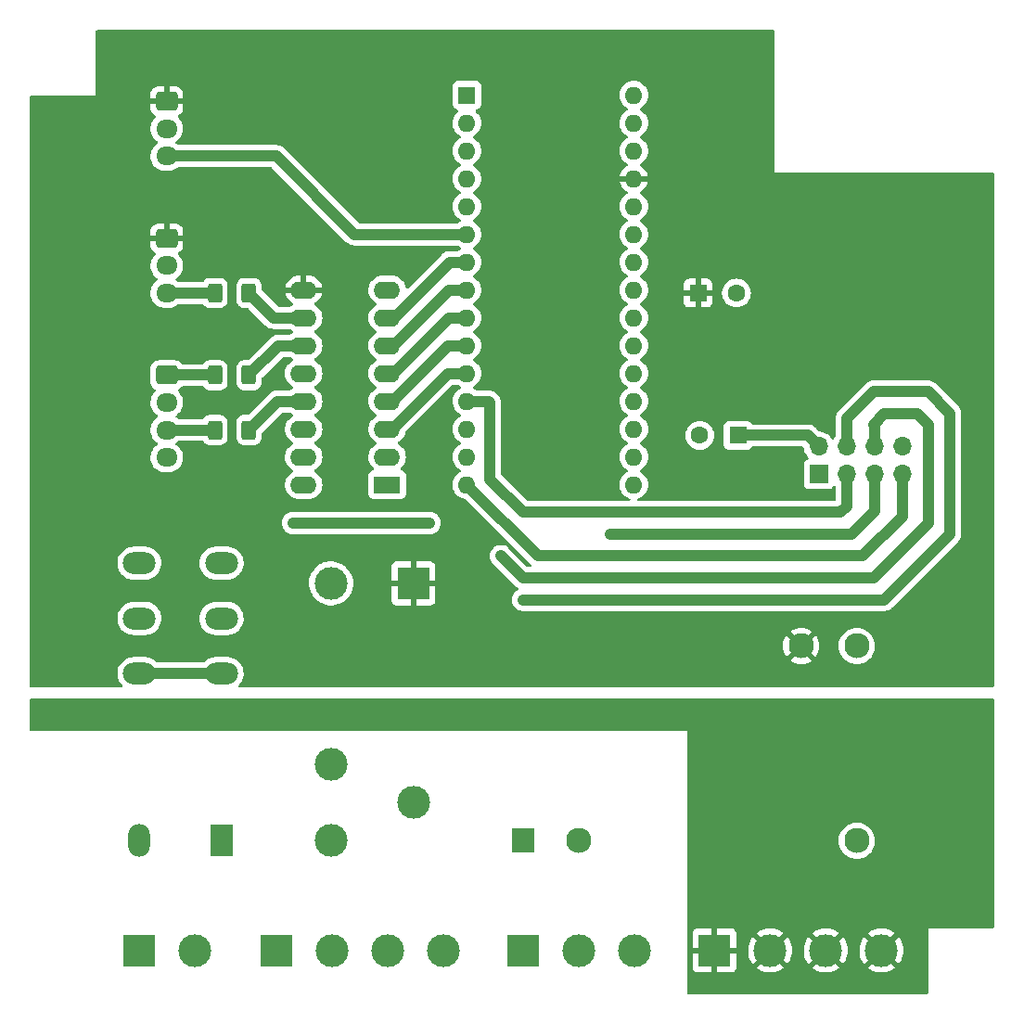
<source format=gbr>
%TF.GenerationSoftware,KiCad,Pcbnew,6.0.5*%
%TF.CreationDate,2022-07-08T15:37:50+02:00*%
%TF.ProjectId,pool_heater,706f6f6c-5f68-4656-9174-65722e6b6963,rev?*%
%TF.SameCoordinates,Original*%
%TF.FileFunction,Copper,L1,Top*%
%TF.FilePolarity,Positive*%
%FSLAX46Y46*%
G04 Gerber Fmt 4.6, Leading zero omitted, Abs format (unit mm)*
G04 Created by KiCad (PCBNEW 6.0.5) date 2022-07-08 15:37:50*
%MOMM*%
%LPD*%
G01*
G04 APERTURE LIST*
G04 Aperture macros list*
%AMRoundRect*
0 Rectangle with rounded corners*
0 $1 Rounding radius*
0 $2 $3 $4 $5 $6 $7 $8 $9 X,Y pos of 4 corners*
0 Add a 4 corners polygon primitive as box body*
4,1,4,$2,$3,$4,$5,$6,$7,$8,$9,$2,$3,0*
0 Add four circle primitives for the rounded corners*
1,1,$1+$1,$2,$3*
1,1,$1+$1,$4,$5*
1,1,$1+$1,$6,$7*
1,1,$1+$1,$8,$9*
0 Add four rect primitives between the rounded corners*
20,1,$1+$1,$2,$3,$4,$5,0*
20,1,$1+$1,$4,$5,$6,$7,0*
20,1,$1+$1,$6,$7,$8,$9,0*
20,1,$1+$1,$8,$9,$2,$3,0*%
G04 Aperture macros list end*
%TA.AperFunction,ComponentPad*%
%ADD10R,3.000000X3.000000*%
%TD*%
%TA.AperFunction,ComponentPad*%
%ADD11C,3.000000*%
%TD*%
%TA.AperFunction,ComponentPad*%
%ADD12R,2.400000X1.600000*%
%TD*%
%TA.AperFunction,ComponentPad*%
%ADD13O,2.400000X1.600000*%
%TD*%
%TA.AperFunction,ComponentPad*%
%ADD14O,3.000000X2.000000*%
%TD*%
%TA.AperFunction,ComponentPad*%
%ADD15R,2.000000X3.000000*%
%TD*%
%TA.AperFunction,ComponentPad*%
%ADD16O,2.000000X3.000000*%
%TD*%
%TA.AperFunction,ComponentPad*%
%ADD17RoundRect,0.250000X-0.725000X0.600000X-0.725000X-0.600000X0.725000X-0.600000X0.725000X0.600000X0*%
%TD*%
%TA.AperFunction,ComponentPad*%
%ADD18O,1.950000X1.700000*%
%TD*%
%TA.AperFunction,SMDPad,CuDef*%
%ADD19RoundRect,0.250000X0.400000X0.625000X-0.400000X0.625000X-0.400000X-0.625000X0.400000X-0.625000X0*%
%TD*%
%TA.AperFunction,ComponentPad*%
%ADD20R,1.600000X1.600000*%
%TD*%
%TA.AperFunction,ComponentPad*%
%ADD21C,1.600000*%
%TD*%
%TA.AperFunction,ComponentPad*%
%ADD22R,1.700000X1.700000*%
%TD*%
%TA.AperFunction,ComponentPad*%
%ADD23O,1.700000X1.700000*%
%TD*%
%TA.AperFunction,ComponentPad*%
%ADD24O,1.600000X1.600000*%
%TD*%
%TA.AperFunction,ComponentPad*%
%ADD25R,2.000000X2.300000*%
%TD*%
%TA.AperFunction,ComponentPad*%
%ADD26C,2.300000*%
%TD*%
%TA.AperFunction,ViaPad*%
%ADD27C,0.800000*%
%TD*%
%TA.AperFunction,Conductor*%
%ADD28C,1.000000*%
%TD*%
G04 APERTURE END LIST*
D10*
%TO.P,J1,1,Pin_1*%
%TO.N,Net-(J1-Pad1)*%
X31000000Y-105000000D03*
D11*
%TO.P,J1,2,Pin_2*%
%TO.N,Net-(J1-Pad2)*%
X36080000Y-105000000D03*
%TD*%
D12*
%TO.P,U1,1,I1*%
%TO.N,GND*%
X53620000Y-62500000D03*
D13*
%TO.P,U1,2,I2*%
X53620000Y-59960000D03*
%TO.P,U1,3,I3*%
%TO.N,Net-(A1-Pad11)*%
X53620000Y-57420000D03*
%TO.P,U1,4,I4*%
%TO.N,Net-(A1-Pad10)*%
X53620000Y-54880000D03*
%TO.P,U1,5,I5*%
%TO.N,Net-(A1-Pad9)*%
X53620000Y-52340000D03*
%TO.P,U1,6,I6*%
%TO.N,Net-(A1-Pad8)*%
X53620000Y-49800000D03*
%TO.P,U1,7,I7*%
%TO.N,Net-(A1-Pad7)*%
X53620000Y-47260000D03*
%TO.P,U1,8,GND*%
%TO.N,GND*%
X53620000Y-44720000D03*
%TO.P,U1,9,COM*%
%TO.N,+5V*%
X46000000Y-44720000D03*
%TO.P,U1,10,O7*%
%TO.N,/SONOFF_OUT*%
X46000000Y-47260000D03*
%TO.P,U1,11,O6*%
%TO.N,/POOL_PUMP_OUT*%
X46000000Y-49800000D03*
%TO.P,U1,12,O5*%
%TO.N,/HEATING_ON_OUT*%
X46000000Y-52340000D03*
%TO.P,U1,13,O4*%
%TO.N,/HEATING_ERROR_OUT*%
X46000000Y-54880000D03*
%TO.P,U1,14,O3*%
%TO.N,/HEATING_VALVE_OUT*%
X46000000Y-57420000D03*
%TO.P,U1,15,O2*%
%TO.N,unconnected-(U1-Pad15)*%
X46000000Y-59960000D03*
%TO.P,U1,16,O1*%
%TO.N,unconnected-(U1-Pad16)*%
X46000000Y-62500000D03*
%TD*%
D11*
%TO.P,K2,11*%
%TO.N,/AC_L*%
X56000000Y-91500000D03*
%TO.P,K2,12*%
%TO.N,unconnected-(K2-Pad12)*%
X48500000Y-88000000D03*
%TO.P,K2,14*%
%TO.N,/HEATING_VALVE_AC_L*%
X48500000Y-95000000D03*
D10*
%TO.P,K2,A1*%
%TO.N,+5V*%
X56000000Y-71500000D03*
D11*
%TO.P,K2,A2*%
%TO.N,/HEATING_VALVE_OUT*%
X48500000Y-71500000D03*
%TD*%
D14*
%TO.P,K1,11*%
%TO.N,Net-(A1-Pad5)*%
X31000000Y-74700000D03*
X38500000Y-74700000D03*
%TO.P,K1,12*%
%TO.N,unconnected-(K1-Pad12)*%
X38500000Y-79740000D03*
X31000000Y-79740000D03*
%TO.P,K1,14*%
%TO.N,GND*%
X31000000Y-69660000D03*
X38500000Y-69660000D03*
D15*
%TO.P,K1,A1*%
%TO.N,Net-(J1-Pad2)*%
X38500000Y-95000000D03*
D16*
%TO.P,K1,A2*%
%TO.N,Net-(J1-Pad1)*%
X31000000Y-95000000D03*
%TD*%
D17*
%TO.P,J7,1,Pin_1*%
%TO.N,Net-(J7-Pad1)*%
X33500000Y-52500000D03*
D18*
%TO.P,J7,2,Pin_2*%
%TO.N,Net-(J7-Pad2)*%
X33500000Y-55000000D03*
%TO.P,J7,3,Pin_3*%
%TO.N,Net-(J7-Pad3)*%
X33500000Y-57500000D03*
%TO.P,J7,4,Pin_4*%
%TO.N,Net-(J7-Pad4)*%
X33500000Y-60000000D03*
%TD*%
D17*
%TO.P,J6,1,Pin_1*%
%TO.N,+5V*%
X33500000Y-40000000D03*
D18*
%TO.P,J6,2,Pin_2*%
%TO.N,Net-(J6-Pad2)*%
X33500000Y-42500000D03*
%TO.P,J6,3,Pin_3*%
%TO.N,Net-(J6-Pad3)*%
X33500000Y-45000000D03*
%TD*%
D10*
%TO.P,J2,1,Pin_1*%
%TO.N,/HEATING_PUMP_AC_L*%
X43500000Y-105000000D03*
D11*
%TO.P,J2,2,Pin_2*%
X48580000Y-105000000D03*
%TO.P,J2,3,Pin_3*%
%TO.N,/HEATING_VALVE_AC_L*%
X53660000Y-105000000D03*
%TO.P,J2,4,Pin_4*%
%TO.N,/AC_L*%
X58740000Y-105000000D03*
%TD*%
D19*
%TO.P,R2,1*%
%TO.N,/SONOFF_OUT*%
X41000000Y-45000000D03*
%TO.P,R2,2*%
%TO.N,Net-(J6-Pad3)*%
X37900000Y-45000000D03*
%TD*%
D17*
%TO.P,J5,1,Pin_1*%
%TO.N,+5V*%
X33500000Y-27500000D03*
D18*
%TO.P,J5,2,Pin_2*%
%TO.N,GND*%
X33500000Y-30000000D03*
%TO.P,J5,3,Pin_3*%
%TO.N,/SONOFF_IN*%
X33500000Y-32500000D03*
%TD*%
D20*
%TO.P,C1,1*%
%TO.N,+3V3*%
X85652651Y-58000000D03*
D21*
%TO.P,C1,2*%
%TO.N,GND*%
X82152651Y-58000000D03*
%TD*%
D10*
%TO.P,J4,1,Pin_1*%
%TO.N,/AC_PE*%
X83500000Y-105000000D03*
D11*
%TO.P,J4,2,Pin_2*%
X88580000Y-105000000D03*
%TO.P,J4,3,Pin_3*%
X93660000Y-105000000D03*
%TO.P,J4,4,Pin_4*%
X98740000Y-105000000D03*
%TD*%
D22*
%TO.P,U2,1,GND*%
%TO.N,GND*%
X93000000Y-61540000D03*
D23*
%TO.P,U2,2,VCC*%
%TO.N,+3V3*%
X93000000Y-59000000D03*
%TO.P,U2,3,CE*%
%TO.N,Net-(A1-Pad12)*%
X95540000Y-61540000D03*
%TO.P,U2,4,~{CSN}*%
%TO.N,Net-(A1-Pad13)*%
X95540000Y-59000000D03*
%TO.P,U2,5,SCK*%
%TO.N,Net-(A1-Pad16)*%
X98080000Y-61540000D03*
%TO.P,U2,6,MOSI*%
%TO.N,Net-(A1-Pad14)*%
X98080000Y-59000000D03*
%TO.P,U2,7,MISO*%
%TO.N,Net-(A1-Pad15)*%
X100620000Y-61540000D03*
%TO.P,U2,8,IRQ*%
%TO.N,unconnected-(U2-Pad8)*%
X100620000Y-59000000D03*
%TD*%
D20*
%TO.P,A1,1,D1/TX*%
%TO.N,unconnected-(A1-Pad1)*%
X60890000Y-26940000D03*
D24*
%TO.P,A1,2,D0/RX*%
%TO.N,unconnected-(A1-Pad2)*%
X60890000Y-29480000D03*
%TO.P,A1,3,~{RESET}*%
%TO.N,unconnected-(A1-Pad3)*%
X60890000Y-32020000D03*
%TO.P,A1,4,GND*%
%TO.N,GND*%
X60890000Y-34560000D03*
%TO.P,A1,5,D2*%
%TO.N,Net-(A1-Pad5)*%
X60890000Y-37100000D03*
%TO.P,A1,6,D3*%
%TO.N,/SONOFF_IN*%
X60890000Y-39640000D03*
%TO.P,A1,7,D4*%
%TO.N,Net-(A1-Pad7)*%
X60890000Y-42180000D03*
%TO.P,A1,8,D5*%
%TO.N,Net-(A1-Pad8)*%
X60890000Y-44720000D03*
%TO.P,A1,9,D6*%
%TO.N,Net-(A1-Pad9)*%
X60890000Y-47260000D03*
%TO.P,A1,10,D7*%
%TO.N,Net-(A1-Pad10)*%
X60890000Y-49800000D03*
%TO.P,A1,11,D8*%
%TO.N,Net-(A1-Pad11)*%
X60890000Y-52340000D03*
%TO.P,A1,12,D9*%
%TO.N,Net-(A1-Pad12)*%
X60890000Y-54880000D03*
%TO.P,A1,13,D10*%
%TO.N,Net-(A1-Pad13)*%
X60890000Y-57420000D03*
%TO.P,A1,14,D11*%
%TO.N,Net-(A1-Pad14)*%
X60890000Y-59960000D03*
%TO.P,A1,15,D12*%
%TO.N,Net-(A1-Pad15)*%
X60890000Y-62500000D03*
%TO.P,A1,16,D13*%
%TO.N,Net-(A1-Pad16)*%
X76130000Y-62500000D03*
%TO.P,A1,17,3V3*%
%TO.N,+3V3*%
X76130000Y-59960000D03*
%TO.P,A1,18,AREF*%
%TO.N,unconnected-(A1-Pad18)*%
X76130000Y-57420000D03*
%TO.P,A1,19,A0*%
%TO.N,unconnected-(A1-Pad19)*%
X76130000Y-54880000D03*
%TO.P,A1,20,A1*%
%TO.N,unconnected-(A1-Pad20)*%
X76130000Y-52340000D03*
%TO.P,A1,21,A2*%
%TO.N,unconnected-(A1-Pad21)*%
X76130000Y-49800000D03*
%TO.P,A1,22,A3*%
%TO.N,unconnected-(A1-Pad22)*%
X76130000Y-47260000D03*
%TO.P,A1,23,A4*%
%TO.N,unconnected-(A1-Pad23)*%
X76130000Y-44720000D03*
%TO.P,A1,24,A5*%
%TO.N,unconnected-(A1-Pad24)*%
X76130000Y-42180000D03*
%TO.P,A1,25,A6*%
%TO.N,unconnected-(A1-Pad25)*%
X76130000Y-39640000D03*
%TO.P,A1,26,A7*%
%TO.N,unconnected-(A1-Pad26)*%
X76130000Y-37100000D03*
%TO.P,A1,27,+5V*%
%TO.N,+5V*%
X76130000Y-34560000D03*
%TO.P,A1,28,~{RESET}*%
%TO.N,unconnected-(A1-Pad28)*%
X76130000Y-32020000D03*
%TO.P,A1,29,GND*%
%TO.N,GND*%
X76130000Y-29480000D03*
%TO.P,A1,30,VIN*%
%TO.N,unconnected-(A1-Pad30)*%
X76130000Y-26940000D03*
%TD*%
D19*
%TO.P,R5,1*%
%TO.N,/HEATING_ERROR_OUT*%
X41000000Y-57500000D03*
%TO.P,R5,2*%
%TO.N,Net-(J7-Pad3)*%
X37900000Y-57500000D03*
%TD*%
D25*
%TO.P,PS1,1,AC/L*%
%TO.N,/AC_L*%
X66000000Y-95000000D03*
D26*
%TO.P,PS1,3,AC/N*%
%TO.N,/AC_N*%
X71080000Y-95000000D03*
%TO.P,PS1,5,NC*%
%TO.N,unconnected-(PS1-Pad5)*%
X96480000Y-95000000D03*
%TO.P,PS1,14,-Vo*%
%TO.N,GND*%
X96480000Y-77220000D03*
%TO.P,PS1,16,+Vo*%
%TO.N,+5V*%
X91400000Y-77220000D03*
%TD*%
D10*
%TO.P,J3,1,Pin_1*%
%TO.N,/AC_N*%
X66000000Y-105000000D03*
D11*
%TO.P,J3,2,Pin_2*%
X71080000Y-105000000D03*
%TO.P,J3,3,Pin_3*%
X76160000Y-105000000D03*
%TD*%
D20*
%TO.P,C2,1*%
%TO.N,+5V*%
X82000000Y-45000000D03*
D21*
%TO.P,C2,2*%
%TO.N,GND*%
X85500000Y-45000000D03*
%TD*%
D19*
%TO.P,R3,1*%
%TO.N,/POOL_PUMP_OUT*%
X41000000Y-52500000D03*
%TO.P,R3,2*%
%TO.N,Net-(J7-Pad1)*%
X37900000Y-52500000D03*
%TD*%
D27*
%TO.N,Net-(A1-Pad5)*%
X45000000Y-66000000D03*
X57500000Y-66000000D03*
%TO.N,Net-(A1-Pad13)*%
X66000000Y-73000000D03*
%TO.N,Net-(A1-Pad14)*%
X64000000Y-69000000D03*
%TO.N,Net-(A1-Pad16)*%
X74000000Y-67000000D03*
%TD*%
D28*
%TO.N,+3V3*%
X85652651Y-58000000D02*
X92000000Y-58000000D01*
X92000000Y-58000000D02*
X93000000Y-59000000D01*
%TO.N,/SONOFF_IN*%
X43500000Y-32500000D02*
X33500000Y-32500000D01*
X60890000Y-39640000D02*
X50640000Y-39640000D01*
X50640000Y-39640000D02*
X43500000Y-32500000D01*
%TO.N,Net-(A1-Pad5)*%
X57500000Y-66000000D02*
X45000000Y-66000000D01*
%TO.N,Net-(A1-Pad7)*%
X53620000Y-47260000D02*
X54240000Y-47260000D01*
X59320000Y-42180000D02*
X60890000Y-42180000D01*
X54240000Y-47260000D02*
X59320000Y-42180000D01*
%TO.N,Net-(A1-Pad8)*%
X59280000Y-44720000D02*
X60890000Y-44720000D01*
X54200000Y-49800000D02*
X59280000Y-44720000D01*
X53620000Y-49800000D02*
X54200000Y-49800000D01*
%TO.N,Net-(A1-Pad9)*%
X59240000Y-47260000D02*
X60890000Y-47260000D01*
X54160000Y-52340000D02*
X59240000Y-47260000D01*
X53620000Y-52340000D02*
X54160000Y-52340000D01*
%TO.N,Net-(A1-Pad10)*%
X54120000Y-54880000D02*
X59200000Y-49800000D01*
X53620000Y-54880000D02*
X54120000Y-54880000D01*
X59200000Y-49800000D02*
X60890000Y-49800000D01*
%TO.N,Net-(A1-Pad11)*%
X53620000Y-57420000D02*
X54080000Y-57420000D01*
X54080000Y-57420000D02*
X59160000Y-52340000D01*
X59160000Y-52340000D02*
X60890000Y-52340000D01*
%TO.N,Net-(A1-Pad12)*%
X62880000Y-54880000D02*
X63000000Y-55000000D01*
X63000000Y-55000000D02*
X63000000Y-62000000D01*
X60890000Y-54880000D02*
X62880000Y-54880000D01*
X95000000Y-65000000D02*
X95540000Y-64460000D01*
X66000000Y-65000000D02*
X95000000Y-65000000D01*
X63000000Y-62000000D02*
X66000000Y-65000000D01*
X95540000Y-64460000D02*
X95540000Y-61540000D01*
%TO.N,Net-(A1-Pad13)*%
X97000000Y-55000000D02*
X98000000Y-54000000D01*
X98000000Y-54000000D02*
X103000000Y-54000000D01*
X99000000Y-73000000D02*
X96000000Y-73000000D01*
X103000000Y-54000000D02*
X105000000Y-56000000D01*
X96000000Y-73000000D02*
X66000000Y-73000000D01*
X105000000Y-67000000D02*
X99000000Y-73000000D01*
X105000000Y-56000000D02*
X105000000Y-67000000D01*
X95540000Y-56460000D02*
X97000000Y-55000000D01*
X95540000Y-59000000D02*
X95540000Y-56460000D01*
%TO.N,Net-(A1-Pad14)*%
X102000000Y-56000000D02*
X103000000Y-57000000D01*
X98000000Y-57000000D02*
X99000000Y-56000000D01*
X98080000Y-59000000D02*
X98080000Y-57080000D01*
X103000000Y-57000000D02*
X103000000Y-66000000D01*
X103000000Y-66000000D02*
X98000000Y-71000000D01*
X98000000Y-71000000D02*
X66000000Y-71000000D01*
X66000000Y-71000000D02*
X64000000Y-69000000D01*
X98080000Y-57080000D02*
X98000000Y-57000000D01*
X99000000Y-56000000D02*
X102000000Y-56000000D01*
%TO.N,Net-(A1-Pad15)*%
X67390000Y-69000000D02*
X60890000Y-62500000D01*
X100620000Y-61540000D02*
X100620000Y-65380000D01*
X97000000Y-69000000D02*
X67390000Y-69000000D01*
X100620000Y-65380000D02*
X97000000Y-69000000D01*
%TO.N,Net-(A1-Pad16)*%
X98080000Y-64920000D02*
X96000000Y-67000000D01*
X98080000Y-61540000D02*
X98080000Y-64920000D01*
X74000000Y-67000000D02*
X96000000Y-67000000D01*
%TO.N,unconnected-(K1-Pad12)*%
X38500000Y-79740000D02*
X31000000Y-79740000D01*
%TO.N,/SONOFF_OUT*%
X43260000Y-47260000D02*
X41000000Y-45000000D01*
X46000000Y-47260000D02*
X43260000Y-47260000D01*
%TO.N,/POOL_PUMP_OUT*%
X43700000Y-49800000D02*
X46000000Y-49800000D01*
X41000000Y-52500000D02*
X43700000Y-49800000D01*
%TO.N,/HEATING_ERROR_OUT*%
X41000000Y-57500000D02*
X43620000Y-54880000D01*
X43620000Y-54880000D02*
X46000000Y-54880000D01*
%TO.N,Net-(J6-Pad3)*%
X37900000Y-45000000D02*
X33500000Y-45000000D01*
%TO.N,Net-(J7-Pad1)*%
X37900000Y-52500000D02*
X33500000Y-52500000D01*
%TO.N,Net-(J7-Pad3)*%
X37900000Y-57500000D02*
X33500000Y-57500000D01*
%TD*%
%TA.AperFunction,Conductor*%
%TO.N,+5V*%
G36*
X88942121Y-21020002D02*
G01*
X88988614Y-21073658D01*
X89000000Y-21126000D01*
X89000000Y-34000000D01*
X108874000Y-34000000D01*
X108942121Y-34020002D01*
X108988614Y-34073658D01*
X109000000Y-34126000D01*
X109000000Y-80874000D01*
X108979998Y-80942121D01*
X108926342Y-80988614D01*
X108874000Y-81000000D01*
X40183391Y-81000000D01*
X40115270Y-80979998D01*
X40068777Y-80926342D01*
X40058673Y-80856068D01*
X40089894Y-80792320D01*
X40088655Y-80791302D01*
X40239526Y-80607628D01*
X40239528Y-80607625D01*
X40242734Y-80603722D01*
X40364841Y-80393922D01*
X40451833Y-80167298D01*
X40501474Y-79929680D01*
X40512486Y-79687183D01*
X40497235Y-79555373D01*
X40485167Y-79451071D01*
X40485166Y-79451067D01*
X40484585Y-79446044D01*
X40445517Y-79307978D01*
X40419866Y-79217331D01*
X40418490Y-79212468D01*
X40416356Y-79207892D01*
X40416354Y-79207886D01*
X40318038Y-78997046D01*
X40318036Y-78997042D01*
X40315901Y-78992464D01*
X40179456Y-78791693D01*
X40012668Y-78615319D01*
X39951739Y-78568735D01*
X39943197Y-78562204D01*
X90423151Y-78562204D01*
X90427720Y-78568735D01*
X90640736Y-78699271D01*
X90649530Y-78703752D01*
X90881492Y-78799834D01*
X90890877Y-78802883D01*
X91135017Y-78861496D01*
X91144764Y-78863039D01*
X91395070Y-78882739D01*
X91404930Y-78882739D01*
X91655236Y-78863039D01*
X91664983Y-78861496D01*
X91909123Y-78802883D01*
X91918508Y-78799834D01*
X92150470Y-78703752D01*
X92159264Y-78699271D01*
X92370875Y-78569596D01*
X92376922Y-78560330D01*
X92370915Y-78550125D01*
X91412812Y-77592022D01*
X91398868Y-77584408D01*
X91397035Y-77584539D01*
X91390420Y-77588790D01*
X90430544Y-78548666D01*
X90423151Y-78562204D01*
X39943197Y-78562204D01*
X39823846Y-78470953D01*
X39823842Y-78470950D01*
X39819826Y-78467880D01*
X39605891Y-78353169D01*
X39376369Y-78274138D01*
X39277022Y-78256978D01*
X39141074Y-78233496D01*
X39141068Y-78233495D01*
X39137164Y-78232821D01*
X39133203Y-78232641D01*
X39133202Y-78232641D01*
X39109494Y-78231564D01*
X39109475Y-78231564D01*
X39108075Y-78231500D01*
X37938999Y-78231500D01*
X37936491Y-78231702D01*
X37936486Y-78231702D01*
X37763076Y-78245654D01*
X37763071Y-78245655D01*
X37758035Y-78246060D01*
X37753127Y-78247266D01*
X37753124Y-78247266D01*
X37637007Y-78275787D01*
X37522294Y-78303963D01*
X37517642Y-78305938D01*
X37517638Y-78305939D01*
X37410252Y-78351522D01*
X37298844Y-78398812D01*
X37294560Y-78401510D01*
X37097712Y-78525472D01*
X37097709Y-78525474D01*
X37093433Y-78528167D01*
X36911345Y-78688698D01*
X36908131Y-78692610D01*
X36907728Y-78693028D01*
X36846018Y-78728135D01*
X36817092Y-78731500D01*
X32676799Y-78731500D01*
X32608678Y-78711498D01*
X32585251Y-78692073D01*
X32516150Y-78619001D01*
X32516148Y-78618999D01*
X32512668Y-78615319D01*
X32451739Y-78568735D01*
X32323846Y-78470953D01*
X32323842Y-78470950D01*
X32319826Y-78467880D01*
X32105891Y-78353169D01*
X31876369Y-78274138D01*
X31777022Y-78256978D01*
X31641074Y-78233496D01*
X31641068Y-78233495D01*
X31637164Y-78232821D01*
X31633203Y-78232641D01*
X31633202Y-78232641D01*
X31609494Y-78231564D01*
X31609475Y-78231564D01*
X31608075Y-78231500D01*
X30438999Y-78231500D01*
X30436491Y-78231702D01*
X30436486Y-78231702D01*
X30263076Y-78245654D01*
X30263071Y-78245655D01*
X30258035Y-78246060D01*
X30253127Y-78247266D01*
X30253124Y-78247266D01*
X30137007Y-78275787D01*
X30022294Y-78303963D01*
X30017642Y-78305938D01*
X30017638Y-78305939D01*
X29910252Y-78351522D01*
X29798844Y-78398812D01*
X29794560Y-78401510D01*
X29597712Y-78525472D01*
X29597709Y-78525474D01*
X29593433Y-78528167D01*
X29589639Y-78531512D01*
X29415142Y-78685350D01*
X29415139Y-78685353D01*
X29411345Y-78688698D01*
X29408135Y-78692606D01*
X29408134Y-78692607D01*
X29268053Y-78863146D01*
X29257266Y-78876278D01*
X29135159Y-79086078D01*
X29048167Y-79312702D01*
X28998526Y-79550320D01*
X28987514Y-79792817D01*
X28988095Y-79797837D01*
X28988095Y-79797841D01*
X29003923Y-79934631D01*
X29015415Y-80033956D01*
X29016791Y-80038820D01*
X29016792Y-80038823D01*
X29062476Y-80200266D01*
X29081510Y-80267532D01*
X29083644Y-80272108D01*
X29083646Y-80272114D01*
X29140446Y-80393922D01*
X29184099Y-80487536D01*
X29320544Y-80688307D01*
X29324023Y-80691986D01*
X29324027Y-80691991D01*
X29414276Y-80787427D01*
X29446548Y-80850665D01*
X29439508Y-80921312D01*
X29395391Y-80976937D01*
X29322728Y-81000000D01*
X21126000Y-81000000D01*
X21057879Y-80979998D01*
X21011386Y-80926342D01*
X21000000Y-80874000D01*
X21000000Y-77224930D01*
X89737261Y-77224930D01*
X89756961Y-77475236D01*
X89758504Y-77484983D01*
X89817117Y-77729123D01*
X89820166Y-77738508D01*
X89916248Y-77970470D01*
X89920729Y-77979264D01*
X90050404Y-78190875D01*
X90059670Y-78196922D01*
X90069875Y-78190915D01*
X91027978Y-77232812D01*
X91034356Y-77221132D01*
X91764408Y-77221132D01*
X91764539Y-77222965D01*
X91768790Y-77229580D01*
X92728666Y-78189456D01*
X92742204Y-78196849D01*
X92748735Y-78192280D01*
X92879271Y-77979264D01*
X92883752Y-77970470D01*
X92979834Y-77738508D01*
X92982883Y-77729123D01*
X93041496Y-77484983D01*
X93043039Y-77475236D01*
X93062739Y-77224930D01*
X93062739Y-77220000D01*
X94816372Y-77220000D01*
X94836854Y-77480249D01*
X94838008Y-77485056D01*
X94838009Y-77485062D01*
X94876424Y-77645069D01*
X94897796Y-77734089D01*
X94997697Y-77975271D01*
X95134097Y-78197856D01*
X95303637Y-78396363D01*
X95502144Y-78565903D01*
X95724729Y-78702303D01*
X95729299Y-78704196D01*
X95729303Y-78704198D01*
X95960189Y-78799834D01*
X95965911Y-78802204D01*
X96054931Y-78823576D01*
X96214938Y-78861991D01*
X96214944Y-78861992D01*
X96219751Y-78863146D01*
X96480000Y-78883628D01*
X96740249Y-78863146D01*
X96745056Y-78861992D01*
X96745062Y-78861991D01*
X96905069Y-78823576D01*
X96994089Y-78802204D01*
X96999811Y-78799834D01*
X97230697Y-78704198D01*
X97230701Y-78704196D01*
X97235271Y-78702303D01*
X97457856Y-78565903D01*
X97656363Y-78396363D01*
X97825903Y-78197856D01*
X97962303Y-77975271D01*
X98062204Y-77734089D01*
X98083576Y-77645069D01*
X98121991Y-77485062D01*
X98121992Y-77485056D01*
X98123146Y-77480249D01*
X98143628Y-77220000D01*
X98123146Y-76959751D01*
X98121992Y-76954944D01*
X98121991Y-76954938D01*
X98063359Y-76710723D01*
X98062204Y-76705911D01*
X97962303Y-76464729D01*
X97825903Y-76242144D01*
X97656363Y-76043637D01*
X97457856Y-75874097D01*
X97235271Y-75737697D01*
X97230701Y-75735804D01*
X97230697Y-75735802D01*
X96998662Y-75639690D01*
X96998660Y-75639689D01*
X96994089Y-75637796D01*
X96905069Y-75616424D01*
X96745062Y-75578009D01*
X96745056Y-75578008D01*
X96740249Y-75576854D01*
X96480000Y-75556372D01*
X96219751Y-75576854D01*
X96214944Y-75578008D01*
X96214938Y-75578009D01*
X96054931Y-75616424D01*
X95965911Y-75637796D01*
X95961340Y-75639689D01*
X95961338Y-75639690D01*
X95729303Y-75735802D01*
X95729299Y-75735804D01*
X95724729Y-75737697D01*
X95502144Y-75874097D01*
X95303637Y-76043637D01*
X95134097Y-76242144D01*
X94997697Y-76464729D01*
X94897796Y-76705911D01*
X94896641Y-76710723D01*
X94838009Y-76954938D01*
X94838008Y-76954944D01*
X94836854Y-76959751D01*
X94816372Y-77220000D01*
X93062739Y-77220000D01*
X93062739Y-77215070D01*
X93043039Y-76964764D01*
X93041496Y-76955017D01*
X92982883Y-76710877D01*
X92979834Y-76701492D01*
X92883752Y-76469530D01*
X92879271Y-76460736D01*
X92749596Y-76249125D01*
X92740330Y-76243078D01*
X92730125Y-76249085D01*
X91772022Y-77207188D01*
X91764408Y-77221132D01*
X91034356Y-77221132D01*
X91035592Y-77218868D01*
X91035461Y-77217035D01*
X91031210Y-77210420D01*
X90071334Y-76250544D01*
X90057796Y-76243151D01*
X90051265Y-76247720D01*
X89920729Y-76460736D01*
X89916248Y-76469530D01*
X89820166Y-76701492D01*
X89817117Y-76710877D01*
X89758504Y-76955017D01*
X89756961Y-76964764D01*
X89737261Y-77215070D01*
X89737261Y-77224930D01*
X21000000Y-77224930D01*
X21000000Y-74752817D01*
X28987514Y-74752817D01*
X28988095Y-74757837D01*
X28988095Y-74757841D01*
X29003923Y-74894631D01*
X29015415Y-74993956D01*
X29016791Y-74998820D01*
X29016792Y-74998823D01*
X29062476Y-75160266D01*
X29081510Y-75227532D01*
X29083644Y-75232108D01*
X29083646Y-75232114D01*
X29140446Y-75353922D01*
X29184099Y-75447536D01*
X29320544Y-75648307D01*
X29487332Y-75824681D01*
X29491358Y-75827759D01*
X29491359Y-75827760D01*
X29676154Y-75969047D01*
X29676158Y-75969050D01*
X29680174Y-75972120D01*
X29894109Y-76086831D01*
X30123631Y-76165862D01*
X30222978Y-76183022D01*
X30358926Y-76206504D01*
X30358932Y-76206505D01*
X30362836Y-76207179D01*
X30366797Y-76207359D01*
X30366798Y-76207359D01*
X30390506Y-76208436D01*
X30390525Y-76208436D01*
X30391925Y-76208500D01*
X31561001Y-76208500D01*
X31563509Y-76208298D01*
X31563514Y-76208298D01*
X31736924Y-76194346D01*
X31736929Y-76194345D01*
X31741965Y-76193940D01*
X31746873Y-76192734D01*
X31746876Y-76192734D01*
X31972792Y-76137244D01*
X31977706Y-76136037D01*
X31982358Y-76134062D01*
X31982362Y-76134061D01*
X32118171Y-76076413D01*
X32201156Y-76041188D01*
X32307037Y-75974511D01*
X32402288Y-75914528D01*
X32402291Y-75914526D01*
X32406567Y-75911833D01*
X32505422Y-75824681D01*
X32584858Y-75754650D01*
X32584861Y-75754647D01*
X32588655Y-75751302D01*
X32599830Y-75737697D01*
X32739526Y-75567628D01*
X32739528Y-75567625D01*
X32742734Y-75563722D01*
X32864841Y-75353922D01*
X32951833Y-75127298D01*
X33001474Y-74889680D01*
X33007689Y-74752817D01*
X36487514Y-74752817D01*
X36488095Y-74757837D01*
X36488095Y-74757841D01*
X36503923Y-74894631D01*
X36515415Y-74993956D01*
X36516791Y-74998820D01*
X36516792Y-74998823D01*
X36562476Y-75160266D01*
X36581510Y-75227532D01*
X36583644Y-75232108D01*
X36583646Y-75232114D01*
X36640446Y-75353922D01*
X36684099Y-75447536D01*
X36820544Y-75648307D01*
X36987332Y-75824681D01*
X36991358Y-75827759D01*
X36991359Y-75827760D01*
X37176154Y-75969047D01*
X37176158Y-75969050D01*
X37180174Y-75972120D01*
X37394109Y-76086831D01*
X37623631Y-76165862D01*
X37722978Y-76183022D01*
X37858926Y-76206504D01*
X37858932Y-76206505D01*
X37862836Y-76207179D01*
X37866797Y-76207359D01*
X37866798Y-76207359D01*
X37890506Y-76208436D01*
X37890525Y-76208436D01*
X37891925Y-76208500D01*
X39061001Y-76208500D01*
X39063509Y-76208298D01*
X39063514Y-76208298D01*
X39236924Y-76194346D01*
X39236929Y-76194345D01*
X39241965Y-76193940D01*
X39246873Y-76192734D01*
X39246876Y-76192734D01*
X39472792Y-76137244D01*
X39477706Y-76136037D01*
X39482358Y-76134062D01*
X39482362Y-76134061D01*
X39618171Y-76076413D01*
X39701156Y-76041188D01*
X39807037Y-75974511D01*
X39902288Y-75914528D01*
X39902291Y-75914526D01*
X39906567Y-75911833D01*
X39943049Y-75879670D01*
X90423078Y-75879670D01*
X90429085Y-75889875D01*
X91387188Y-76847978D01*
X91401132Y-76855592D01*
X91402965Y-76855461D01*
X91409580Y-76851210D01*
X92369456Y-75891334D01*
X92376849Y-75877796D01*
X92372280Y-75871265D01*
X92159264Y-75740729D01*
X92150470Y-75736248D01*
X91918508Y-75640166D01*
X91909123Y-75637117D01*
X91664983Y-75578504D01*
X91655236Y-75576961D01*
X91404930Y-75557261D01*
X91395070Y-75557261D01*
X91144764Y-75576961D01*
X91135017Y-75578504D01*
X90890877Y-75637117D01*
X90881492Y-75640166D01*
X90649530Y-75736248D01*
X90640736Y-75740729D01*
X90429125Y-75870404D01*
X90423078Y-75879670D01*
X39943049Y-75879670D01*
X40005422Y-75824681D01*
X40084858Y-75754650D01*
X40084861Y-75754647D01*
X40088655Y-75751302D01*
X40099830Y-75737697D01*
X40239526Y-75567628D01*
X40239528Y-75567625D01*
X40242734Y-75563722D01*
X40364841Y-75353922D01*
X40451833Y-75127298D01*
X40501474Y-74889680D01*
X40512486Y-74647183D01*
X40497235Y-74515373D01*
X40485167Y-74411071D01*
X40485166Y-74411067D01*
X40484585Y-74406044D01*
X40445517Y-74267978D01*
X40419866Y-74177331D01*
X40418490Y-74172468D01*
X40416356Y-74167892D01*
X40416354Y-74167886D01*
X40318038Y-73957046D01*
X40318036Y-73957042D01*
X40315901Y-73952464D01*
X40305335Y-73936916D01*
X40182302Y-73755881D01*
X40179456Y-73751693D01*
X40012668Y-73575319D01*
X40008641Y-73572240D01*
X39823846Y-73430953D01*
X39823842Y-73430950D01*
X39819826Y-73427880D01*
X39784858Y-73409130D01*
X39610352Y-73315561D01*
X39605891Y-73313169D01*
X39376369Y-73234138D01*
X39277022Y-73216978D01*
X39141074Y-73193496D01*
X39141068Y-73193495D01*
X39137164Y-73192821D01*
X39133203Y-73192641D01*
X39133202Y-73192641D01*
X39109494Y-73191564D01*
X39109475Y-73191564D01*
X39108075Y-73191500D01*
X37938999Y-73191500D01*
X37936491Y-73191702D01*
X37936486Y-73191702D01*
X37763076Y-73205654D01*
X37763071Y-73205655D01*
X37758035Y-73206060D01*
X37753127Y-73207266D01*
X37753124Y-73207266D01*
X37564285Y-73253649D01*
X37522294Y-73263963D01*
X37517642Y-73265938D01*
X37517638Y-73265939D01*
X37410252Y-73311522D01*
X37298844Y-73358812D01*
X37294560Y-73361510D01*
X37097712Y-73485472D01*
X37097709Y-73485474D01*
X37093433Y-73488167D01*
X37081736Y-73498479D01*
X36915142Y-73645350D01*
X36915139Y-73645353D01*
X36911345Y-73648698D01*
X36908135Y-73652606D01*
X36908134Y-73652607D01*
X36799143Y-73785296D01*
X36757266Y-73836278D01*
X36749279Y-73850001D01*
X36656960Y-74008621D01*
X36635159Y-74046078D01*
X36548167Y-74272702D01*
X36498526Y-74510320D01*
X36487514Y-74752817D01*
X33007689Y-74752817D01*
X33012486Y-74647183D01*
X32997235Y-74515373D01*
X32985167Y-74411071D01*
X32985166Y-74411067D01*
X32984585Y-74406044D01*
X32945517Y-74267978D01*
X32919866Y-74177331D01*
X32918490Y-74172468D01*
X32916356Y-74167892D01*
X32916354Y-74167886D01*
X32818038Y-73957046D01*
X32818036Y-73957042D01*
X32815901Y-73952464D01*
X32805335Y-73936916D01*
X32682302Y-73755881D01*
X32679456Y-73751693D01*
X32512668Y-73575319D01*
X32508641Y-73572240D01*
X32323846Y-73430953D01*
X32323842Y-73430950D01*
X32319826Y-73427880D01*
X32284858Y-73409130D01*
X32110352Y-73315561D01*
X32105891Y-73313169D01*
X31876369Y-73234138D01*
X31777022Y-73216978D01*
X31641074Y-73193496D01*
X31641068Y-73193495D01*
X31637164Y-73192821D01*
X31633203Y-73192641D01*
X31633202Y-73192641D01*
X31609494Y-73191564D01*
X31609475Y-73191564D01*
X31608075Y-73191500D01*
X30438999Y-73191500D01*
X30436491Y-73191702D01*
X30436486Y-73191702D01*
X30263076Y-73205654D01*
X30263071Y-73205655D01*
X30258035Y-73206060D01*
X30253127Y-73207266D01*
X30253124Y-73207266D01*
X30064285Y-73253649D01*
X30022294Y-73263963D01*
X30017642Y-73265938D01*
X30017638Y-73265939D01*
X29910252Y-73311522D01*
X29798844Y-73358812D01*
X29794560Y-73361510D01*
X29597712Y-73485472D01*
X29597709Y-73485474D01*
X29593433Y-73488167D01*
X29581736Y-73498479D01*
X29415142Y-73645350D01*
X29415139Y-73645353D01*
X29411345Y-73648698D01*
X29408135Y-73652606D01*
X29408134Y-73652607D01*
X29299143Y-73785296D01*
X29257266Y-73836278D01*
X29249279Y-73850001D01*
X29156960Y-74008621D01*
X29135159Y-74046078D01*
X29048167Y-74272702D01*
X28998526Y-74510320D01*
X28987514Y-74752817D01*
X21000000Y-74752817D01*
X21000000Y-71478918D01*
X46486917Y-71478918D01*
X46502682Y-71752320D01*
X46503507Y-71756525D01*
X46503508Y-71756533D01*
X46529618Y-71889617D01*
X46555405Y-72021053D01*
X46556792Y-72025103D01*
X46556793Y-72025108D01*
X46601585Y-72155934D01*
X46644112Y-72280144D01*
X46767160Y-72524799D01*
X46769586Y-72528328D01*
X46769589Y-72528334D01*
X46820137Y-72601881D01*
X46922274Y-72750490D01*
X47106582Y-72953043D01*
X47316675Y-73128707D01*
X47320316Y-73130991D01*
X47545024Y-73271951D01*
X47545028Y-73271953D01*
X47548664Y-73274234D01*
X47634895Y-73313169D01*
X47794345Y-73385164D01*
X47794349Y-73385166D01*
X47798257Y-73386930D01*
X47802377Y-73388150D01*
X47802376Y-73388150D01*
X48056723Y-73463491D01*
X48056727Y-73463492D01*
X48060836Y-73464709D01*
X48065070Y-73465357D01*
X48065075Y-73465358D01*
X48327298Y-73505483D01*
X48327300Y-73505483D01*
X48331540Y-73506132D01*
X48470912Y-73508322D01*
X48601071Y-73510367D01*
X48601077Y-73510367D01*
X48605362Y-73510434D01*
X48877235Y-73477534D01*
X49142127Y-73408041D01*
X49146087Y-73406401D01*
X49146092Y-73406399D01*
X49268632Y-73355641D01*
X49395136Y-73303241D01*
X49631582Y-73165073D01*
X49785139Y-73044669D01*
X53992001Y-73044669D01*
X53992371Y-73051490D01*
X53997895Y-73102352D01*
X54001521Y-73117604D01*
X54046676Y-73238054D01*
X54055214Y-73253649D01*
X54131715Y-73355724D01*
X54144276Y-73368285D01*
X54246351Y-73444786D01*
X54261946Y-73453324D01*
X54382394Y-73498478D01*
X54397649Y-73502105D01*
X54448514Y-73507631D01*
X54455328Y-73508000D01*
X55727885Y-73508000D01*
X55743124Y-73503525D01*
X55744329Y-73502135D01*
X55746000Y-73494452D01*
X55746000Y-73489884D01*
X56254000Y-73489884D01*
X56258475Y-73505123D01*
X56259865Y-73506328D01*
X56267548Y-73507999D01*
X57544669Y-73507999D01*
X57551490Y-73507629D01*
X57602352Y-73502105D01*
X57617604Y-73498479D01*
X57738054Y-73453324D01*
X57753649Y-73444786D01*
X57855724Y-73368285D01*
X57868285Y-73355724D01*
X57944786Y-73253649D01*
X57953324Y-73238054D01*
X57998478Y-73117606D01*
X58002105Y-73102351D01*
X58007631Y-73051486D01*
X58008000Y-73044672D01*
X58008000Y-71772115D01*
X58003525Y-71756876D01*
X58002135Y-71755671D01*
X57994452Y-71754000D01*
X56272115Y-71754000D01*
X56256876Y-71758475D01*
X56255671Y-71759865D01*
X56254000Y-71767548D01*
X56254000Y-73489884D01*
X55746000Y-73489884D01*
X55746000Y-71772115D01*
X55741525Y-71756876D01*
X55740135Y-71755671D01*
X55732452Y-71754000D01*
X54010116Y-71754000D01*
X53994877Y-71758475D01*
X53993672Y-71759865D01*
X53992001Y-71767548D01*
X53992001Y-73044669D01*
X49785139Y-73044669D01*
X49847089Y-72996094D01*
X49856100Y-72986796D01*
X50034686Y-72802509D01*
X50037669Y-72799431D01*
X50040202Y-72795983D01*
X50040206Y-72795978D01*
X50197257Y-72582178D01*
X50199795Y-72578723D01*
X50227154Y-72528334D01*
X50328418Y-72341830D01*
X50328419Y-72341828D01*
X50330468Y-72338054D01*
X50399285Y-72155934D01*
X50425751Y-72085895D01*
X50425752Y-72085891D01*
X50427269Y-72081877D01*
X50472136Y-71885977D01*
X50487449Y-71819117D01*
X50487450Y-71819113D01*
X50488407Y-71814933D01*
X50491088Y-71784901D01*
X50512531Y-71544627D01*
X50512531Y-71544625D01*
X50512751Y-71542161D01*
X50513193Y-71500000D01*
X50511465Y-71474648D01*
X50494859Y-71231055D01*
X50494858Y-71231049D01*
X50494642Y-71227885D01*
X53992000Y-71227885D01*
X53996475Y-71243124D01*
X53997865Y-71244329D01*
X54005548Y-71246000D01*
X55727885Y-71246000D01*
X55743124Y-71241525D01*
X55744329Y-71240135D01*
X55746000Y-71232452D01*
X55746000Y-71227885D01*
X56254000Y-71227885D01*
X56258475Y-71243124D01*
X56259865Y-71244329D01*
X56267548Y-71246000D01*
X57989884Y-71246000D01*
X58005123Y-71241525D01*
X58006328Y-71240135D01*
X58007999Y-71232452D01*
X58007999Y-69955331D01*
X58007629Y-69948510D01*
X58002105Y-69897648D01*
X57998479Y-69882396D01*
X57953324Y-69761946D01*
X57944786Y-69746351D01*
X57868285Y-69644276D01*
X57855724Y-69631715D01*
X57753649Y-69555214D01*
X57738054Y-69546676D01*
X57617606Y-69501522D01*
X57602351Y-69497895D01*
X57551486Y-69492369D01*
X57544672Y-69492000D01*
X56272115Y-69492000D01*
X56256876Y-69496475D01*
X56255671Y-69497865D01*
X56254000Y-69505548D01*
X56254000Y-71227885D01*
X55746000Y-71227885D01*
X55746000Y-69510116D01*
X55741525Y-69494877D01*
X55740135Y-69493672D01*
X55732452Y-69492001D01*
X54455331Y-69492001D01*
X54448510Y-69492371D01*
X54397648Y-69497895D01*
X54382396Y-69501521D01*
X54261946Y-69546676D01*
X54246351Y-69555214D01*
X54144276Y-69631715D01*
X54131715Y-69644276D01*
X54055214Y-69746351D01*
X54046676Y-69761946D01*
X54001522Y-69882394D01*
X53997895Y-69897649D01*
X53992369Y-69948514D01*
X53992000Y-69955328D01*
X53992000Y-71227885D01*
X50494642Y-71227885D01*
X50494567Y-71226778D01*
X50439032Y-70958612D01*
X50347617Y-70700465D01*
X50222013Y-70457112D01*
X50212040Y-70442921D01*
X50143279Y-70345084D01*
X50064545Y-70233057D01*
X49878125Y-70032445D01*
X49874810Y-70029731D01*
X49874806Y-70029728D01*
X49744069Y-69922721D01*
X49666205Y-69858990D01*
X49432704Y-69715901D01*
X49428768Y-69714173D01*
X49185873Y-69607549D01*
X49185869Y-69607548D01*
X49181945Y-69605825D01*
X48918566Y-69530800D01*
X48914324Y-69530196D01*
X48914318Y-69530195D01*
X48687366Y-69497895D01*
X48647443Y-69492213D01*
X48503589Y-69491460D01*
X48377877Y-69490802D01*
X48377871Y-69490802D01*
X48373591Y-69490780D01*
X48369347Y-69491339D01*
X48369343Y-69491339D01*
X48261416Y-69505548D01*
X48102078Y-69526525D01*
X48097938Y-69527658D01*
X48097936Y-69527658D01*
X48029208Y-69546460D01*
X47837928Y-69598788D01*
X47833980Y-69600472D01*
X47589982Y-69704546D01*
X47589978Y-69704548D01*
X47586030Y-69706232D01*
X47521908Y-69744608D01*
X47354725Y-69844664D01*
X47354721Y-69844667D01*
X47351043Y-69846868D01*
X47137318Y-70018094D01*
X46948808Y-70216742D01*
X46789002Y-70439136D01*
X46660857Y-70681161D01*
X46659385Y-70685184D01*
X46659383Y-70685188D01*
X46621847Y-70787760D01*
X46566743Y-70938337D01*
X46508404Y-71205907D01*
X46486917Y-71478918D01*
X21000000Y-71478918D01*
X21000000Y-69712817D01*
X28987514Y-69712817D01*
X28988095Y-69717837D01*
X28988095Y-69717841D01*
X29013622Y-69938456D01*
X29015415Y-69953956D01*
X29016791Y-69958820D01*
X29016792Y-69958823D01*
X29062476Y-70120266D01*
X29081510Y-70187532D01*
X29083644Y-70192108D01*
X29083646Y-70192114D01*
X29140446Y-70313922D01*
X29184099Y-70407536D01*
X29186940Y-70411717D01*
X29186941Y-70411718D01*
X29208147Y-70442921D01*
X29320544Y-70608307D01*
X29487332Y-70784681D01*
X29491358Y-70787759D01*
X29491359Y-70787760D01*
X29676154Y-70929047D01*
X29676158Y-70929050D01*
X29680174Y-70932120D01*
X29684632Y-70934510D01*
X29684633Y-70934511D01*
X29729581Y-70958612D01*
X29894109Y-71046831D01*
X30123631Y-71125862D01*
X30222978Y-71143022D01*
X30358926Y-71166504D01*
X30358932Y-71166505D01*
X30362836Y-71167179D01*
X30366797Y-71167359D01*
X30366798Y-71167359D01*
X30390506Y-71168436D01*
X30390525Y-71168436D01*
X30391925Y-71168500D01*
X31561001Y-71168500D01*
X31563509Y-71168298D01*
X31563514Y-71168298D01*
X31736924Y-71154346D01*
X31736929Y-71154345D01*
X31741965Y-71153940D01*
X31746873Y-71152734D01*
X31746876Y-71152734D01*
X31972792Y-71097244D01*
X31977706Y-71096037D01*
X31982358Y-71094062D01*
X31982362Y-71094061D01*
X32196498Y-71003165D01*
X32201156Y-71001188D01*
X32307345Y-70934317D01*
X32402288Y-70874528D01*
X32402291Y-70874526D01*
X32406567Y-70871833D01*
X32505422Y-70784681D01*
X32584858Y-70714650D01*
X32584861Y-70714647D01*
X32588655Y-70711302D01*
X32742734Y-70523722D01*
X32864841Y-70313922D01*
X32866654Y-70309199D01*
X32950020Y-70092022D01*
X32950021Y-70092018D01*
X32951833Y-70087298D01*
X32962636Y-70035588D01*
X33000440Y-69854631D01*
X33000440Y-69854627D01*
X33001474Y-69849680D01*
X33007689Y-69712817D01*
X36487514Y-69712817D01*
X36488095Y-69717837D01*
X36488095Y-69717841D01*
X36513622Y-69938456D01*
X36515415Y-69953956D01*
X36516791Y-69958820D01*
X36516792Y-69958823D01*
X36562476Y-70120266D01*
X36581510Y-70187532D01*
X36583644Y-70192108D01*
X36583646Y-70192114D01*
X36640446Y-70313922D01*
X36684099Y-70407536D01*
X36686940Y-70411717D01*
X36686941Y-70411718D01*
X36708147Y-70442921D01*
X36820544Y-70608307D01*
X36987332Y-70784681D01*
X36991358Y-70787759D01*
X36991359Y-70787760D01*
X37176154Y-70929047D01*
X37176158Y-70929050D01*
X37180174Y-70932120D01*
X37184632Y-70934510D01*
X37184633Y-70934511D01*
X37229581Y-70958612D01*
X37394109Y-71046831D01*
X37623631Y-71125862D01*
X37722978Y-71143022D01*
X37858926Y-71166504D01*
X37858932Y-71166505D01*
X37862836Y-71167179D01*
X37866797Y-71167359D01*
X37866798Y-71167359D01*
X37890506Y-71168436D01*
X37890525Y-71168436D01*
X37891925Y-71168500D01*
X39061001Y-71168500D01*
X39063509Y-71168298D01*
X39063514Y-71168298D01*
X39236924Y-71154346D01*
X39236929Y-71154345D01*
X39241965Y-71153940D01*
X39246873Y-71152734D01*
X39246876Y-71152734D01*
X39472792Y-71097244D01*
X39477706Y-71096037D01*
X39482358Y-71094062D01*
X39482362Y-71094061D01*
X39696498Y-71003165D01*
X39701156Y-71001188D01*
X39807345Y-70934317D01*
X39902288Y-70874528D01*
X39902291Y-70874526D01*
X39906567Y-70871833D01*
X40005422Y-70784681D01*
X40084858Y-70714650D01*
X40084861Y-70714647D01*
X40088655Y-70711302D01*
X40242734Y-70523722D01*
X40364841Y-70313922D01*
X40366654Y-70309199D01*
X40450020Y-70092022D01*
X40450021Y-70092018D01*
X40451833Y-70087298D01*
X40462636Y-70035588D01*
X40500440Y-69854631D01*
X40500440Y-69854627D01*
X40501474Y-69849680D01*
X40512486Y-69607183D01*
X40506473Y-69555214D01*
X40485167Y-69371071D01*
X40485166Y-69371067D01*
X40484585Y-69366044D01*
X40445517Y-69227978D01*
X40419866Y-69137331D01*
X40418490Y-69132468D01*
X40416356Y-69127892D01*
X40416354Y-69127886D01*
X40318038Y-68917046D01*
X40318036Y-68917042D01*
X40315901Y-68912464D01*
X40179456Y-68711693D01*
X40012668Y-68535319D01*
X40008641Y-68532240D01*
X39823846Y-68390953D01*
X39823842Y-68390950D01*
X39819826Y-68387880D01*
X39605891Y-68273169D01*
X39376369Y-68194138D01*
X39277022Y-68176978D01*
X39141074Y-68153496D01*
X39141068Y-68153495D01*
X39137164Y-68152821D01*
X39133203Y-68152641D01*
X39133202Y-68152641D01*
X39109494Y-68151564D01*
X39109475Y-68151564D01*
X39108075Y-68151500D01*
X37938999Y-68151500D01*
X37936491Y-68151702D01*
X37936486Y-68151702D01*
X37763076Y-68165654D01*
X37763071Y-68165655D01*
X37758035Y-68166060D01*
X37753127Y-68167266D01*
X37753124Y-68167266D01*
X37637007Y-68195787D01*
X37522294Y-68223963D01*
X37517642Y-68225938D01*
X37517638Y-68225939D01*
X37410252Y-68271522D01*
X37298844Y-68318812D01*
X37294560Y-68321510D01*
X37097712Y-68445472D01*
X37097709Y-68445474D01*
X37093433Y-68448167D01*
X37089639Y-68451512D01*
X36915142Y-68605350D01*
X36915139Y-68605353D01*
X36911345Y-68608698D01*
X36908135Y-68612606D01*
X36908134Y-68612607D01*
X36764981Y-68786886D01*
X36757266Y-68796278D01*
X36754724Y-68800646D01*
X36648438Y-68983263D01*
X36635159Y-69006078D01*
X36633346Y-69010801D01*
X36565936Y-69186413D01*
X36548167Y-69232702D01*
X36547133Y-69237652D01*
X36547132Y-69237655D01*
X36519396Y-69370422D01*
X36498526Y-69470320D01*
X36487514Y-69712817D01*
X33007689Y-69712817D01*
X33012486Y-69607183D01*
X33006473Y-69555214D01*
X32985167Y-69371071D01*
X32985166Y-69371067D01*
X32984585Y-69366044D01*
X32945517Y-69227978D01*
X32919866Y-69137331D01*
X32918490Y-69132468D01*
X32916356Y-69127892D01*
X32916354Y-69127886D01*
X32818038Y-68917046D01*
X32818036Y-68917042D01*
X32815901Y-68912464D01*
X32679456Y-68711693D01*
X32512668Y-68535319D01*
X32508641Y-68532240D01*
X32323846Y-68390953D01*
X32323842Y-68390950D01*
X32319826Y-68387880D01*
X32105891Y-68273169D01*
X31876369Y-68194138D01*
X31777022Y-68176978D01*
X31641074Y-68153496D01*
X31641068Y-68153495D01*
X31637164Y-68152821D01*
X31633203Y-68152641D01*
X31633202Y-68152641D01*
X31609494Y-68151564D01*
X31609475Y-68151564D01*
X31608075Y-68151500D01*
X30438999Y-68151500D01*
X30436491Y-68151702D01*
X30436486Y-68151702D01*
X30263076Y-68165654D01*
X30263071Y-68165655D01*
X30258035Y-68166060D01*
X30253127Y-68167266D01*
X30253124Y-68167266D01*
X30137007Y-68195787D01*
X30022294Y-68223963D01*
X30017642Y-68225938D01*
X30017638Y-68225939D01*
X29910252Y-68271522D01*
X29798844Y-68318812D01*
X29794560Y-68321510D01*
X29597712Y-68445472D01*
X29597709Y-68445474D01*
X29593433Y-68448167D01*
X29589639Y-68451512D01*
X29415142Y-68605350D01*
X29415139Y-68605353D01*
X29411345Y-68608698D01*
X29408135Y-68612606D01*
X29408134Y-68612607D01*
X29264981Y-68786886D01*
X29257266Y-68796278D01*
X29254724Y-68800646D01*
X29148438Y-68983263D01*
X29135159Y-69006078D01*
X29133346Y-69010801D01*
X29065936Y-69186413D01*
X29048167Y-69232702D01*
X29047133Y-69237652D01*
X29047132Y-69237655D01*
X29019396Y-69370422D01*
X28998526Y-69470320D01*
X28987514Y-69712817D01*
X21000000Y-69712817D01*
X21000000Y-65992925D01*
X43986645Y-65992925D01*
X43992897Y-66061626D01*
X43996757Y-66104032D01*
X44004570Y-66189888D01*
X44060410Y-66379619D01*
X44063263Y-66385077D01*
X44063265Y-66385081D01*
X44088487Y-66433325D01*
X44152040Y-66554890D01*
X44275968Y-66709025D01*
X44280692Y-66712989D01*
X44287933Y-66719065D01*
X44427474Y-66836154D01*
X44432872Y-66839121D01*
X44432877Y-66839125D01*
X44576180Y-66917905D01*
X44600787Y-66931433D01*
X44606654Y-66933294D01*
X44606656Y-66933295D01*
X44783436Y-66989373D01*
X44789306Y-66991235D01*
X44943227Y-67008500D01*
X57549769Y-67008500D01*
X57552825Y-67008200D01*
X57552832Y-67008200D01*
X57611340Y-67002463D01*
X57696833Y-66994080D01*
X57702734Y-66992298D01*
X57702736Y-66992298D01*
X57776053Y-66970162D01*
X57886169Y-66936916D01*
X58060796Y-66844066D01*
X58147062Y-66773709D01*
X58209287Y-66722960D01*
X58209290Y-66722957D01*
X58214062Y-66719065D01*
X58226344Y-66704219D01*
X58336201Y-66571425D01*
X58336203Y-66571421D01*
X58340130Y-66566675D01*
X58434198Y-66392701D01*
X58492682Y-66203768D01*
X58497147Y-66161283D01*
X58512711Y-66013204D01*
X58512711Y-66013202D01*
X58513355Y-66007075D01*
X58495430Y-65810112D01*
X58492091Y-65798764D01*
X58459990Y-65689697D01*
X58439590Y-65620381D01*
X58429919Y-65601881D01*
X58389280Y-65524147D01*
X58347960Y-65445110D01*
X58224032Y-65290975D01*
X58217727Y-65285684D01*
X58201334Y-65271929D01*
X58072526Y-65163846D01*
X58067128Y-65160879D01*
X58067123Y-65160875D01*
X57904608Y-65071533D01*
X57904609Y-65071533D01*
X57899213Y-65068567D01*
X57893346Y-65066706D01*
X57893344Y-65066705D01*
X57716564Y-65010627D01*
X57716563Y-65010627D01*
X57710694Y-65008765D01*
X57556773Y-64991500D01*
X44950231Y-64991500D01*
X44947175Y-64991800D01*
X44947168Y-64991800D01*
X44888660Y-64997537D01*
X44803167Y-65005920D01*
X44797266Y-65007702D01*
X44797264Y-65007702D01*
X44732827Y-65027157D01*
X44613831Y-65063084D01*
X44439204Y-65155934D01*
X44406500Y-65182607D01*
X44290713Y-65277040D01*
X44290710Y-65277043D01*
X44285938Y-65280935D01*
X44282011Y-65285682D01*
X44282009Y-65285684D01*
X44163799Y-65428575D01*
X44163797Y-65428579D01*
X44159870Y-65433325D01*
X44065802Y-65607299D01*
X44007318Y-65796232D01*
X44006674Y-65802357D01*
X44006674Y-65802358D01*
X43991815Y-65943739D01*
X43986645Y-65992925D01*
X21000000Y-65992925D01*
X21000000Y-59935774D01*
X32013102Y-59935774D01*
X32021751Y-60166158D01*
X32069093Y-60391791D01*
X32071051Y-60396750D01*
X32071052Y-60396752D01*
X32092754Y-60451703D01*
X32153776Y-60606221D01*
X32156543Y-60610780D01*
X32156544Y-60610783D01*
X32202432Y-60686403D01*
X32273377Y-60803317D01*
X32276874Y-60807347D01*
X32420196Y-60972511D01*
X32424477Y-60977445D01*
X32428608Y-60980832D01*
X32598627Y-61120240D01*
X32598633Y-61120244D01*
X32602755Y-61123624D01*
X32607391Y-61126263D01*
X32607394Y-61126265D01*
X32731806Y-61197084D01*
X32803114Y-61237675D01*
X33019825Y-61316337D01*
X33025074Y-61317286D01*
X33025077Y-61317287D01*
X33242608Y-61356623D01*
X33242615Y-61356624D01*
X33246692Y-61357361D01*
X33264414Y-61358197D01*
X33269356Y-61358430D01*
X33269363Y-61358430D01*
X33270844Y-61358500D01*
X33682890Y-61358500D01*
X33749809Y-61352822D01*
X33849409Y-61344371D01*
X33849413Y-61344370D01*
X33854720Y-61343920D01*
X33859875Y-61342582D01*
X33859881Y-61342581D01*
X34072703Y-61287343D01*
X34072707Y-61287342D01*
X34077872Y-61286001D01*
X34082738Y-61283809D01*
X34082741Y-61283808D01*
X34274553Y-61197403D01*
X34288075Y-61191312D01*
X34479319Y-61062559D01*
X34491011Y-61051406D01*
X34564991Y-60980832D01*
X34646135Y-60903424D01*
X34652305Y-60895132D01*
X34780568Y-60722740D01*
X34783754Y-60718458D01*
X34788931Y-60708277D01*
X34858072Y-60572285D01*
X34888240Y-60512949D01*
X34909869Y-60443295D01*
X34955024Y-60297871D01*
X34956607Y-60292773D01*
X34969571Y-60194960D01*
X34986198Y-60069511D01*
X34986198Y-60069506D01*
X34986898Y-60064226D01*
X34983633Y-59977242D01*
X34978449Y-59839173D01*
X34978249Y-59833842D01*
X34930907Y-59608209D01*
X34846224Y-59393779D01*
X34794252Y-59308131D01*
X34729390Y-59201243D01*
X34726623Y-59196683D01*
X34639755Y-59096576D01*
X34579023Y-59026588D01*
X34579021Y-59026586D01*
X34575523Y-59022555D01*
X34517444Y-58974933D01*
X34401373Y-58879760D01*
X34401367Y-58879756D01*
X34397245Y-58876376D01*
X34365750Y-58858448D01*
X34316445Y-58807368D01*
X34302583Y-58737738D01*
X34328566Y-58671667D01*
X34357716Y-58644427D01*
X34474889Y-58565542D01*
X34474893Y-58565539D01*
X34479319Y-58562559D01*
X34499475Y-58543331D01*
X34562571Y-58510783D01*
X34586447Y-58508500D01*
X36775101Y-58508500D01*
X36843222Y-58528502D01*
X36882245Y-58568197D01*
X36901522Y-58599348D01*
X37026697Y-58724305D01*
X37032927Y-58728145D01*
X37032928Y-58728146D01*
X37170090Y-58812694D01*
X37177262Y-58817115D01*
X37245622Y-58839789D01*
X37338611Y-58870632D01*
X37338613Y-58870632D01*
X37345139Y-58872797D01*
X37351975Y-58873497D01*
X37351978Y-58873498D01*
X37395031Y-58877909D01*
X37449600Y-58883500D01*
X38350400Y-58883500D01*
X38353646Y-58883163D01*
X38353650Y-58883163D01*
X38449308Y-58873238D01*
X38449312Y-58873237D01*
X38456166Y-58872526D01*
X38462702Y-58870345D01*
X38462704Y-58870345D01*
X38606181Y-58822477D01*
X38623946Y-58816550D01*
X38774348Y-58723478D01*
X38899305Y-58598303D01*
X38922483Y-58560702D01*
X38988275Y-58453968D01*
X38988276Y-58453966D01*
X38992115Y-58447738D01*
X39032268Y-58326680D01*
X39045632Y-58286389D01*
X39045632Y-58286387D01*
X39047797Y-58279861D01*
X39049392Y-58264300D01*
X39058172Y-58178598D01*
X39058500Y-58175400D01*
X39841500Y-58175400D01*
X39841837Y-58178646D01*
X39841837Y-58178650D01*
X39850302Y-58260231D01*
X39852474Y-58281166D01*
X39854655Y-58287702D01*
X39854655Y-58287704D01*
X39864372Y-58316828D01*
X39908450Y-58448946D01*
X40001522Y-58599348D01*
X40126697Y-58724305D01*
X40132927Y-58728145D01*
X40132928Y-58728146D01*
X40270090Y-58812694D01*
X40277262Y-58817115D01*
X40345622Y-58839789D01*
X40438611Y-58870632D01*
X40438613Y-58870632D01*
X40445139Y-58872797D01*
X40451975Y-58873497D01*
X40451978Y-58873498D01*
X40495031Y-58877909D01*
X40549600Y-58883500D01*
X41450400Y-58883500D01*
X41453646Y-58883163D01*
X41453650Y-58883163D01*
X41549308Y-58873238D01*
X41549312Y-58873237D01*
X41556166Y-58872526D01*
X41562702Y-58870345D01*
X41562704Y-58870345D01*
X41706181Y-58822477D01*
X41723946Y-58816550D01*
X41874348Y-58723478D01*
X41999305Y-58598303D01*
X42022483Y-58560702D01*
X42088275Y-58453968D01*
X42088276Y-58453966D01*
X42092115Y-58447738D01*
X42132268Y-58326680D01*
X42145632Y-58286389D01*
X42145632Y-58286387D01*
X42147797Y-58279861D01*
X42149392Y-58264300D01*
X42158172Y-58178598D01*
X42158500Y-58175400D01*
X42158500Y-57819925D01*
X42178502Y-57751804D01*
X42195405Y-57730830D01*
X44000830Y-55925405D01*
X44063142Y-55891379D01*
X44089925Y-55888500D01*
X44719260Y-55888500D01*
X44791531Y-55911287D01*
X44943251Y-56017523D01*
X44948233Y-56019846D01*
X44948238Y-56019849D01*
X44982457Y-56035805D01*
X45035742Y-56082722D01*
X45055203Y-56150999D01*
X45034661Y-56218959D01*
X44982457Y-56264195D01*
X44948238Y-56280151D01*
X44948233Y-56280154D01*
X44943251Y-56282477D01*
X44879626Y-56327028D01*
X44760211Y-56410643D01*
X44760208Y-56410645D01*
X44755700Y-56413802D01*
X44593802Y-56575700D01*
X44590645Y-56580208D01*
X44590643Y-56580211D01*
X44560291Y-56623559D01*
X44462477Y-56763251D01*
X44460154Y-56768233D01*
X44460151Y-56768238D01*
X44369938Y-56961703D01*
X44365716Y-56970757D01*
X44364294Y-56976065D01*
X44364293Y-56976067D01*
X44313877Y-57164221D01*
X44306457Y-57191913D01*
X44286502Y-57420000D01*
X44306457Y-57648087D01*
X44307881Y-57653400D01*
X44307881Y-57653402D01*
X44315563Y-57682069D01*
X44365716Y-57869243D01*
X44368039Y-57874224D01*
X44368039Y-57874225D01*
X44460151Y-58071762D01*
X44460154Y-58071767D01*
X44462477Y-58076749D01*
X44593802Y-58264300D01*
X44755700Y-58426198D01*
X44760208Y-58429355D01*
X44760211Y-58429357D01*
X44809971Y-58464199D01*
X44943251Y-58557523D01*
X44948233Y-58559846D01*
X44948238Y-58559849D01*
X44982457Y-58575805D01*
X45035742Y-58622722D01*
X45055203Y-58690999D01*
X45034661Y-58758959D01*
X44982457Y-58804195D01*
X44948238Y-58820151D01*
X44948233Y-58820154D01*
X44943251Y-58822477D01*
X44861443Y-58879760D01*
X44760211Y-58950643D01*
X44760208Y-58950645D01*
X44755700Y-58953802D01*
X44593802Y-59115700D01*
X44590645Y-59120208D01*
X44590643Y-59120211D01*
X44545595Y-59184546D01*
X44462477Y-59303251D01*
X44460154Y-59308233D01*
X44460151Y-59308238D01*
X44368039Y-59505775D01*
X44365716Y-59510757D01*
X44364294Y-59516065D01*
X44364293Y-59516067D01*
X44311654Y-59712516D01*
X44306457Y-59731913D01*
X44286502Y-59960000D01*
X44306457Y-60188087D01*
X44307881Y-60193400D01*
X44307881Y-60193402D01*
X44357888Y-60380027D01*
X44365716Y-60409243D01*
X44368039Y-60414224D01*
X44368039Y-60414225D01*
X44460151Y-60611762D01*
X44460154Y-60611767D01*
X44462477Y-60616749D01*
X44523891Y-60704457D01*
X44589921Y-60798757D01*
X44593802Y-60804300D01*
X44755700Y-60966198D01*
X44760208Y-60969355D01*
X44760211Y-60969357D01*
X44771762Y-60977445D01*
X44943251Y-61097523D01*
X44948233Y-61099846D01*
X44948238Y-61099849D01*
X44982457Y-61115805D01*
X45035742Y-61162722D01*
X45055203Y-61230999D01*
X45034661Y-61298959D01*
X44982457Y-61344195D01*
X44948238Y-61360151D01*
X44948233Y-61360154D01*
X44943251Y-61362477D01*
X44838389Y-61435902D01*
X44760211Y-61490643D01*
X44760208Y-61490645D01*
X44755700Y-61493802D01*
X44593802Y-61655700D01*
X44462477Y-61843251D01*
X44460154Y-61848233D01*
X44460151Y-61848238D01*
X44368039Y-62045775D01*
X44365716Y-62050757D01*
X44364294Y-62056065D01*
X44364293Y-62056067D01*
X44314197Y-62243028D01*
X44306457Y-62271913D01*
X44286502Y-62500000D01*
X44306457Y-62728087D01*
X44307881Y-62733400D01*
X44307881Y-62733402D01*
X44337454Y-62843767D01*
X44365716Y-62949243D01*
X44368039Y-62954224D01*
X44368039Y-62954225D01*
X44460151Y-63151762D01*
X44460154Y-63151767D01*
X44462477Y-63156749D01*
X44593802Y-63344300D01*
X44755700Y-63506198D01*
X44760208Y-63509355D01*
X44760211Y-63509357D01*
X44801542Y-63538297D01*
X44943251Y-63637523D01*
X44948233Y-63639846D01*
X44948238Y-63639849D01*
X45145775Y-63731961D01*
X45150757Y-63734284D01*
X45156065Y-63735706D01*
X45156067Y-63735707D01*
X45366598Y-63792119D01*
X45366600Y-63792119D01*
X45371913Y-63793543D01*
X45465663Y-63801745D01*
X45540149Y-63808262D01*
X45540156Y-63808262D01*
X45542873Y-63808500D01*
X46457127Y-63808500D01*
X46459844Y-63808262D01*
X46459851Y-63808262D01*
X46534337Y-63801745D01*
X46628087Y-63793543D01*
X46633400Y-63792119D01*
X46633402Y-63792119D01*
X46843933Y-63735707D01*
X46843935Y-63735706D01*
X46849243Y-63734284D01*
X46854225Y-63731961D01*
X47051762Y-63639849D01*
X47051767Y-63639846D01*
X47056749Y-63637523D01*
X47198458Y-63538297D01*
X47239789Y-63509357D01*
X47239792Y-63509355D01*
X47244300Y-63506198D01*
X47406198Y-63344300D01*
X47537523Y-63156749D01*
X47539846Y-63151767D01*
X47539849Y-63151762D01*
X47631961Y-62954225D01*
X47631961Y-62954224D01*
X47634284Y-62949243D01*
X47662547Y-62843767D01*
X47692119Y-62733402D01*
X47692119Y-62733400D01*
X47693543Y-62728087D01*
X47713498Y-62500000D01*
X47693543Y-62271913D01*
X47685803Y-62243028D01*
X47635707Y-62056067D01*
X47635706Y-62056065D01*
X47634284Y-62050757D01*
X47631961Y-62045775D01*
X47539849Y-61848238D01*
X47539846Y-61848233D01*
X47537523Y-61843251D01*
X47406198Y-61655700D01*
X47244300Y-61493802D01*
X47239792Y-61490645D01*
X47239789Y-61490643D01*
X47161611Y-61435902D01*
X47056749Y-61362477D01*
X47051767Y-61360154D01*
X47051762Y-61360151D01*
X47017543Y-61344195D01*
X46964258Y-61297278D01*
X46944797Y-61229001D01*
X46965339Y-61161041D01*
X47017543Y-61115805D01*
X47051762Y-61099849D01*
X47051767Y-61099846D01*
X47056749Y-61097523D01*
X47228238Y-60977445D01*
X47239789Y-60969357D01*
X47239792Y-60969355D01*
X47244300Y-60966198D01*
X47406198Y-60804300D01*
X47410080Y-60798757D01*
X47476109Y-60704457D01*
X47537523Y-60616749D01*
X47539846Y-60611767D01*
X47539849Y-60611762D01*
X47631961Y-60414225D01*
X47631961Y-60414224D01*
X47634284Y-60409243D01*
X47642113Y-60380027D01*
X47692119Y-60193402D01*
X47692119Y-60193400D01*
X47693543Y-60188087D01*
X47713498Y-59960000D01*
X47693543Y-59731913D01*
X47688346Y-59712516D01*
X47635707Y-59516067D01*
X47635706Y-59516065D01*
X47634284Y-59510757D01*
X47631961Y-59505775D01*
X47539849Y-59308238D01*
X47539846Y-59308233D01*
X47537523Y-59303251D01*
X47454405Y-59184546D01*
X47409357Y-59120211D01*
X47409355Y-59120208D01*
X47406198Y-59115700D01*
X47244300Y-58953802D01*
X47239792Y-58950645D01*
X47239789Y-58950643D01*
X47138557Y-58879760D01*
X47056749Y-58822477D01*
X47051767Y-58820154D01*
X47051762Y-58820151D01*
X47017543Y-58804195D01*
X46964258Y-58757278D01*
X46944797Y-58689001D01*
X46965339Y-58621041D01*
X47017543Y-58575805D01*
X47051762Y-58559849D01*
X47051767Y-58559846D01*
X47056749Y-58557523D01*
X47190029Y-58464199D01*
X47239789Y-58429357D01*
X47239792Y-58429355D01*
X47244300Y-58426198D01*
X47406198Y-58264300D01*
X47537523Y-58076749D01*
X47539846Y-58071767D01*
X47539849Y-58071762D01*
X47631961Y-57874225D01*
X47631961Y-57874224D01*
X47634284Y-57869243D01*
X47684438Y-57682069D01*
X47692119Y-57653402D01*
X47692119Y-57653400D01*
X47693543Y-57648087D01*
X47713498Y-57420000D01*
X47693543Y-57191913D01*
X47686123Y-57164221D01*
X47635707Y-56976067D01*
X47635706Y-56976065D01*
X47634284Y-56970757D01*
X47630062Y-56961703D01*
X47539849Y-56768238D01*
X47539846Y-56768233D01*
X47537523Y-56763251D01*
X47439709Y-56623559D01*
X47409357Y-56580211D01*
X47409355Y-56580208D01*
X47406198Y-56575700D01*
X47244300Y-56413802D01*
X47239792Y-56410645D01*
X47239789Y-56410643D01*
X47120374Y-56327028D01*
X47056749Y-56282477D01*
X47051767Y-56280154D01*
X47051762Y-56280151D01*
X47017543Y-56264195D01*
X46964258Y-56217278D01*
X46944797Y-56149001D01*
X46965339Y-56081041D01*
X47017543Y-56035805D01*
X47051762Y-56019849D01*
X47051767Y-56019846D01*
X47056749Y-56017523D01*
X47188307Y-55925405D01*
X47239789Y-55889357D01*
X47239792Y-55889355D01*
X47244300Y-55886198D01*
X47406198Y-55724300D01*
X47414088Y-55713033D01*
X47488878Y-55606221D01*
X47537523Y-55536749D01*
X47539846Y-55531767D01*
X47539849Y-55531762D01*
X47631961Y-55334225D01*
X47631961Y-55334224D01*
X47634284Y-55329243D01*
X47644609Y-55290712D01*
X47692119Y-55113402D01*
X47692119Y-55113400D01*
X47693543Y-55108087D01*
X47713498Y-54880000D01*
X47693543Y-54651913D01*
X47692119Y-54646598D01*
X47635707Y-54436067D01*
X47635706Y-54436065D01*
X47634284Y-54430757D01*
X47614914Y-54389217D01*
X47539849Y-54228238D01*
X47539846Y-54228233D01*
X47537523Y-54223251D01*
X47453779Y-54103652D01*
X47409357Y-54040211D01*
X47409355Y-54040208D01*
X47406198Y-54035700D01*
X47244300Y-53873802D01*
X47239792Y-53870645D01*
X47239789Y-53870643D01*
X47122836Y-53788752D01*
X47056749Y-53742477D01*
X47051767Y-53740154D01*
X47051762Y-53740151D01*
X47017543Y-53724195D01*
X46964258Y-53677278D01*
X46944797Y-53609001D01*
X46965339Y-53541041D01*
X47017543Y-53495805D01*
X47051762Y-53479849D01*
X47051767Y-53479846D01*
X47056749Y-53477523D01*
X47188307Y-53385405D01*
X47239789Y-53349357D01*
X47239792Y-53349355D01*
X47244300Y-53346198D01*
X47406198Y-53184300D01*
X47410155Y-53178650D01*
X47487235Y-53068567D01*
X47537523Y-52996749D01*
X47539846Y-52991767D01*
X47539849Y-52991762D01*
X47631961Y-52794225D01*
X47631961Y-52794224D01*
X47634284Y-52789243D01*
X47693543Y-52568087D01*
X47713498Y-52340000D01*
X47693543Y-52111913D01*
X47634284Y-51890757D01*
X47631961Y-51885775D01*
X47539849Y-51688238D01*
X47539846Y-51688233D01*
X47537523Y-51683251D01*
X47450668Y-51559209D01*
X47409357Y-51500211D01*
X47409355Y-51500208D01*
X47406198Y-51495700D01*
X47244300Y-51333802D01*
X47239792Y-51330645D01*
X47239789Y-51330643D01*
X47064472Y-51207885D01*
X47056749Y-51202477D01*
X47051767Y-51200154D01*
X47051762Y-51200151D01*
X47017543Y-51184195D01*
X46964258Y-51137278D01*
X46944797Y-51069001D01*
X46965339Y-51001041D01*
X47017543Y-50955805D01*
X47051762Y-50939849D01*
X47051767Y-50939846D01*
X47056749Y-50937523D01*
X47188307Y-50845405D01*
X47239789Y-50809357D01*
X47239792Y-50809355D01*
X47244300Y-50806198D01*
X47406198Y-50644300D01*
X47537523Y-50456749D01*
X47539846Y-50451767D01*
X47539849Y-50451762D01*
X47631961Y-50254225D01*
X47631961Y-50254224D01*
X47634284Y-50249243D01*
X47693543Y-50028087D01*
X47713498Y-49800000D01*
X47693543Y-49571913D01*
X47634284Y-49350757D01*
X47631961Y-49345775D01*
X47539849Y-49148238D01*
X47539846Y-49148233D01*
X47537523Y-49143251D01*
X47464098Y-49038389D01*
X47409357Y-48960211D01*
X47409355Y-48960208D01*
X47406198Y-48955700D01*
X47244300Y-48793802D01*
X47239792Y-48790645D01*
X47239789Y-48790643D01*
X47135818Y-48717842D01*
X47056749Y-48662477D01*
X47051767Y-48660154D01*
X47051762Y-48660151D01*
X47017543Y-48644195D01*
X46964258Y-48597278D01*
X46944797Y-48529001D01*
X46965339Y-48461041D01*
X47017543Y-48415805D01*
X47051762Y-48399849D01*
X47051767Y-48399846D01*
X47056749Y-48397523D01*
X47188307Y-48305405D01*
X47239789Y-48269357D01*
X47239792Y-48269355D01*
X47244300Y-48266198D01*
X47406198Y-48104300D01*
X47412165Y-48095779D01*
X47476003Y-48004608D01*
X47537523Y-47916749D01*
X47539846Y-47911767D01*
X47539849Y-47911762D01*
X47631961Y-47714225D01*
X47631961Y-47714224D01*
X47634284Y-47709243D01*
X47693543Y-47488087D01*
X47713498Y-47260000D01*
X47693543Y-47031913D01*
X47634284Y-46810757D01*
X47631961Y-46805775D01*
X47539849Y-46608238D01*
X47539846Y-46608233D01*
X47537523Y-46603251D01*
X47464098Y-46498389D01*
X47409357Y-46420211D01*
X47409355Y-46420208D01*
X47406198Y-46415700D01*
X47244300Y-46253802D01*
X47239792Y-46250645D01*
X47239789Y-46250643D01*
X47122169Y-46168285D01*
X47056749Y-46122477D01*
X47051767Y-46120154D01*
X47051762Y-46120151D01*
X47016951Y-46103919D01*
X46963666Y-46057002D01*
X46944205Y-45988725D01*
X46964747Y-45920765D01*
X47016951Y-45875529D01*
X47051511Y-45859414D01*
X47061007Y-45853931D01*
X47239467Y-45728972D01*
X47247875Y-45721916D01*
X47401916Y-45567875D01*
X47408972Y-45559467D01*
X47533931Y-45381007D01*
X47539414Y-45371511D01*
X47631490Y-45174053D01*
X47635236Y-45163761D01*
X47681394Y-44991497D01*
X47681058Y-44977401D01*
X47673116Y-44974000D01*
X44332033Y-44974000D01*
X44318502Y-44977973D01*
X44317273Y-44986522D01*
X44364764Y-45163761D01*
X44368510Y-45174053D01*
X44460586Y-45371511D01*
X44466069Y-45381007D01*
X44591028Y-45559467D01*
X44598084Y-45567875D01*
X44752125Y-45721916D01*
X44760533Y-45728972D01*
X44938993Y-45853931D01*
X44948489Y-45859414D01*
X44983049Y-45875529D01*
X45036334Y-45922446D01*
X45055795Y-45990723D01*
X45035253Y-46058683D01*
X44983049Y-46103919D01*
X44948238Y-46120151D01*
X44948233Y-46120154D01*
X44943251Y-46122477D01*
X44895770Y-46155724D01*
X44791531Y-46228713D01*
X44719260Y-46251500D01*
X43729924Y-46251500D01*
X43661803Y-46231498D01*
X43640829Y-46214595D01*
X42195405Y-44769171D01*
X42161379Y-44706859D01*
X42158500Y-44680076D01*
X42158500Y-44448503D01*
X44318606Y-44448503D01*
X44318942Y-44462599D01*
X44326884Y-44466000D01*
X45727885Y-44466000D01*
X45743124Y-44461525D01*
X45744329Y-44460135D01*
X45746000Y-44452452D01*
X45746000Y-44447885D01*
X46254000Y-44447885D01*
X46258475Y-44463124D01*
X46259865Y-44464329D01*
X46267548Y-44466000D01*
X47667967Y-44466000D01*
X47681498Y-44462027D01*
X47682727Y-44453478D01*
X47635236Y-44276239D01*
X47631490Y-44265947D01*
X47539414Y-44068489D01*
X47533931Y-44058993D01*
X47408972Y-43880533D01*
X47401916Y-43872125D01*
X47247875Y-43718084D01*
X47239467Y-43711028D01*
X47061007Y-43586069D01*
X47051511Y-43580586D01*
X46854053Y-43488510D01*
X46843761Y-43484764D01*
X46633312Y-43428375D01*
X46622519Y-43426472D01*
X46459830Y-43412238D01*
X46454365Y-43412000D01*
X46272115Y-43412000D01*
X46256876Y-43416475D01*
X46255671Y-43417865D01*
X46254000Y-43425548D01*
X46254000Y-44447885D01*
X45746000Y-44447885D01*
X45746000Y-43430115D01*
X45741525Y-43414876D01*
X45740135Y-43413671D01*
X45732452Y-43412000D01*
X45545635Y-43412000D01*
X45540170Y-43412238D01*
X45377481Y-43426472D01*
X45366688Y-43428375D01*
X45156239Y-43484764D01*
X45145947Y-43488510D01*
X44948489Y-43580586D01*
X44938993Y-43586069D01*
X44760533Y-43711028D01*
X44752125Y-43718084D01*
X44598084Y-43872125D01*
X44591028Y-43880533D01*
X44466069Y-44058993D01*
X44460586Y-44068489D01*
X44368510Y-44265947D01*
X44364764Y-44276239D01*
X44318606Y-44448503D01*
X42158500Y-44448503D01*
X42158500Y-44324600D01*
X42154526Y-44286297D01*
X42148238Y-44225692D01*
X42148237Y-44225688D01*
X42147526Y-44218834D01*
X42091550Y-44051054D01*
X41998478Y-43900652D01*
X41873303Y-43775695D01*
X41833294Y-43751033D01*
X41728968Y-43686725D01*
X41728966Y-43686724D01*
X41722738Y-43682885D01*
X41562254Y-43629655D01*
X41561389Y-43629368D01*
X41561387Y-43629368D01*
X41554861Y-43627203D01*
X41548025Y-43626503D01*
X41548022Y-43626502D01*
X41504969Y-43622091D01*
X41450400Y-43616500D01*
X40549600Y-43616500D01*
X40546354Y-43616837D01*
X40546350Y-43616837D01*
X40450692Y-43626762D01*
X40450688Y-43626763D01*
X40443834Y-43627474D01*
X40437298Y-43629655D01*
X40437296Y-43629655D01*
X40311372Y-43671667D01*
X40276054Y-43683450D01*
X40125652Y-43776522D01*
X40000695Y-43901697D01*
X39996855Y-43907927D01*
X39996854Y-43907928D01*
X39945868Y-43990643D01*
X39907885Y-44052262D01*
X39852203Y-44220139D01*
X39841500Y-44324600D01*
X39841500Y-45675400D01*
X39841837Y-45678646D01*
X39841837Y-45678650D01*
X39850839Y-45765405D01*
X39852474Y-45781166D01*
X39854655Y-45787702D01*
X39854655Y-45787704D01*
X39877949Y-45857523D01*
X39908450Y-45948946D01*
X40001522Y-46099348D01*
X40126697Y-46224305D01*
X40132927Y-46228145D01*
X40132928Y-46228146D01*
X40270090Y-46312694D01*
X40277262Y-46317115D01*
X40354040Y-46342581D01*
X40438611Y-46370632D01*
X40438613Y-46370632D01*
X40445139Y-46372797D01*
X40451975Y-46373497D01*
X40451978Y-46373498D01*
X40495031Y-46377909D01*
X40549600Y-46383500D01*
X40905075Y-46383500D01*
X40973196Y-46403502D01*
X40994170Y-46420405D01*
X42503145Y-47929379D01*
X42512247Y-47939522D01*
X42535968Y-47969025D01*
X42540696Y-47972992D01*
X42574421Y-48001291D01*
X42578069Y-48004472D01*
X42579881Y-48006115D01*
X42582075Y-48008309D01*
X42615349Y-48035642D01*
X42616147Y-48036304D01*
X42687474Y-48096154D01*
X42692144Y-48098722D01*
X42696261Y-48102103D01*
X42778120Y-48145995D01*
X42779280Y-48146624D01*
X42855389Y-48188466D01*
X42855394Y-48188468D01*
X42860787Y-48191433D01*
X42865865Y-48193044D01*
X42870563Y-48195563D01*
X42959498Y-48222753D01*
X42960702Y-48223128D01*
X43049306Y-48251235D01*
X43054597Y-48251828D01*
X43059698Y-48253388D01*
X43152311Y-48262795D01*
X43153431Y-48262915D01*
X43203227Y-48268500D01*
X43206756Y-48268500D01*
X43207739Y-48268555D01*
X43213426Y-48269003D01*
X43233683Y-48271060D01*
X43250336Y-48272752D01*
X43250339Y-48272752D01*
X43256463Y-48273374D01*
X43302112Y-48269059D01*
X43313969Y-48268500D01*
X44719260Y-48268500D01*
X44791531Y-48291287D01*
X44943251Y-48397523D01*
X44948233Y-48399846D01*
X44948238Y-48399849D01*
X44982457Y-48415805D01*
X45035742Y-48462722D01*
X45055203Y-48530999D01*
X45034661Y-48598959D01*
X44982457Y-48644195D01*
X44948238Y-48660151D01*
X44948233Y-48660154D01*
X44943251Y-48662477D01*
X44864182Y-48717842D01*
X44791531Y-48768713D01*
X44719260Y-48791500D01*
X43761850Y-48791500D01*
X43748242Y-48790763D01*
X43747137Y-48790643D01*
X43710612Y-48786675D01*
X43660570Y-48791053D01*
X43655788Y-48791379D01*
X43653310Y-48791500D01*
X43650231Y-48791500D01*
X43647177Y-48791799D01*
X43647166Y-48791800D01*
X43607529Y-48795687D01*
X43606215Y-48795809D01*
X43570688Y-48798917D01*
X43513587Y-48803913D01*
X43508468Y-48805400D01*
X43503167Y-48805920D01*
X43414166Y-48832791D01*
X43413033Y-48833126D01*
X43329586Y-48857370D01*
X43329582Y-48857372D01*
X43323664Y-48859091D01*
X43318932Y-48861544D01*
X43313831Y-48863084D01*
X43308388Y-48865978D01*
X43231740Y-48906731D01*
X43230574Y-48907343D01*
X43153547Y-48947271D01*
X43148074Y-48950108D01*
X43143911Y-48953431D01*
X43139204Y-48955934D01*
X43134429Y-48959828D01*
X43134428Y-48959829D01*
X43067102Y-49014739D01*
X43066075Y-49015567D01*
X43029792Y-49044531D01*
X43029787Y-49044536D01*
X43027028Y-49046738D01*
X43024527Y-49049239D01*
X43023809Y-49049881D01*
X43019461Y-49053594D01*
X42985938Y-49080935D01*
X42982015Y-49085677D01*
X42982013Y-49085679D01*
X42956703Y-49116273D01*
X42948713Y-49125053D01*
X40994171Y-51079595D01*
X40931859Y-51113621D01*
X40905076Y-51116500D01*
X40549600Y-51116500D01*
X40546354Y-51116837D01*
X40546350Y-51116837D01*
X40450692Y-51126762D01*
X40450688Y-51126763D01*
X40443834Y-51127474D01*
X40437298Y-51129655D01*
X40437296Y-51129655D01*
X40371034Y-51151762D01*
X40276054Y-51183450D01*
X40125652Y-51276522D01*
X40000695Y-51401697D01*
X39996855Y-51407927D01*
X39996854Y-51407928D01*
X39945153Y-51491803D01*
X39907885Y-51552262D01*
X39852203Y-51720139D01*
X39851503Y-51726975D01*
X39851502Y-51726978D01*
X39848941Y-51751978D01*
X39841500Y-51824600D01*
X39841500Y-53175400D01*
X39841837Y-53178646D01*
X39841837Y-53178650D01*
X39849814Y-53255528D01*
X39852474Y-53281166D01*
X39854655Y-53287702D01*
X39854655Y-53287704D01*
X39872870Y-53342301D01*
X39908450Y-53448946D01*
X40001522Y-53599348D01*
X40126697Y-53724305D01*
X40132927Y-53728145D01*
X40132928Y-53728146D01*
X40270090Y-53812694D01*
X40277262Y-53817115D01*
X40351842Y-53841852D01*
X40438611Y-53870632D01*
X40438613Y-53870632D01*
X40445139Y-53872797D01*
X40451975Y-53873497D01*
X40451978Y-53873498D01*
X40492982Y-53877699D01*
X40549600Y-53883500D01*
X41450400Y-53883500D01*
X41453646Y-53883163D01*
X41453650Y-53883163D01*
X41549308Y-53873238D01*
X41549312Y-53873237D01*
X41556166Y-53872526D01*
X41562702Y-53870345D01*
X41562704Y-53870345D01*
X41694806Y-53826272D01*
X41723946Y-53816550D01*
X41874348Y-53723478D01*
X41999305Y-53598303D01*
X42003146Y-53592072D01*
X42088275Y-53453968D01*
X42088276Y-53453966D01*
X42092115Y-53447738D01*
X42145196Y-53287704D01*
X42145632Y-53286389D01*
X42145632Y-53286387D01*
X42147797Y-53279861D01*
X42150928Y-53249308D01*
X42153556Y-53223652D01*
X42158500Y-53175400D01*
X42158500Y-52819925D01*
X42178502Y-52751804D01*
X42195405Y-52730830D01*
X44080829Y-50845405D01*
X44143141Y-50811380D01*
X44169924Y-50808500D01*
X44719260Y-50808500D01*
X44791531Y-50831287D01*
X44943251Y-50937523D01*
X44948233Y-50939846D01*
X44948238Y-50939849D01*
X44982457Y-50955805D01*
X45035742Y-51002722D01*
X45055203Y-51070999D01*
X45034661Y-51138959D01*
X44982457Y-51184195D01*
X44948238Y-51200151D01*
X44948233Y-51200154D01*
X44943251Y-51202477D01*
X44935528Y-51207885D01*
X44760211Y-51330643D01*
X44760208Y-51330645D01*
X44755700Y-51333802D01*
X44593802Y-51495700D01*
X44590645Y-51500208D01*
X44590643Y-51500211D01*
X44549332Y-51559209D01*
X44462477Y-51683251D01*
X44460154Y-51688233D01*
X44460151Y-51688238D01*
X44368039Y-51885775D01*
X44365716Y-51890757D01*
X44306457Y-52111913D01*
X44286502Y-52340000D01*
X44306457Y-52568087D01*
X44365716Y-52789243D01*
X44368039Y-52794224D01*
X44368039Y-52794225D01*
X44460151Y-52991762D01*
X44460154Y-52991767D01*
X44462477Y-52996749D01*
X44512765Y-53068567D01*
X44589846Y-53178650D01*
X44593802Y-53184300D01*
X44755700Y-53346198D01*
X44760208Y-53349355D01*
X44760211Y-53349357D01*
X44811693Y-53385405D01*
X44943251Y-53477523D01*
X44948233Y-53479846D01*
X44948238Y-53479849D01*
X44982457Y-53495805D01*
X45035742Y-53542722D01*
X45055203Y-53610999D01*
X45034661Y-53678959D01*
X44982457Y-53724195D01*
X44948238Y-53740151D01*
X44948233Y-53740154D01*
X44943251Y-53742477D01*
X44834154Y-53818868D01*
X44791531Y-53848713D01*
X44719260Y-53871500D01*
X43681850Y-53871500D01*
X43668242Y-53870763D01*
X43636737Y-53867340D01*
X43636733Y-53867340D01*
X43630612Y-53866675D01*
X43624473Y-53867212D01*
X43624469Y-53867212D01*
X43580589Y-53871051D01*
X43575752Y-53871381D01*
X43573314Y-53871500D01*
X43570231Y-53871500D01*
X43567174Y-53871800D01*
X43567169Y-53871800D01*
X43527580Y-53875682D01*
X43526265Y-53875804D01*
X43439723Y-53883375D01*
X43439721Y-53883375D01*
X43433587Y-53883912D01*
X43428463Y-53885401D01*
X43423167Y-53885920D01*
X43334172Y-53912789D01*
X43333085Y-53913111D01*
X43243664Y-53939091D01*
X43238932Y-53941544D01*
X43233831Y-53943084D01*
X43228388Y-53945978D01*
X43151740Y-53986731D01*
X43150574Y-53987343D01*
X43089175Y-54019170D01*
X43068074Y-54030108D01*
X43063911Y-54033431D01*
X43059204Y-54035934D01*
X43054429Y-54039828D01*
X43054428Y-54039829D01*
X42987102Y-54094739D01*
X42986075Y-54095567D01*
X42949792Y-54124531D01*
X42949787Y-54124536D01*
X42947028Y-54126738D01*
X42944527Y-54129239D01*
X42943809Y-54129881D01*
X42939461Y-54133594D01*
X42905938Y-54160935D01*
X42902015Y-54165677D01*
X42902013Y-54165679D01*
X42876703Y-54196273D01*
X42868713Y-54205053D01*
X40994171Y-56079595D01*
X40931859Y-56113621D01*
X40905076Y-56116500D01*
X40549600Y-56116500D01*
X40546354Y-56116837D01*
X40546350Y-56116837D01*
X40450692Y-56126762D01*
X40450688Y-56126763D01*
X40443834Y-56127474D01*
X40437298Y-56129655D01*
X40437296Y-56129655D01*
X40311372Y-56171667D01*
X40276054Y-56183450D01*
X40125652Y-56276522D01*
X40000695Y-56401697D01*
X39996855Y-56407927D01*
X39996854Y-56407928D01*
X39983005Y-56430396D01*
X39907885Y-56552262D01*
X39905581Y-56559209D01*
X39859462Y-56698255D01*
X39852203Y-56720139D01*
X39841500Y-56824600D01*
X39841500Y-58175400D01*
X39058500Y-58175400D01*
X39058500Y-56824600D01*
X39056437Y-56804713D01*
X39048238Y-56725692D01*
X39048237Y-56725688D01*
X39047526Y-56718834D01*
X39041786Y-56701627D01*
X38993868Y-56558002D01*
X38991550Y-56551054D01*
X38898478Y-56400652D01*
X38773303Y-56275695D01*
X38747325Y-56259682D01*
X38628968Y-56186725D01*
X38628966Y-56186724D01*
X38622738Y-56182885D01*
X38523592Y-56150000D01*
X38461389Y-56129368D01*
X38461387Y-56129368D01*
X38454861Y-56127203D01*
X38448025Y-56126503D01*
X38448022Y-56126502D01*
X38404969Y-56122091D01*
X38350400Y-56116500D01*
X37449600Y-56116500D01*
X37446354Y-56116837D01*
X37446350Y-56116837D01*
X37350692Y-56126762D01*
X37350688Y-56126763D01*
X37343834Y-56127474D01*
X37337298Y-56129655D01*
X37337296Y-56129655D01*
X37211372Y-56171667D01*
X37176054Y-56183450D01*
X37025652Y-56276522D01*
X36900695Y-56401697D01*
X36895181Y-56410643D01*
X36882251Y-56431618D01*
X36829478Y-56479110D01*
X36774992Y-56491500D01*
X34582701Y-56491500D01*
X34514580Y-56471498D01*
X34502810Y-56462934D01*
X34401373Y-56379760D01*
X34401367Y-56379756D01*
X34397245Y-56376376D01*
X34365750Y-56358448D01*
X34316445Y-56307368D01*
X34302583Y-56237738D01*
X34328566Y-56171667D01*
X34357716Y-56144427D01*
X34403474Y-56113621D01*
X34479319Y-56062559D01*
X34486844Y-56055381D01*
X34637892Y-55911287D01*
X34646135Y-55903424D01*
X34651465Y-55896261D01*
X34780568Y-55722740D01*
X34783754Y-55718458D01*
X34786513Y-55713033D01*
X34885822Y-55517704D01*
X34888240Y-55512949D01*
X34907990Y-55449346D01*
X34955024Y-55297871D01*
X34956607Y-55292773D01*
X34965717Y-55224035D01*
X34986198Y-55069511D01*
X34986198Y-55069506D01*
X34986898Y-55064226D01*
X34985725Y-55032965D01*
X34978449Y-54839173D01*
X34978249Y-54833842D01*
X34930907Y-54608209D01*
X34866022Y-54443911D01*
X34848185Y-54398744D01*
X34848184Y-54398742D01*
X34846224Y-54393779D01*
X34805719Y-54327028D01*
X34729390Y-54201243D01*
X34726623Y-54196683D01*
X34704315Y-54170975D01*
X34579023Y-54026588D01*
X34579021Y-54026586D01*
X34575523Y-54022555D01*
X34539880Y-53993330D01*
X34499886Y-53934671D01*
X34497954Y-53863701D01*
X34534698Y-53802952D01*
X34553468Y-53788752D01*
X34693120Y-53702332D01*
X34699348Y-53698478D01*
X34824305Y-53573303D01*
X34828146Y-53567072D01*
X34832683Y-53561327D01*
X34834013Y-53562377D01*
X34880107Y-53520892D01*
X34934597Y-53508500D01*
X36775101Y-53508500D01*
X36843222Y-53528502D01*
X36882245Y-53568197D01*
X36901522Y-53599348D01*
X37026697Y-53724305D01*
X37032927Y-53728145D01*
X37032928Y-53728146D01*
X37170090Y-53812694D01*
X37177262Y-53817115D01*
X37251842Y-53841852D01*
X37338611Y-53870632D01*
X37338613Y-53870632D01*
X37345139Y-53872797D01*
X37351975Y-53873497D01*
X37351978Y-53873498D01*
X37392982Y-53877699D01*
X37449600Y-53883500D01*
X38350400Y-53883500D01*
X38353646Y-53883163D01*
X38353650Y-53883163D01*
X38449308Y-53873238D01*
X38449312Y-53873237D01*
X38456166Y-53872526D01*
X38462702Y-53870345D01*
X38462704Y-53870345D01*
X38594806Y-53826272D01*
X38623946Y-53816550D01*
X38774348Y-53723478D01*
X38899305Y-53598303D01*
X38903146Y-53592072D01*
X38988275Y-53453968D01*
X38988276Y-53453966D01*
X38992115Y-53447738D01*
X39045196Y-53287704D01*
X39045632Y-53286389D01*
X39045632Y-53286387D01*
X39047797Y-53279861D01*
X39050928Y-53249308D01*
X39053556Y-53223652D01*
X39058500Y-53175400D01*
X39058500Y-51824600D01*
X39050965Y-51751978D01*
X39048238Y-51725692D01*
X39048237Y-51725688D01*
X39047526Y-51718834D01*
X39037319Y-51688238D01*
X38993868Y-51558002D01*
X38991550Y-51551054D01*
X38898478Y-51400652D01*
X38773303Y-51275695D01*
X38744340Y-51257842D01*
X38628968Y-51186725D01*
X38628966Y-51186724D01*
X38622738Y-51182885D01*
X38528121Y-51151502D01*
X38461389Y-51129368D01*
X38461387Y-51129368D01*
X38454861Y-51127203D01*
X38448025Y-51126503D01*
X38448022Y-51126502D01*
X38404969Y-51122091D01*
X38350400Y-51116500D01*
X37449600Y-51116500D01*
X37446354Y-51116837D01*
X37446350Y-51116837D01*
X37350692Y-51126762D01*
X37350688Y-51126763D01*
X37343834Y-51127474D01*
X37337298Y-51129655D01*
X37337296Y-51129655D01*
X37271034Y-51151762D01*
X37176054Y-51183450D01*
X37025652Y-51276522D01*
X36900695Y-51401697D01*
X36896855Y-51407927D01*
X36882251Y-51431618D01*
X36829478Y-51479110D01*
X36774992Y-51491500D01*
X34934428Y-51491500D01*
X34866307Y-51471498D01*
X34832505Y-51437112D01*
X34831875Y-51437612D01*
X34827332Y-51431880D01*
X34823478Y-51425652D01*
X34698303Y-51300695D01*
X34666135Y-51280866D01*
X34553968Y-51211725D01*
X34553966Y-51211724D01*
X34547738Y-51207885D01*
X34387254Y-51154655D01*
X34386389Y-51154368D01*
X34386387Y-51154368D01*
X34379861Y-51152203D01*
X34373025Y-51151503D01*
X34373022Y-51151502D01*
X34329969Y-51147091D01*
X34275400Y-51141500D01*
X32724600Y-51141500D01*
X32721354Y-51141837D01*
X32721350Y-51141837D01*
X32625692Y-51151762D01*
X32625688Y-51151763D01*
X32618834Y-51152474D01*
X32612298Y-51154655D01*
X32612296Y-51154655D01*
X32514430Y-51187306D01*
X32451054Y-51208450D01*
X32300652Y-51301522D01*
X32295479Y-51306704D01*
X32290693Y-51311498D01*
X32175695Y-51426697D01*
X32171855Y-51432927D01*
X32171854Y-51432928D01*
X32102136Y-51546032D01*
X32082885Y-51577262D01*
X32027203Y-51745139D01*
X32016500Y-51849600D01*
X32016500Y-53150400D01*
X32016837Y-53153646D01*
X32016837Y-53153650D01*
X32026496Y-53246738D01*
X32027474Y-53256166D01*
X32029655Y-53262702D01*
X32029655Y-53262704D01*
X32070592Y-53385405D01*
X32083450Y-53423946D01*
X32176522Y-53574348D01*
X32301697Y-53699305D01*
X32447340Y-53789081D01*
X32494832Y-53841852D01*
X32506256Y-53911924D01*
X32477982Y-53977048D01*
X32468195Y-53987510D01*
X32461368Y-53994023D01*
X32353865Y-54096576D01*
X32216246Y-54281542D01*
X32213830Y-54286293D01*
X32213828Y-54286297D01*
X32194756Y-54323809D01*
X32111760Y-54487051D01*
X32110178Y-54492145D01*
X32110177Y-54492148D01*
X32070613Y-54619564D01*
X32043393Y-54707227D01*
X32042692Y-54712516D01*
X32016846Y-54907529D01*
X32013102Y-54935774D01*
X32013302Y-54941103D01*
X32013302Y-54941105D01*
X32016142Y-55016739D01*
X32021751Y-55166158D01*
X32069093Y-55391791D01*
X32071051Y-55396750D01*
X32071052Y-55396752D01*
X32124371Y-55531762D01*
X32153776Y-55606221D01*
X32156543Y-55610780D01*
X32156544Y-55610783D01*
X32218114Y-55712247D01*
X32273377Y-55803317D01*
X32276874Y-55807347D01*
X32411212Y-55962158D01*
X32424477Y-55977445D01*
X32428608Y-55980832D01*
X32598627Y-56120240D01*
X32598633Y-56120244D01*
X32602755Y-56123624D01*
X32634250Y-56141552D01*
X32683555Y-56192632D01*
X32697417Y-56262262D01*
X32671434Y-56328333D01*
X32642284Y-56355573D01*
X32520681Y-56437441D01*
X32516824Y-56441120D01*
X32516822Y-56441122D01*
X32484980Y-56471498D01*
X32353865Y-56596576D01*
X32216246Y-56781542D01*
X32213830Y-56786293D01*
X32213828Y-56786297D01*
X32173491Y-56865634D01*
X32111760Y-56987051D01*
X32110178Y-56992145D01*
X32110177Y-56992148D01*
X32048796Y-57189827D01*
X32043393Y-57207227D01*
X32042692Y-57212516D01*
X32015193Y-57420000D01*
X32013102Y-57435774D01*
X32013302Y-57441103D01*
X32013302Y-57441105D01*
X32014384Y-57469925D01*
X32021751Y-57666158D01*
X32069093Y-57891791D01*
X32071051Y-57896750D01*
X32071052Y-57896752D01*
X32146938Y-58088905D01*
X32153776Y-58106221D01*
X32156543Y-58110780D01*
X32156544Y-58110783D01*
X32197727Y-58178650D01*
X32273377Y-58303317D01*
X32276874Y-58307347D01*
X32412983Y-58464199D01*
X32424477Y-58477445D01*
X32428608Y-58480832D01*
X32598627Y-58620240D01*
X32598633Y-58620244D01*
X32602755Y-58623624D01*
X32634250Y-58641552D01*
X32683555Y-58692632D01*
X32697417Y-58762262D01*
X32671434Y-58828333D01*
X32642284Y-58855573D01*
X32520681Y-58937441D01*
X32516824Y-58941120D01*
X32516822Y-58941122D01*
X32503530Y-58953802D01*
X32353865Y-59096576D01*
X32216246Y-59281542D01*
X32213830Y-59286293D01*
X32213828Y-59286297D01*
X32164003Y-59384296D01*
X32111760Y-59487051D01*
X32110178Y-59492145D01*
X32110177Y-59492148D01*
X32072150Y-59614616D01*
X32043393Y-59707227D01*
X32042692Y-59712516D01*
X32020032Y-59883489D01*
X32013102Y-59935774D01*
X21000000Y-59935774D01*
X21000000Y-44935774D01*
X32013102Y-44935774D01*
X32013302Y-44941103D01*
X32013302Y-44941105D01*
X32013564Y-44948087D01*
X32021751Y-45166158D01*
X32022846Y-45171377D01*
X32023444Y-45174225D01*
X32069093Y-45391791D01*
X32071051Y-45396750D01*
X32071052Y-45396752D01*
X32138760Y-45568197D01*
X32153776Y-45606221D01*
X32156543Y-45610780D01*
X32156544Y-45610783D01*
X32197727Y-45678650D01*
X32273377Y-45803317D01*
X32276874Y-45807347D01*
X32404105Y-45953968D01*
X32424477Y-45977445D01*
X32428608Y-45980832D01*
X32598627Y-46120240D01*
X32598633Y-46120244D01*
X32602755Y-46123624D01*
X32607391Y-46126263D01*
X32607394Y-46126265D01*
X32681213Y-46168285D01*
X32803114Y-46237675D01*
X33019825Y-46316337D01*
X33025074Y-46317286D01*
X33025077Y-46317287D01*
X33242608Y-46356623D01*
X33242615Y-46356624D01*
X33246692Y-46357361D01*
X33264414Y-46358197D01*
X33269356Y-46358430D01*
X33269363Y-46358430D01*
X33270844Y-46358500D01*
X33682890Y-46358500D01*
X33749809Y-46352822D01*
X33849409Y-46344371D01*
X33849413Y-46344370D01*
X33854720Y-46343920D01*
X33859875Y-46342582D01*
X33859881Y-46342581D01*
X34072703Y-46287343D01*
X34072707Y-46287342D01*
X34077872Y-46286001D01*
X34082738Y-46283809D01*
X34082741Y-46283808D01*
X34283202Y-46193507D01*
X34288075Y-46191312D01*
X34388616Y-46123624D01*
X34474889Y-46065542D01*
X34474893Y-46065539D01*
X34479319Y-46062559D01*
X34499475Y-46043331D01*
X34562571Y-46010783D01*
X34586447Y-46008500D01*
X36775101Y-46008500D01*
X36843222Y-46028502D01*
X36882245Y-46068197D01*
X36901522Y-46099348D01*
X37026697Y-46224305D01*
X37032927Y-46228145D01*
X37032928Y-46228146D01*
X37170090Y-46312694D01*
X37177262Y-46317115D01*
X37254040Y-46342581D01*
X37338611Y-46370632D01*
X37338613Y-46370632D01*
X37345139Y-46372797D01*
X37351975Y-46373497D01*
X37351978Y-46373498D01*
X37395031Y-46377909D01*
X37449600Y-46383500D01*
X38350400Y-46383500D01*
X38353646Y-46383163D01*
X38353650Y-46383163D01*
X38449308Y-46373238D01*
X38449312Y-46373237D01*
X38456166Y-46372526D01*
X38462702Y-46370345D01*
X38462704Y-46370345D01*
X38594806Y-46326272D01*
X38623946Y-46316550D01*
X38774348Y-46223478D01*
X38899305Y-46098303D01*
X38924593Y-46057278D01*
X38988275Y-45953968D01*
X38988276Y-45953966D01*
X38992115Y-45947738D01*
X39027920Y-45839789D01*
X39045632Y-45786389D01*
X39045632Y-45786387D01*
X39047797Y-45779861D01*
X39058500Y-45675400D01*
X39058500Y-44324600D01*
X39054526Y-44286297D01*
X39048238Y-44225692D01*
X39048237Y-44225688D01*
X39047526Y-44218834D01*
X38991550Y-44051054D01*
X38898478Y-43900652D01*
X38773303Y-43775695D01*
X38733294Y-43751033D01*
X38628968Y-43686725D01*
X38628966Y-43686724D01*
X38622738Y-43682885D01*
X38462254Y-43629655D01*
X38461389Y-43629368D01*
X38461387Y-43629368D01*
X38454861Y-43627203D01*
X38448025Y-43626503D01*
X38448022Y-43626502D01*
X38404969Y-43622091D01*
X38350400Y-43616500D01*
X37449600Y-43616500D01*
X37446354Y-43616837D01*
X37446350Y-43616837D01*
X37350692Y-43626762D01*
X37350688Y-43626763D01*
X37343834Y-43627474D01*
X37337298Y-43629655D01*
X37337296Y-43629655D01*
X37211372Y-43671667D01*
X37176054Y-43683450D01*
X37025652Y-43776522D01*
X36900695Y-43901697D01*
X36896855Y-43907927D01*
X36882251Y-43931618D01*
X36829478Y-43979110D01*
X36774992Y-43991500D01*
X34582701Y-43991500D01*
X34514580Y-43971498D01*
X34502810Y-43962934D01*
X34401373Y-43879760D01*
X34401367Y-43879756D01*
X34397245Y-43876376D01*
X34365750Y-43858448D01*
X34316445Y-43807368D01*
X34302583Y-43737738D01*
X34328566Y-43671667D01*
X34357716Y-43644427D01*
X34445044Y-43585634D01*
X34479319Y-43562559D01*
X34525024Y-43518959D01*
X34572769Y-43473412D01*
X34646135Y-43403424D01*
X34662789Y-43381041D01*
X34780568Y-43222740D01*
X34783754Y-43218458D01*
X34798986Y-43188500D01*
X34843342Y-43101256D01*
X34888240Y-43012949D01*
X34924321Y-42896752D01*
X34955024Y-42797871D01*
X34956607Y-42792773D01*
X34957308Y-42787484D01*
X34986198Y-42569511D01*
X34986198Y-42569506D01*
X34986898Y-42564226D01*
X34978249Y-42333842D01*
X34930907Y-42108209D01*
X34871347Y-41957393D01*
X34848185Y-41898744D01*
X34848184Y-41898742D01*
X34846224Y-41893779D01*
X34726623Y-41696683D01*
X34639755Y-41596576D01*
X34579023Y-41526588D01*
X34579021Y-41526586D01*
X34575523Y-41522555D01*
X34549035Y-41500836D01*
X34539471Y-41492994D01*
X34499476Y-41434334D01*
X34497545Y-41363364D01*
X34534290Y-41302616D01*
X34553059Y-41288416D01*
X34692807Y-41201937D01*
X34704208Y-41192901D01*
X34818739Y-41078171D01*
X34827751Y-41066760D01*
X34912816Y-40928757D01*
X34918963Y-40915576D01*
X34970138Y-40761290D01*
X34973005Y-40747914D01*
X34982672Y-40653562D01*
X34983000Y-40647146D01*
X34983000Y-40272115D01*
X34978525Y-40256876D01*
X34977135Y-40255671D01*
X34969452Y-40254000D01*
X32035116Y-40254000D01*
X32019877Y-40258475D01*
X32018672Y-40259865D01*
X32017001Y-40267548D01*
X32017001Y-40647095D01*
X32017338Y-40653614D01*
X32027257Y-40749206D01*
X32030149Y-40762600D01*
X32081588Y-40916784D01*
X32087761Y-40929962D01*
X32173063Y-41067807D01*
X32182099Y-41079208D01*
X32296829Y-41193739D01*
X32308243Y-41202753D01*
X32447713Y-41288723D01*
X32495207Y-41341495D01*
X32506631Y-41411566D01*
X32478357Y-41476690D01*
X32468574Y-41487149D01*
X32353865Y-41596576D01*
X32216246Y-41781542D01*
X32111760Y-41987051D01*
X32110178Y-41992145D01*
X32110177Y-41992148D01*
X32053547Y-42174525D01*
X32043393Y-42207227D01*
X32042692Y-42212516D01*
X32016772Y-42408087D01*
X32013102Y-42435774D01*
X32021751Y-42666158D01*
X32069093Y-42891791D01*
X32071051Y-42896750D01*
X32071052Y-42896752D01*
X32122963Y-43028197D01*
X32153776Y-43106221D01*
X32156543Y-43110780D01*
X32156544Y-43110783D01*
X32202307Y-43186198D01*
X32273377Y-43303317D01*
X32276874Y-43307347D01*
X32400662Y-43450000D01*
X32424477Y-43477445D01*
X32437972Y-43488510D01*
X32598627Y-43620240D01*
X32598633Y-43620244D01*
X32602755Y-43623624D01*
X32634250Y-43641552D01*
X32683555Y-43692632D01*
X32697417Y-43762262D01*
X32671434Y-43828333D01*
X32642284Y-43855573D01*
X32520681Y-43937441D01*
X32516824Y-43941120D01*
X32516822Y-43941122D01*
X32447464Y-44007287D01*
X32353865Y-44096576D01*
X32216246Y-44281542D01*
X32213830Y-44286293D01*
X32213828Y-44286297D01*
X32182336Y-44348238D01*
X32111760Y-44487051D01*
X32110178Y-44492145D01*
X32110177Y-44492148D01*
X32081876Y-44583293D01*
X32043393Y-44707227D01*
X32013102Y-44935774D01*
X21000000Y-44935774D01*
X21000000Y-39727885D01*
X32017000Y-39727885D01*
X32021475Y-39743124D01*
X32022865Y-39744329D01*
X32030548Y-39746000D01*
X33227885Y-39746000D01*
X33243124Y-39741525D01*
X33244329Y-39740135D01*
X33246000Y-39732452D01*
X33246000Y-39727885D01*
X33754000Y-39727885D01*
X33758475Y-39743124D01*
X33759865Y-39744329D01*
X33767548Y-39746000D01*
X34964884Y-39746000D01*
X34980123Y-39741525D01*
X34981328Y-39740135D01*
X34982999Y-39732452D01*
X34982999Y-39352905D01*
X34982662Y-39346386D01*
X34972743Y-39250794D01*
X34969851Y-39237400D01*
X34918412Y-39083216D01*
X34912239Y-39070038D01*
X34826937Y-38932193D01*
X34817901Y-38920792D01*
X34703171Y-38806261D01*
X34691760Y-38797249D01*
X34553757Y-38712184D01*
X34540576Y-38706037D01*
X34386290Y-38654862D01*
X34372914Y-38651995D01*
X34278562Y-38642328D01*
X34272145Y-38642000D01*
X33772115Y-38642000D01*
X33756876Y-38646475D01*
X33755671Y-38647865D01*
X33754000Y-38655548D01*
X33754000Y-39727885D01*
X33246000Y-39727885D01*
X33246000Y-38660116D01*
X33241525Y-38644877D01*
X33240135Y-38643672D01*
X33232452Y-38642001D01*
X32727905Y-38642001D01*
X32721386Y-38642338D01*
X32625794Y-38652257D01*
X32612400Y-38655149D01*
X32458216Y-38706588D01*
X32445038Y-38712761D01*
X32307193Y-38798063D01*
X32295792Y-38807099D01*
X32181261Y-38921829D01*
X32172249Y-38933240D01*
X32087184Y-39071243D01*
X32081037Y-39084424D01*
X32029862Y-39238710D01*
X32026995Y-39252086D01*
X32017328Y-39346438D01*
X32017000Y-39352855D01*
X32017000Y-39727885D01*
X21000000Y-39727885D01*
X21000000Y-32435774D01*
X32013102Y-32435774D01*
X32013302Y-32441103D01*
X32013302Y-32441105D01*
X32017427Y-32550966D01*
X32021751Y-32666158D01*
X32069093Y-32891791D01*
X32153776Y-33106221D01*
X32273377Y-33303317D01*
X32276874Y-33307347D01*
X32361154Y-33404471D01*
X32424477Y-33477445D01*
X32428608Y-33480832D01*
X32598627Y-33620240D01*
X32598633Y-33620244D01*
X32602755Y-33623624D01*
X32607391Y-33626263D01*
X32607394Y-33626265D01*
X32716422Y-33688327D01*
X32803114Y-33737675D01*
X33019825Y-33816337D01*
X33025074Y-33817286D01*
X33025077Y-33817287D01*
X33242608Y-33856623D01*
X33242615Y-33856624D01*
X33246692Y-33857361D01*
X33264414Y-33858197D01*
X33269356Y-33858430D01*
X33269363Y-33858430D01*
X33270844Y-33858500D01*
X33682890Y-33858500D01*
X33749809Y-33852822D01*
X33849409Y-33844371D01*
X33849413Y-33844370D01*
X33854720Y-33843920D01*
X33859875Y-33842582D01*
X33859881Y-33842581D01*
X34072703Y-33787343D01*
X34072707Y-33787342D01*
X34077872Y-33786001D01*
X34082738Y-33783809D01*
X34082741Y-33783808D01*
X34283202Y-33693507D01*
X34288075Y-33691312D01*
X34393642Y-33620240D01*
X34474889Y-33565542D01*
X34474893Y-33565539D01*
X34479319Y-33562559D01*
X34499475Y-33543331D01*
X34562571Y-33510783D01*
X34586447Y-33508500D01*
X43030075Y-33508500D01*
X43098196Y-33528502D01*
X43119170Y-33545405D01*
X49883145Y-40309379D01*
X49892247Y-40319522D01*
X49915968Y-40349025D01*
X49920696Y-40352992D01*
X49954421Y-40381291D01*
X49958069Y-40384472D01*
X49959881Y-40386115D01*
X49962075Y-40388309D01*
X49995349Y-40415642D01*
X49996147Y-40416304D01*
X50067474Y-40476154D01*
X50072144Y-40478722D01*
X50076261Y-40482103D01*
X50134145Y-40513140D01*
X50158086Y-40525977D01*
X50159245Y-40526606D01*
X50235381Y-40568462D01*
X50235389Y-40568465D01*
X50240787Y-40571433D01*
X50245869Y-40573045D01*
X50250563Y-40575562D01*
X50256454Y-40577363D01*
X50339477Y-40602747D01*
X50340735Y-40603139D01*
X50429306Y-40631235D01*
X50434597Y-40631829D01*
X50439698Y-40633388D01*
X50532263Y-40642790D01*
X50533450Y-40642916D01*
X50562705Y-40646198D01*
X50579730Y-40648108D01*
X50579735Y-40648108D01*
X50583227Y-40648500D01*
X50586752Y-40648500D01*
X50587737Y-40648555D01*
X50593432Y-40649003D01*
X50605342Y-40650213D01*
X50630334Y-40652752D01*
X50630339Y-40652752D01*
X50636462Y-40653374D01*
X50682108Y-40649059D01*
X50693967Y-40648500D01*
X60009260Y-40648500D01*
X60081531Y-40671287D01*
X60233251Y-40777523D01*
X60238233Y-40779846D01*
X60238238Y-40779849D01*
X60272457Y-40795805D01*
X60325742Y-40842722D01*
X60345203Y-40910999D01*
X60324661Y-40978959D01*
X60272457Y-41024195D01*
X60238238Y-41040151D01*
X60238233Y-41040154D01*
X60233251Y-41042477D01*
X60182275Y-41078171D01*
X60081531Y-41148713D01*
X60009260Y-41171500D01*
X59381843Y-41171500D01*
X59368236Y-41170763D01*
X59336738Y-41167341D01*
X59336733Y-41167341D01*
X59330612Y-41166676D01*
X59304362Y-41168973D01*
X59280612Y-41171050D01*
X59275786Y-41171379D01*
X59273314Y-41171500D01*
X59270231Y-41171500D01*
X59258262Y-41172674D01*
X59227494Y-41175690D01*
X59226181Y-41175812D01*
X59181916Y-41179685D01*
X59133587Y-41183913D01*
X59128468Y-41185400D01*
X59123167Y-41185920D01*
X59034166Y-41212791D01*
X59033033Y-41213126D01*
X58949586Y-41237370D01*
X58949582Y-41237372D01*
X58943664Y-41239091D01*
X58938932Y-41241544D01*
X58933831Y-41243084D01*
X58928388Y-41245978D01*
X58851740Y-41286731D01*
X58850574Y-41287343D01*
X58773547Y-41327271D01*
X58768074Y-41330108D01*
X58763911Y-41333431D01*
X58759204Y-41335934D01*
X58687082Y-41394755D01*
X58686226Y-41395446D01*
X58647027Y-41426738D01*
X58644523Y-41429242D01*
X58643805Y-41429884D01*
X58639472Y-41433585D01*
X58605938Y-41460935D01*
X58602011Y-41465682D01*
X58602009Y-41465684D01*
X58576713Y-41496262D01*
X58568723Y-41505042D01*
X55524498Y-44549267D01*
X55462186Y-44583293D01*
X55391371Y-44578228D01*
X55334535Y-44535681D01*
X55315384Y-44491420D01*
X55313543Y-44491913D01*
X55255707Y-44276067D01*
X55255706Y-44276065D01*
X55254284Y-44270757D01*
X55227637Y-44213611D01*
X55159849Y-44068238D01*
X55159846Y-44068233D01*
X55157523Y-44063251D01*
X55065352Y-43931618D01*
X55029357Y-43880211D01*
X55029355Y-43880208D01*
X55026198Y-43875700D01*
X54864300Y-43713802D01*
X54859792Y-43710645D01*
X54859789Y-43710643D01*
X54781611Y-43655902D01*
X54676749Y-43582477D01*
X54671767Y-43580154D01*
X54671762Y-43580151D01*
X54474225Y-43488039D01*
X54474224Y-43488039D01*
X54469243Y-43485716D01*
X54463935Y-43484294D01*
X54463933Y-43484293D01*
X54253402Y-43427881D01*
X54253400Y-43427881D01*
X54248087Y-43426457D01*
X54148520Y-43417746D01*
X54079851Y-43411738D01*
X54079844Y-43411738D01*
X54077127Y-43411500D01*
X53162873Y-43411500D01*
X53160156Y-43411738D01*
X53160149Y-43411738D01*
X53091480Y-43417746D01*
X52991913Y-43426457D01*
X52986600Y-43427881D01*
X52986598Y-43427881D01*
X52776067Y-43484293D01*
X52776065Y-43484294D01*
X52770757Y-43485716D01*
X52765776Y-43488039D01*
X52765775Y-43488039D01*
X52568238Y-43580151D01*
X52568233Y-43580154D01*
X52563251Y-43582477D01*
X52458389Y-43655902D01*
X52380211Y-43710643D01*
X52380208Y-43710645D01*
X52375700Y-43713802D01*
X52213802Y-43875700D01*
X52210645Y-43880208D01*
X52210643Y-43880211D01*
X52174648Y-43931618D01*
X52082477Y-44063251D01*
X52080154Y-44068233D01*
X52080151Y-44068238D01*
X52012363Y-44213611D01*
X51985716Y-44270757D01*
X51984294Y-44276065D01*
X51984293Y-44276067D01*
X51936756Y-44453478D01*
X51926457Y-44491913D01*
X51906502Y-44720000D01*
X51926457Y-44948087D01*
X51985716Y-45169243D01*
X51988039Y-45174224D01*
X51988039Y-45174225D01*
X52080151Y-45371762D01*
X52080154Y-45371767D01*
X52082477Y-45376749D01*
X52213802Y-45564300D01*
X52375700Y-45726198D01*
X52380208Y-45729355D01*
X52380211Y-45729357D01*
X52431693Y-45765405D01*
X52563251Y-45857523D01*
X52568233Y-45859846D01*
X52568238Y-45859849D01*
X52602457Y-45875805D01*
X52655742Y-45922722D01*
X52675203Y-45990999D01*
X52654661Y-46058959D01*
X52602457Y-46104195D01*
X52568238Y-46120151D01*
X52568233Y-46120154D01*
X52563251Y-46122477D01*
X52497831Y-46168285D01*
X52380211Y-46250643D01*
X52380208Y-46250645D01*
X52375700Y-46253802D01*
X52213802Y-46415700D01*
X52210645Y-46420208D01*
X52210643Y-46420211D01*
X52155902Y-46498389D01*
X52082477Y-46603251D01*
X52080154Y-46608233D01*
X52080151Y-46608238D01*
X51988039Y-46805775D01*
X51985716Y-46810757D01*
X51926457Y-47031913D01*
X51906502Y-47260000D01*
X51926457Y-47488087D01*
X51985716Y-47709243D01*
X51988039Y-47714224D01*
X51988039Y-47714225D01*
X52080151Y-47911762D01*
X52080154Y-47911767D01*
X52082477Y-47916749D01*
X52143997Y-48004608D01*
X52207836Y-48095779D01*
X52213802Y-48104300D01*
X52375700Y-48266198D01*
X52380208Y-48269355D01*
X52380211Y-48269357D01*
X52431693Y-48305405D01*
X52563251Y-48397523D01*
X52568233Y-48399846D01*
X52568238Y-48399849D01*
X52602457Y-48415805D01*
X52655742Y-48462722D01*
X52675203Y-48530999D01*
X52654661Y-48598959D01*
X52602457Y-48644195D01*
X52568238Y-48660151D01*
X52568233Y-48660154D01*
X52563251Y-48662477D01*
X52484182Y-48717842D01*
X52380211Y-48790643D01*
X52380208Y-48790645D01*
X52375700Y-48793802D01*
X52213802Y-48955700D01*
X52210645Y-48960208D01*
X52210643Y-48960211D01*
X52155902Y-49038389D01*
X52082477Y-49143251D01*
X52080154Y-49148233D01*
X52080151Y-49148238D01*
X51988039Y-49345775D01*
X51985716Y-49350757D01*
X51926457Y-49571913D01*
X51906502Y-49800000D01*
X51926457Y-50028087D01*
X51985716Y-50249243D01*
X51988039Y-50254224D01*
X51988039Y-50254225D01*
X52080151Y-50451762D01*
X52080154Y-50451767D01*
X52082477Y-50456749D01*
X52213802Y-50644300D01*
X52375700Y-50806198D01*
X52380208Y-50809355D01*
X52380211Y-50809357D01*
X52431693Y-50845405D01*
X52563251Y-50937523D01*
X52568233Y-50939846D01*
X52568238Y-50939849D01*
X52602457Y-50955805D01*
X52655742Y-51002722D01*
X52675203Y-51070999D01*
X52654661Y-51138959D01*
X52602457Y-51184195D01*
X52568238Y-51200151D01*
X52568233Y-51200154D01*
X52563251Y-51202477D01*
X52555528Y-51207885D01*
X52380211Y-51330643D01*
X52380208Y-51330645D01*
X52375700Y-51333802D01*
X52213802Y-51495700D01*
X52210645Y-51500208D01*
X52210643Y-51500211D01*
X52169332Y-51559209D01*
X52082477Y-51683251D01*
X52080154Y-51688233D01*
X52080151Y-51688238D01*
X51988039Y-51885775D01*
X51985716Y-51890757D01*
X51926457Y-52111913D01*
X51906502Y-52340000D01*
X51926457Y-52568087D01*
X51985716Y-52789243D01*
X51988039Y-52794224D01*
X51988039Y-52794225D01*
X52080151Y-52991762D01*
X52080154Y-52991767D01*
X52082477Y-52996749D01*
X52132765Y-53068567D01*
X52209846Y-53178650D01*
X52213802Y-53184300D01*
X52375700Y-53346198D01*
X52380208Y-53349355D01*
X52380211Y-53349357D01*
X52431693Y-53385405D01*
X52563251Y-53477523D01*
X52568233Y-53479846D01*
X52568238Y-53479849D01*
X52602457Y-53495805D01*
X52655742Y-53542722D01*
X52675203Y-53610999D01*
X52654661Y-53678959D01*
X52602457Y-53724195D01*
X52568238Y-53740151D01*
X52568233Y-53740154D01*
X52563251Y-53742477D01*
X52497164Y-53788752D01*
X52380211Y-53870643D01*
X52380208Y-53870645D01*
X52375700Y-53873802D01*
X52213802Y-54035700D01*
X52210645Y-54040208D01*
X52210643Y-54040211D01*
X52166221Y-54103652D01*
X52082477Y-54223251D01*
X52080154Y-54228233D01*
X52080151Y-54228238D01*
X52005086Y-54389217D01*
X51985716Y-54430757D01*
X51984294Y-54436065D01*
X51984293Y-54436067D01*
X51927881Y-54646598D01*
X51926457Y-54651913D01*
X51906502Y-54880000D01*
X51926457Y-55108087D01*
X51927881Y-55113400D01*
X51927881Y-55113402D01*
X51975392Y-55290712D01*
X51985716Y-55329243D01*
X51988039Y-55334224D01*
X51988039Y-55334225D01*
X52080151Y-55531762D01*
X52080154Y-55531767D01*
X52082477Y-55536749D01*
X52131122Y-55606221D01*
X52205913Y-55713033D01*
X52213802Y-55724300D01*
X52375700Y-55886198D01*
X52380208Y-55889355D01*
X52380211Y-55889357D01*
X52431693Y-55925405D01*
X52563251Y-56017523D01*
X52568233Y-56019846D01*
X52568238Y-56019849D01*
X52602457Y-56035805D01*
X52655742Y-56082722D01*
X52675203Y-56150999D01*
X52654661Y-56218959D01*
X52602457Y-56264195D01*
X52568238Y-56280151D01*
X52568233Y-56280154D01*
X52563251Y-56282477D01*
X52499626Y-56327028D01*
X52380211Y-56410643D01*
X52380208Y-56410645D01*
X52375700Y-56413802D01*
X52213802Y-56575700D01*
X52210645Y-56580208D01*
X52210643Y-56580211D01*
X52180291Y-56623559D01*
X52082477Y-56763251D01*
X52080154Y-56768233D01*
X52080151Y-56768238D01*
X51989938Y-56961703D01*
X51985716Y-56970757D01*
X51984294Y-56976065D01*
X51984293Y-56976067D01*
X51933877Y-57164221D01*
X51926457Y-57191913D01*
X51906502Y-57420000D01*
X51926457Y-57648087D01*
X51927881Y-57653400D01*
X51927881Y-57653402D01*
X51935563Y-57682069D01*
X51985716Y-57869243D01*
X51988039Y-57874224D01*
X51988039Y-57874225D01*
X52080151Y-58071762D01*
X52080154Y-58071767D01*
X52082477Y-58076749D01*
X52213802Y-58264300D01*
X52375700Y-58426198D01*
X52380208Y-58429355D01*
X52380211Y-58429357D01*
X52429971Y-58464199D01*
X52563251Y-58557523D01*
X52568233Y-58559846D01*
X52568238Y-58559849D01*
X52602457Y-58575805D01*
X52655742Y-58622722D01*
X52675203Y-58690999D01*
X52654661Y-58758959D01*
X52602457Y-58804195D01*
X52568238Y-58820151D01*
X52568233Y-58820154D01*
X52563251Y-58822477D01*
X52481443Y-58879760D01*
X52380211Y-58950643D01*
X52380208Y-58950645D01*
X52375700Y-58953802D01*
X52213802Y-59115700D01*
X52210645Y-59120208D01*
X52210643Y-59120211D01*
X52165595Y-59184546D01*
X52082477Y-59303251D01*
X52080154Y-59308233D01*
X52080151Y-59308238D01*
X51988039Y-59505775D01*
X51985716Y-59510757D01*
X51984294Y-59516065D01*
X51984293Y-59516067D01*
X51931654Y-59712516D01*
X51926457Y-59731913D01*
X51906502Y-59960000D01*
X51926457Y-60188087D01*
X51927881Y-60193400D01*
X51927881Y-60193402D01*
X51977888Y-60380027D01*
X51985716Y-60409243D01*
X51988039Y-60414224D01*
X51988039Y-60414225D01*
X52080151Y-60611762D01*
X52080154Y-60611767D01*
X52082477Y-60616749D01*
X52143891Y-60704457D01*
X52209921Y-60798757D01*
X52213802Y-60804300D01*
X52375700Y-60966198D01*
X52380211Y-60969357D01*
X52384424Y-60972892D01*
X52383473Y-60974026D01*
X52423471Y-61024071D01*
X52430776Y-61094690D01*
X52398742Y-61158049D01*
X52337538Y-61194030D01*
X52320483Y-61197082D01*
X52309684Y-61198255D01*
X52173295Y-61249385D01*
X52056739Y-61336739D01*
X51969385Y-61453295D01*
X51918255Y-61589684D01*
X51911500Y-61651866D01*
X51911500Y-63348134D01*
X51918255Y-63410316D01*
X51969385Y-63546705D01*
X52056739Y-63663261D01*
X52173295Y-63750615D01*
X52309684Y-63801745D01*
X52371866Y-63808500D01*
X54868134Y-63808500D01*
X54930316Y-63801745D01*
X55066705Y-63750615D01*
X55183261Y-63663261D01*
X55270615Y-63546705D01*
X55321745Y-63410316D01*
X55328500Y-63348134D01*
X55328500Y-61651866D01*
X55321745Y-61589684D01*
X55270615Y-61453295D01*
X55183261Y-61336739D01*
X55066705Y-61249385D01*
X54930316Y-61198255D01*
X54919526Y-61197083D01*
X54917394Y-61196197D01*
X54914778Y-61195575D01*
X54914879Y-61195152D01*
X54853965Y-61169845D01*
X54813537Y-61111483D01*
X54811078Y-61040529D01*
X54847371Y-60979510D01*
X54856031Y-60972511D01*
X54859793Y-60969354D01*
X54864300Y-60966198D01*
X55026198Y-60804300D01*
X55030080Y-60798757D01*
X55096109Y-60704457D01*
X55157523Y-60616749D01*
X55159846Y-60611767D01*
X55159849Y-60611762D01*
X55251961Y-60414225D01*
X55251961Y-60414224D01*
X55254284Y-60409243D01*
X55262113Y-60380027D01*
X55312119Y-60193402D01*
X55312119Y-60193400D01*
X55313543Y-60188087D01*
X55333498Y-59960000D01*
X55313543Y-59731913D01*
X55308346Y-59712516D01*
X55255707Y-59516067D01*
X55255706Y-59516065D01*
X55254284Y-59510757D01*
X55251961Y-59505775D01*
X55159849Y-59308238D01*
X55159846Y-59308233D01*
X55157523Y-59303251D01*
X55074405Y-59184546D01*
X55029357Y-59120211D01*
X55029355Y-59120208D01*
X55026198Y-59115700D01*
X54864300Y-58953802D01*
X54859792Y-58950645D01*
X54859789Y-58950643D01*
X54758557Y-58879760D01*
X54676749Y-58822477D01*
X54671767Y-58820154D01*
X54671762Y-58820151D01*
X54637543Y-58804195D01*
X54584258Y-58757278D01*
X54564797Y-58689001D01*
X54585339Y-58621041D01*
X54637543Y-58575805D01*
X54671762Y-58559849D01*
X54671767Y-58559846D01*
X54676749Y-58557523D01*
X54810029Y-58464199D01*
X54859789Y-58429357D01*
X54859792Y-58429355D01*
X54864300Y-58426198D01*
X55026198Y-58264300D01*
X55157523Y-58076749D01*
X55159846Y-58071767D01*
X55159849Y-58071762D01*
X55251961Y-57874225D01*
X55251961Y-57874224D01*
X55254284Y-57869243D01*
X55304438Y-57682069D01*
X55312119Y-57653402D01*
X55312119Y-57653400D01*
X55313543Y-57648087D01*
X55313868Y-57644377D01*
X55348621Y-57577614D01*
X59540829Y-53385405D01*
X59603141Y-53351379D01*
X59629924Y-53348500D01*
X60009260Y-53348500D01*
X60081531Y-53371287D01*
X60233251Y-53477523D01*
X60238233Y-53479846D01*
X60238238Y-53479849D01*
X60272457Y-53495805D01*
X60325742Y-53542722D01*
X60345203Y-53610999D01*
X60324661Y-53678959D01*
X60272457Y-53724195D01*
X60238238Y-53740151D01*
X60238233Y-53740154D01*
X60233251Y-53742477D01*
X60167164Y-53788752D01*
X60050211Y-53870643D01*
X60050208Y-53870645D01*
X60045700Y-53873802D01*
X59883802Y-54035700D01*
X59880645Y-54040208D01*
X59880643Y-54040211D01*
X59836221Y-54103652D01*
X59752477Y-54223251D01*
X59750154Y-54228233D01*
X59750151Y-54228238D01*
X59675086Y-54389217D01*
X59655716Y-54430757D01*
X59654294Y-54436065D01*
X59654293Y-54436067D01*
X59597881Y-54646598D01*
X59596457Y-54651913D01*
X59576502Y-54880000D01*
X59596457Y-55108087D01*
X59597881Y-55113400D01*
X59597881Y-55113402D01*
X59645392Y-55290712D01*
X59655716Y-55329243D01*
X59658039Y-55334224D01*
X59658039Y-55334225D01*
X59750151Y-55531762D01*
X59750154Y-55531767D01*
X59752477Y-55536749D01*
X59801122Y-55606221D01*
X59875913Y-55713033D01*
X59883802Y-55724300D01*
X60045700Y-55886198D01*
X60050208Y-55889355D01*
X60050211Y-55889357D01*
X60101693Y-55925405D01*
X60233251Y-56017523D01*
X60238233Y-56019846D01*
X60238238Y-56019849D01*
X60272457Y-56035805D01*
X60325742Y-56082722D01*
X60345203Y-56150999D01*
X60324661Y-56218959D01*
X60272457Y-56264195D01*
X60238238Y-56280151D01*
X60238233Y-56280154D01*
X60233251Y-56282477D01*
X60169626Y-56327028D01*
X60050211Y-56410643D01*
X60050208Y-56410645D01*
X60045700Y-56413802D01*
X59883802Y-56575700D01*
X59880645Y-56580208D01*
X59880643Y-56580211D01*
X59850291Y-56623559D01*
X59752477Y-56763251D01*
X59750154Y-56768233D01*
X59750151Y-56768238D01*
X59659938Y-56961703D01*
X59655716Y-56970757D01*
X59654294Y-56976065D01*
X59654293Y-56976067D01*
X59603877Y-57164221D01*
X59596457Y-57191913D01*
X59576502Y-57420000D01*
X59596457Y-57648087D01*
X59597881Y-57653400D01*
X59597881Y-57653402D01*
X59605563Y-57682069D01*
X59655716Y-57869243D01*
X59658039Y-57874224D01*
X59658039Y-57874225D01*
X59750151Y-58071762D01*
X59750154Y-58071767D01*
X59752477Y-58076749D01*
X59883802Y-58264300D01*
X60045700Y-58426198D01*
X60050208Y-58429355D01*
X60050211Y-58429357D01*
X60099971Y-58464199D01*
X60233251Y-58557523D01*
X60238233Y-58559846D01*
X60238238Y-58559849D01*
X60272457Y-58575805D01*
X60325742Y-58622722D01*
X60345203Y-58690999D01*
X60324661Y-58758959D01*
X60272457Y-58804195D01*
X60238238Y-58820151D01*
X60238233Y-58820154D01*
X60233251Y-58822477D01*
X60151443Y-58879760D01*
X60050211Y-58950643D01*
X60050208Y-58950645D01*
X60045700Y-58953802D01*
X59883802Y-59115700D01*
X59880645Y-59120208D01*
X59880643Y-59120211D01*
X59835595Y-59184546D01*
X59752477Y-59303251D01*
X59750154Y-59308233D01*
X59750151Y-59308238D01*
X59658039Y-59505775D01*
X59655716Y-59510757D01*
X59654294Y-59516065D01*
X59654293Y-59516067D01*
X59601654Y-59712516D01*
X59596457Y-59731913D01*
X59576502Y-59960000D01*
X59596457Y-60188087D01*
X59597881Y-60193400D01*
X59597881Y-60193402D01*
X59647888Y-60380027D01*
X59655716Y-60409243D01*
X59658039Y-60414224D01*
X59658039Y-60414225D01*
X59750151Y-60611762D01*
X59750154Y-60611767D01*
X59752477Y-60616749D01*
X59813891Y-60704457D01*
X59879921Y-60798757D01*
X59883802Y-60804300D01*
X60045700Y-60966198D01*
X60050208Y-60969355D01*
X60050211Y-60969357D01*
X60061762Y-60977445D01*
X60233251Y-61097523D01*
X60238233Y-61099846D01*
X60238238Y-61099849D01*
X60272457Y-61115805D01*
X60325742Y-61162722D01*
X60345203Y-61230999D01*
X60324661Y-61298959D01*
X60272457Y-61344195D01*
X60238238Y-61360151D01*
X60238233Y-61360154D01*
X60233251Y-61362477D01*
X60128389Y-61435902D01*
X60050211Y-61490643D01*
X60050208Y-61490645D01*
X60045700Y-61493802D01*
X59883802Y-61655700D01*
X59752477Y-61843251D01*
X59750154Y-61848233D01*
X59750151Y-61848238D01*
X59658039Y-62045775D01*
X59655716Y-62050757D01*
X59654294Y-62056065D01*
X59654293Y-62056067D01*
X59604197Y-62243028D01*
X59596457Y-62271913D01*
X59576502Y-62500000D01*
X59596457Y-62728087D01*
X59597881Y-62733400D01*
X59597881Y-62733402D01*
X59627454Y-62843767D01*
X59655716Y-62949243D01*
X59658039Y-62954224D01*
X59658039Y-62954225D01*
X59750151Y-63151762D01*
X59750154Y-63151767D01*
X59752477Y-63156749D01*
X59883802Y-63344300D01*
X60045700Y-63506198D01*
X60050208Y-63509355D01*
X60050211Y-63509357D01*
X60091542Y-63538297D01*
X60233251Y-63637523D01*
X60238233Y-63639846D01*
X60238238Y-63639849D01*
X60435775Y-63731961D01*
X60440757Y-63734284D01*
X60446065Y-63735706D01*
X60446067Y-63735707D01*
X60481604Y-63745229D01*
X60661913Y-63793543D01*
X60720769Y-63798692D01*
X60786887Y-63824555D01*
X60798883Y-63835118D01*
X66633145Y-69669379D01*
X66642247Y-69679522D01*
X66665968Y-69709025D01*
X66676837Y-69718145D01*
X66704421Y-69741291D01*
X66708069Y-69744472D01*
X66709881Y-69746115D01*
X66712075Y-69748309D01*
X66736215Y-69768138D01*
X66776156Y-69826833D01*
X66778024Y-69897805D01*
X66741226Y-69958520D01*
X66677443Y-69989702D01*
X66656236Y-69991500D01*
X66469925Y-69991500D01*
X66401804Y-69971498D01*
X66380830Y-69954595D01*
X64680107Y-68253873D01*
X64677925Y-68251691D01*
X64563739Y-68157897D01*
X64389437Y-68064438D01*
X64280781Y-68031218D01*
X64206200Y-68008416D01*
X64206198Y-68008416D01*
X64200302Y-68006613D01*
X64142449Y-68000736D01*
X64009666Y-67987248D01*
X64009661Y-67987248D01*
X64003538Y-67986626D01*
X63879475Y-67998354D01*
X63812771Y-68004659D01*
X63812769Y-68004659D01*
X63806638Y-68005239D01*
X63711871Y-68033490D01*
X63623007Y-68059981D01*
X63623005Y-68059982D01*
X63617104Y-68061741D01*
X63442154Y-68153982D01*
X63437368Y-68157858D01*
X63437366Y-68157859D01*
X63294971Y-68273169D01*
X63288453Y-68278447D01*
X63284508Y-68283182D01*
X63194717Y-68390953D01*
X63161854Y-68430396D01*
X63067178Y-68604041D01*
X63008035Y-68792768D01*
X63007370Y-68798891D01*
X63007369Y-68798895D01*
X62987341Y-68983263D01*
X62986676Y-68989388D01*
X63003913Y-69186413D01*
X63005632Y-69192330D01*
X63005633Y-69192335D01*
X63017361Y-69232702D01*
X63059091Y-69376336D01*
X63150108Y-69551926D01*
X63153948Y-69556736D01*
X63244542Y-69670223D01*
X63244549Y-69670230D01*
X63246738Y-69672973D01*
X63249233Y-69675468D01*
X65243145Y-71669379D01*
X65252247Y-71679522D01*
X65275968Y-71709025D01*
X65280696Y-71712992D01*
X65314421Y-71741291D01*
X65318069Y-71744472D01*
X65319881Y-71746115D01*
X65322075Y-71748309D01*
X65355349Y-71775642D01*
X65356147Y-71776304D01*
X65427474Y-71836154D01*
X65432144Y-71838722D01*
X65436261Y-71842103D01*
X65450788Y-71849892D01*
X65518086Y-71885977D01*
X65519244Y-71886605D01*
X65524723Y-71889617D01*
X65574783Y-71939962D01*
X65589677Y-72009379D01*
X65564677Y-72075828D01*
X65523177Y-72111285D01*
X65439204Y-72155934D01*
X65352938Y-72226291D01*
X65290713Y-72277040D01*
X65290710Y-72277043D01*
X65285938Y-72280935D01*
X65282011Y-72285682D01*
X65282009Y-72285684D01*
X65163799Y-72428575D01*
X65163797Y-72428579D01*
X65159870Y-72433325D01*
X65065802Y-72607299D01*
X65007318Y-72796232D01*
X65006674Y-72802357D01*
X65006674Y-72802358D01*
X64991171Y-72949867D01*
X64986645Y-72992925D01*
X64991975Y-73051490D01*
X65002509Y-73167237D01*
X65004570Y-73189888D01*
X65006308Y-73195794D01*
X65006309Y-73195798D01*
X65026016Y-73262756D01*
X65060410Y-73379619D01*
X65063263Y-73385077D01*
X65063265Y-73385081D01*
X65110720Y-73475853D01*
X65152040Y-73554890D01*
X65275968Y-73709025D01*
X65280692Y-73712989D01*
X65287933Y-73719065D01*
X65427474Y-73836154D01*
X65432872Y-73839121D01*
X65432877Y-73839125D01*
X65530253Y-73892657D01*
X65600787Y-73931433D01*
X65606654Y-73933294D01*
X65606656Y-73933295D01*
X65783436Y-73989373D01*
X65789306Y-73991235D01*
X65943227Y-74008500D01*
X98938157Y-74008500D01*
X98951764Y-74009237D01*
X98983262Y-74012659D01*
X98983267Y-74012659D01*
X98989388Y-74013324D01*
X99015638Y-74011027D01*
X99039388Y-74008950D01*
X99044214Y-74008621D01*
X99046686Y-74008500D01*
X99049769Y-74008500D01*
X99061738Y-74007326D01*
X99092506Y-74004310D01*
X99093819Y-74004188D01*
X99138084Y-74000315D01*
X99186413Y-73996087D01*
X99191532Y-73994600D01*
X99196833Y-73994080D01*
X99285834Y-73967209D01*
X99286967Y-73966874D01*
X99370414Y-73942630D01*
X99370418Y-73942628D01*
X99376336Y-73940909D01*
X99381068Y-73938456D01*
X99386169Y-73936916D01*
X99402060Y-73928467D01*
X99468260Y-73893269D01*
X99469426Y-73892657D01*
X99546453Y-73852729D01*
X99551926Y-73849892D01*
X99556089Y-73846569D01*
X99560796Y-73844066D01*
X99632918Y-73785245D01*
X99633774Y-73784554D01*
X99672973Y-73753262D01*
X99675477Y-73750758D01*
X99676195Y-73750116D01*
X99680528Y-73746415D01*
X99714062Y-73719065D01*
X99743288Y-73683737D01*
X99751277Y-73674958D01*
X105669379Y-67756855D01*
X105679522Y-67747753D01*
X105704218Y-67727897D01*
X105709025Y-67724032D01*
X105741320Y-67685544D01*
X105744478Y-67681925D01*
X105746124Y-67680110D01*
X105748309Y-67677925D01*
X105750264Y-67675545D01*
X105750273Y-67675535D01*
X105775549Y-67644764D01*
X105776391Y-67643749D01*
X105832194Y-67577245D01*
X105836154Y-67572526D01*
X105838723Y-67567852D01*
X105842102Y-67563739D01*
X105885975Y-67481915D01*
X105886584Y-67480793D01*
X105928464Y-67404614D01*
X105928465Y-67404612D01*
X105931433Y-67399213D01*
X105933045Y-67394131D01*
X105935562Y-67389437D01*
X105962762Y-67300469D01*
X105963108Y-67299358D01*
X105989373Y-67216563D01*
X105991235Y-67210694D01*
X105991829Y-67205398D01*
X105993387Y-67200302D01*
X106002790Y-67107743D01*
X106002911Y-67106607D01*
X106008500Y-67056773D01*
X106008500Y-67053246D01*
X106008555Y-67052261D01*
X106009002Y-67046581D01*
X106013374Y-67003538D01*
X106009059Y-66957891D01*
X106008500Y-66946033D01*
X106008500Y-56061842D01*
X106009237Y-56048235D01*
X106012659Y-56016737D01*
X106012659Y-56016732D01*
X106013324Y-56010611D01*
X106010479Y-55978086D01*
X106008950Y-55960609D01*
X106008621Y-55955784D01*
X106008500Y-55953313D01*
X106008500Y-55950231D01*
X106004309Y-55907489D01*
X106004187Y-55906174D01*
X105996623Y-55819719D01*
X105996087Y-55813587D01*
X105994600Y-55808468D01*
X105994080Y-55803167D01*
X105967209Y-55714166D01*
X105966874Y-55713033D01*
X105942630Y-55629586D01*
X105942628Y-55629582D01*
X105940909Y-55623664D01*
X105938456Y-55618932D01*
X105936916Y-55613831D01*
X105895932Y-55536749D01*
X105893269Y-55531740D01*
X105892657Y-55530574D01*
X105852729Y-55453547D01*
X105849892Y-55448074D01*
X105846569Y-55443911D01*
X105844066Y-55439204D01*
X105785245Y-55367082D01*
X105784554Y-55366226D01*
X105753262Y-55327027D01*
X105750758Y-55324523D01*
X105750116Y-55323805D01*
X105746415Y-55319472D01*
X105719065Y-55285938D01*
X105713018Y-55280935D01*
X105683738Y-55256713D01*
X105674958Y-55248723D01*
X103756855Y-53330621D01*
X103747753Y-53320478D01*
X103727897Y-53295782D01*
X103724032Y-53290975D01*
X103685578Y-53258708D01*
X103681931Y-53255528D01*
X103680119Y-53253885D01*
X103677925Y-53251691D01*
X103644651Y-53224358D01*
X103643853Y-53223696D01*
X103572526Y-53163846D01*
X103567856Y-53161278D01*
X103563739Y-53157897D01*
X103481914Y-53114023D01*
X103480755Y-53113394D01*
X103404619Y-53071538D01*
X103404611Y-53071535D01*
X103399213Y-53068567D01*
X103394131Y-53066955D01*
X103389437Y-53064438D01*
X103300469Y-53037238D01*
X103299441Y-53036918D01*
X103210694Y-53008765D01*
X103205398Y-53008171D01*
X103200302Y-53006613D01*
X103107743Y-52997210D01*
X103106607Y-52997089D01*
X103072992Y-52993319D01*
X103060270Y-52991892D01*
X103060266Y-52991892D01*
X103056773Y-52991500D01*
X103053246Y-52991500D01*
X103052261Y-52991445D01*
X103046581Y-52990998D01*
X103017175Y-52988011D01*
X103009663Y-52987248D01*
X103009661Y-52987248D01*
X103003538Y-52986626D01*
X102961259Y-52990623D01*
X102957891Y-52990941D01*
X102946033Y-52991500D01*
X98061850Y-52991500D01*
X98048242Y-52990763D01*
X98047662Y-52990700D01*
X98010612Y-52986675D01*
X97960570Y-52991053D01*
X97955788Y-52991379D01*
X97953310Y-52991500D01*
X97950231Y-52991500D01*
X97947177Y-52991799D01*
X97947166Y-52991800D01*
X97907529Y-52995687D01*
X97906215Y-52995809D01*
X97870688Y-52998917D01*
X97813587Y-53003913D01*
X97808468Y-53005400D01*
X97803167Y-53005920D01*
X97714166Y-53032791D01*
X97713033Y-53033126D01*
X97629586Y-53057370D01*
X97629582Y-53057372D01*
X97623664Y-53059091D01*
X97618932Y-53061544D01*
X97613831Y-53063084D01*
X97608388Y-53065978D01*
X97531740Y-53106731D01*
X97530574Y-53107343D01*
X97453811Y-53147134D01*
X97448074Y-53150108D01*
X97443911Y-53153431D01*
X97439204Y-53155934D01*
X97434429Y-53159828D01*
X97434428Y-53159829D01*
X97367102Y-53214739D01*
X97366075Y-53215567D01*
X97329792Y-53244531D01*
X97329787Y-53244536D01*
X97327028Y-53246738D01*
X97324527Y-53249239D01*
X97323809Y-53249881D01*
X97319461Y-53253594D01*
X97285938Y-53280935D01*
X97282015Y-53285677D01*
X97282013Y-53285679D01*
X97256703Y-53316273D01*
X97248713Y-53325053D01*
X94870621Y-55703145D01*
X94860478Y-55712247D01*
X94830975Y-55735968D01*
X94827008Y-55740696D01*
X94798709Y-55774421D01*
X94795528Y-55778069D01*
X94793885Y-55779881D01*
X94791691Y-55782075D01*
X94764358Y-55815349D01*
X94763696Y-55816147D01*
X94703846Y-55887474D01*
X94701278Y-55892144D01*
X94697897Y-55896261D01*
X94670603Y-55947165D01*
X94654023Y-55978086D01*
X94653394Y-55979245D01*
X94611538Y-56055381D01*
X94611535Y-56055389D01*
X94608567Y-56060787D01*
X94606955Y-56065869D01*
X94604438Y-56070563D01*
X94577238Y-56159531D01*
X94576918Y-56160559D01*
X94548765Y-56249306D01*
X94548171Y-56254602D01*
X94546613Y-56259698D01*
X94539774Y-56327028D01*
X94537218Y-56352187D01*
X94537089Y-56353393D01*
X94534512Y-56376376D01*
X94532253Y-56396517D01*
X94531500Y-56403227D01*
X94531500Y-56406754D01*
X94531445Y-56407739D01*
X94530998Y-56413419D01*
X94526626Y-56456462D01*
X94528767Y-56479110D01*
X94530941Y-56502109D01*
X94531500Y-56513967D01*
X94531500Y-58038381D01*
X94511498Y-58106502D01*
X94496594Y-58125432D01*
X94480629Y-58142138D01*
X94373201Y-58299621D01*
X94318293Y-58344621D01*
X94247768Y-58352792D01*
X94184021Y-58321538D01*
X94163324Y-58297054D01*
X94082822Y-58172617D01*
X94082820Y-58172614D01*
X94080014Y-58168277D01*
X93929670Y-58003051D01*
X93925619Y-57999852D01*
X93925615Y-57999848D01*
X93758414Y-57867800D01*
X93758410Y-57867798D01*
X93754359Y-57864598D01*
X93558789Y-57756638D01*
X93553920Y-57754914D01*
X93553916Y-57754912D01*
X93353087Y-57683795D01*
X93353083Y-57683794D01*
X93348212Y-57682069D01*
X93343119Y-57681162D01*
X93343116Y-57681161D01*
X93258888Y-57666158D01*
X93128284Y-57642894D01*
X93119684Y-57642789D01*
X93118351Y-57642380D01*
X93117961Y-57642343D01*
X93117969Y-57642262D01*
X93051813Y-57621957D01*
X93032127Y-57605893D01*
X92756855Y-57330621D01*
X92747753Y-57320478D01*
X92727897Y-57295782D01*
X92724032Y-57290975D01*
X92685578Y-57258708D01*
X92681931Y-57255528D01*
X92680119Y-57253885D01*
X92677925Y-57251691D01*
X92644651Y-57224358D01*
X92643853Y-57223696D01*
X92572526Y-57163846D01*
X92567856Y-57161278D01*
X92563739Y-57157897D01*
X92481914Y-57114023D01*
X92480755Y-57113394D01*
X92404619Y-57071538D01*
X92404611Y-57071535D01*
X92399213Y-57068567D01*
X92394131Y-57066955D01*
X92389437Y-57064438D01*
X92300469Y-57037238D01*
X92299441Y-57036918D01*
X92210694Y-57008765D01*
X92205398Y-57008171D01*
X92200302Y-57006613D01*
X92107743Y-56997210D01*
X92106607Y-56997089D01*
X92072992Y-56993319D01*
X92060270Y-56991892D01*
X92060266Y-56991892D01*
X92056773Y-56991500D01*
X92053246Y-56991500D01*
X92052261Y-56991445D01*
X92046581Y-56990998D01*
X92017175Y-56988011D01*
X92009663Y-56987248D01*
X92009661Y-56987248D01*
X92003538Y-56986626D01*
X91961259Y-56990623D01*
X91957891Y-56990941D01*
X91946033Y-56991500D01*
X86994926Y-56991500D01*
X86926805Y-56971498D01*
X86894100Y-56941065D01*
X86837568Y-56865634D01*
X86815912Y-56836739D01*
X86699356Y-56749385D01*
X86562967Y-56698255D01*
X86500785Y-56691500D01*
X84804517Y-56691500D01*
X84742335Y-56698255D01*
X84605946Y-56749385D01*
X84489390Y-56836739D01*
X84402036Y-56953295D01*
X84350906Y-57089684D01*
X84344151Y-57151866D01*
X84344151Y-58848134D01*
X84350906Y-58910316D01*
X84402036Y-59046705D01*
X84489390Y-59163261D01*
X84605946Y-59250615D01*
X84742335Y-59301745D01*
X84804517Y-59308500D01*
X86500785Y-59308500D01*
X86562967Y-59301745D01*
X86699356Y-59250615D01*
X86815912Y-59163261D01*
X86894100Y-59058935D01*
X86950959Y-59016420D01*
X86994926Y-59008500D01*
X91520717Y-59008500D01*
X91588838Y-59028502D01*
X91635331Y-59082158D01*
X91646508Y-59127247D01*
X91647101Y-59137523D01*
X91650110Y-59189715D01*
X91651247Y-59194761D01*
X91651248Y-59194767D01*
X91664103Y-59251805D01*
X91699222Y-59407639D01*
X91783266Y-59614616D01*
X91827720Y-59687158D01*
X91897291Y-59800688D01*
X91899987Y-59805088D01*
X92046250Y-59973938D01*
X92050230Y-59977242D01*
X92054981Y-59981187D01*
X92094616Y-60040090D01*
X92096113Y-60111071D01*
X92058997Y-60171593D01*
X92018725Y-60196112D01*
X91930095Y-60229338D01*
X91903295Y-60239385D01*
X91786739Y-60326739D01*
X91699385Y-60443295D01*
X91648255Y-60579684D01*
X91641500Y-60641866D01*
X91641500Y-62438134D01*
X91648255Y-62500316D01*
X91699385Y-62636705D01*
X91786739Y-62753261D01*
X91903295Y-62840615D01*
X92039684Y-62891745D01*
X92101866Y-62898500D01*
X93898134Y-62898500D01*
X93960316Y-62891745D01*
X94096705Y-62840615D01*
X94213261Y-62753261D01*
X94300615Y-62636705D01*
X94301771Y-62637571D01*
X94345237Y-62594202D01*
X94414628Y-62579187D01*
X94481120Y-62604071D01*
X94523604Y-62660954D01*
X94531500Y-62704856D01*
X94531500Y-63865500D01*
X94511498Y-63933621D01*
X94457842Y-63980114D01*
X94405500Y-63991500D01*
X76576366Y-63991500D01*
X76508245Y-63971498D01*
X76461752Y-63917842D01*
X76451648Y-63847568D01*
X76481142Y-63782988D01*
X76543755Y-63743793D01*
X76573933Y-63735707D01*
X76573935Y-63735706D01*
X76579243Y-63734284D01*
X76584225Y-63731961D01*
X76781762Y-63639849D01*
X76781767Y-63639846D01*
X76786749Y-63637523D01*
X76928458Y-63538297D01*
X76969789Y-63509357D01*
X76969792Y-63509355D01*
X76974300Y-63506198D01*
X77136198Y-63344300D01*
X77267523Y-63156749D01*
X77269846Y-63151767D01*
X77269849Y-63151762D01*
X77361961Y-62954225D01*
X77361961Y-62954224D01*
X77364284Y-62949243D01*
X77392547Y-62843767D01*
X77422119Y-62733402D01*
X77422119Y-62733400D01*
X77423543Y-62728087D01*
X77443498Y-62500000D01*
X77423543Y-62271913D01*
X77415803Y-62243028D01*
X77365707Y-62056067D01*
X77365706Y-62056065D01*
X77364284Y-62050757D01*
X77361961Y-62045775D01*
X77269849Y-61848238D01*
X77269846Y-61848233D01*
X77267523Y-61843251D01*
X77136198Y-61655700D01*
X76974300Y-61493802D01*
X76969792Y-61490645D01*
X76969789Y-61490643D01*
X76891611Y-61435902D01*
X76786749Y-61362477D01*
X76781767Y-61360154D01*
X76781762Y-61360151D01*
X76747543Y-61344195D01*
X76694258Y-61297278D01*
X76674797Y-61229001D01*
X76695339Y-61161041D01*
X76747543Y-61115805D01*
X76781762Y-61099849D01*
X76781767Y-61099846D01*
X76786749Y-61097523D01*
X76958238Y-60977445D01*
X76969789Y-60969357D01*
X76969792Y-60969355D01*
X76974300Y-60966198D01*
X77136198Y-60804300D01*
X77140080Y-60798757D01*
X77206109Y-60704457D01*
X77267523Y-60616749D01*
X77269846Y-60611767D01*
X77269849Y-60611762D01*
X77361961Y-60414225D01*
X77361961Y-60414224D01*
X77364284Y-60409243D01*
X77372113Y-60380027D01*
X77422119Y-60193402D01*
X77422119Y-60193400D01*
X77423543Y-60188087D01*
X77443498Y-59960000D01*
X77423543Y-59731913D01*
X77418346Y-59712516D01*
X77365707Y-59516067D01*
X77365706Y-59516065D01*
X77364284Y-59510757D01*
X77361961Y-59505775D01*
X77269849Y-59308238D01*
X77269846Y-59308233D01*
X77267523Y-59303251D01*
X77184405Y-59184546D01*
X77139357Y-59120211D01*
X77139355Y-59120208D01*
X77136198Y-59115700D01*
X76974300Y-58953802D01*
X76969792Y-58950645D01*
X76969789Y-58950643D01*
X76868557Y-58879760D01*
X76786749Y-58822477D01*
X76781767Y-58820154D01*
X76781762Y-58820151D01*
X76747543Y-58804195D01*
X76694258Y-58757278D01*
X76674797Y-58689001D01*
X76695339Y-58621041D01*
X76747543Y-58575805D01*
X76781762Y-58559849D01*
X76781767Y-58559846D01*
X76786749Y-58557523D01*
X76920029Y-58464199D01*
X76969789Y-58429357D01*
X76969792Y-58429355D01*
X76974300Y-58426198D01*
X77136198Y-58264300D01*
X77267523Y-58076749D01*
X77269846Y-58071767D01*
X77269849Y-58071762D01*
X77303312Y-58000000D01*
X80839153Y-58000000D01*
X80859108Y-58228087D01*
X80860532Y-58233400D01*
X80860532Y-58233402D01*
X80913039Y-58429357D01*
X80918367Y-58449243D01*
X80920690Y-58454224D01*
X80920690Y-58454225D01*
X81012802Y-58651762D01*
X81012805Y-58651767D01*
X81015128Y-58656749D01*
X81064551Y-58727332D01*
X81135273Y-58828333D01*
X81146453Y-58844300D01*
X81308351Y-59006198D01*
X81312859Y-59009355D01*
X81312862Y-59009357D01*
X81354193Y-59038297D01*
X81495902Y-59137523D01*
X81500884Y-59139846D01*
X81500889Y-59139849D01*
X81698426Y-59231961D01*
X81703408Y-59234284D01*
X81708716Y-59235706D01*
X81708718Y-59235707D01*
X81919249Y-59292119D01*
X81919251Y-59292119D01*
X81924564Y-59293543D01*
X82152651Y-59313498D01*
X82380738Y-59293543D01*
X82386051Y-59292119D01*
X82386053Y-59292119D01*
X82596584Y-59235707D01*
X82596586Y-59235706D01*
X82601894Y-59234284D01*
X82606876Y-59231961D01*
X82804413Y-59139849D01*
X82804418Y-59139846D01*
X82809400Y-59137523D01*
X82951109Y-59038297D01*
X82992440Y-59009357D01*
X82992443Y-59009355D01*
X82996951Y-59006198D01*
X83158849Y-58844300D01*
X83170030Y-58828333D01*
X83240751Y-58727332D01*
X83290174Y-58656749D01*
X83292497Y-58651767D01*
X83292500Y-58651762D01*
X83384612Y-58454225D01*
X83384612Y-58454224D01*
X83386935Y-58449243D01*
X83392264Y-58429357D01*
X83444770Y-58233402D01*
X83444770Y-58233400D01*
X83446194Y-58228087D01*
X83466149Y-58000000D01*
X83446194Y-57771913D01*
X83439183Y-57745747D01*
X83388358Y-57556067D01*
X83388357Y-57556065D01*
X83386935Y-57550757D01*
X83333318Y-57435774D01*
X83292500Y-57348238D01*
X83292497Y-57348233D01*
X83290174Y-57343251D01*
X83188043Y-57197393D01*
X83162008Y-57160211D01*
X83162006Y-57160208D01*
X83158849Y-57155700D01*
X82996951Y-56993802D01*
X82992443Y-56990645D01*
X82992440Y-56990643D01*
X82855930Y-56895058D01*
X82809400Y-56862477D01*
X82804418Y-56860154D01*
X82804413Y-56860151D01*
X82606876Y-56768039D01*
X82606875Y-56768039D01*
X82601894Y-56765716D01*
X82596586Y-56764294D01*
X82596584Y-56764293D01*
X82386053Y-56707881D01*
X82386051Y-56707881D01*
X82380738Y-56706457D01*
X82152651Y-56686502D01*
X81924564Y-56706457D01*
X81919251Y-56707881D01*
X81919249Y-56707881D01*
X81708718Y-56764293D01*
X81708716Y-56764294D01*
X81703408Y-56765716D01*
X81698427Y-56768039D01*
X81698426Y-56768039D01*
X81500889Y-56860151D01*
X81500884Y-56860154D01*
X81495902Y-56862477D01*
X81449372Y-56895058D01*
X81312862Y-56990643D01*
X81312859Y-56990645D01*
X81308351Y-56993802D01*
X81146453Y-57155700D01*
X81143296Y-57160208D01*
X81143294Y-57160211D01*
X81117259Y-57197393D01*
X81015128Y-57343251D01*
X81012805Y-57348233D01*
X81012802Y-57348238D01*
X80971984Y-57435774D01*
X80918367Y-57550757D01*
X80916945Y-57556065D01*
X80916944Y-57556067D01*
X80866119Y-57745747D01*
X80859108Y-57771913D01*
X80839153Y-58000000D01*
X77303312Y-58000000D01*
X77361961Y-57874225D01*
X77361961Y-57874224D01*
X77364284Y-57869243D01*
X77414438Y-57682069D01*
X77422119Y-57653402D01*
X77422119Y-57653400D01*
X77423543Y-57648087D01*
X77443498Y-57420000D01*
X77423543Y-57191913D01*
X77416123Y-57164221D01*
X77365707Y-56976067D01*
X77365706Y-56976065D01*
X77364284Y-56970757D01*
X77360062Y-56961703D01*
X77269849Y-56768238D01*
X77269846Y-56768233D01*
X77267523Y-56763251D01*
X77169709Y-56623559D01*
X77139357Y-56580211D01*
X77139355Y-56580208D01*
X77136198Y-56575700D01*
X76974300Y-56413802D01*
X76969792Y-56410645D01*
X76969789Y-56410643D01*
X76850374Y-56327028D01*
X76786749Y-56282477D01*
X76781767Y-56280154D01*
X76781762Y-56280151D01*
X76747543Y-56264195D01*
X76694258Y-56217278D01*
X76674797Y-56149001D01*
X76695339Y-56081041D01*
X76747543Y-56035805D01*
X76781762Y-56019849D01*
X76781767Y-56019846D01*
X76786749Y-56017523D01*
X76918307Y-55925405D01*
X76969789Y-55889357D01*
X76969792Y-55889355D01*
X76974300Y-55886198D01*
X77136198Y-55724300D01*
X77144088Y-55713033D01*
X77218878Y-55606221D01*
X77267523Y-55536749D01*
X77269846Y-55531767D01*
X77269849Y-55531762D01*
X77361961Y-55334225D01*
X77361961Y-55334224D01*
X77364284Y-55329243D01*
X77374609Y-55290712D01*
X77422119Y-55113402D01*
X77422119Y-55113400D01*
X77423543Y-55108087D01*
X77443498Y-54880000D01*
X77423543Y-54651913D01*
X77422119Y-54646598D01*
X77365707Y-54436067D01*
X77365706Y-54436065D01*
X77364284Y-54430757D01*
X77344914Y-54389217D01*
X77269849Y-54228238D01*
X77269846Y-54228233D01*
X77267523Y-54223251D01*
X77183779Y-54103652D01*
X77139357Y-54040211D01*
X77139355Y-54040208D01*
X77136198Y-54035700D01*
X76974300Y-53873802D01*
X76969792Y-53870645D01*
X76969789Y-53870643D01*
X76852836Y-53788752D01*
X76786749Y-53742477D01*
X76781767Y-53740154D01*
X76781762Y-53740151D01*
X76747543Y-53724195D01*
X76694258Y-53677278D01*
X76674797Y-53609001D01*
X76695339Y-53541041D01*
X76747543Y-53495805D01*
X76781762Y-53479849D01*
X76781767Y-53479846D01*
X76786749Y-53477523D01*
X76918307Y-53385405D01*
X76969789Y-53349357D01*
X76969792Y-53349355D01*
X76974300Y-53346198D01*
X77136198Y-53184300D01*
X77140155Y-53178650D01*
X77217235Y-53068567D01*
X77267523Y-52996749D01*
X77269846Y-52991767D01*
X77269849Y-52991762D01*
X77361961Y-52794225D01*
X77361961Y-52794224D01*
X77364284Y-52789243D01*
X77423543Y-52568087D01*
X77443498Y-52340000D01*
X77423543Y-52111913D01*
X77364284Y-51890757D01*
X77361961Y-51885775D01*
X77269849Y-51688238D01*
X77269846Y-51688233D01*
X77267523Y-51683251D01*
X77180668Y-51559209D01*
X77139357Y-51500211D01*
X77139355Y-51500208D01*
X77136198Y-51495700D01*
X76974300Y-51333802D01*
X76969792Y-51330645D01*
X76969789Y-51330643D01*
X76794472Y-51207885D01*
X76786749Y-51202477D01*
X76781767Y-51200154D01*
X76781762Y-51200151D01*
X76747543Y-51184195D01*
X76694258Y-51137278D01*
X76674797Y-51069001D01*
X76695339Y-51001041D01*
X76747543Y-50955805D01*
X76781762Y-50939849D01*
X76781767Y-50939846D01*
X76786749Y-50937523D01*
X76918307Y-50845405D01*
X76969789Y-50809357D01*
X76969792Y-50809355D01*
X76974300Y-50806198D01*
X77136198Y-50644300D01*
X77267523Y-50456749D01*
X77269846Y-50451767D01*
X77269849Y-50451762D01*
X77361961Y-50254225D01*
X77361961Y-50254224D01*
X77364284Y-50249243D01*
X77423543Y-50028087D01*
X77443498Y-49800000D01*
X77423543Y-49571913D01*
X77364284Y-49350757D01*
X77361961Y-49345775D01*
X77269849Y-49148238D01*
X77269846Y-49148233D01*
X77267523Y-49143251D01*
X77194098Y-49038389D01*
X77139357Y-48960211D01*
X77139355Y-48960208D01*
X77136198Y-48955700D01*
X76974300Y-48793802D01*
X76969792Y-48790645D01*
X76969789Y-48790643D01*
X76865818Y-48717842D01*
X76786749Y-48662477D01*
X76781767Y-48660154D01*
X76781762Y-48660151D01*
X76747543Y-48644195D01*
X76694258Y-48597278D01*
X76674797Y-48529001D01*
X76695339Y-48461041D01*
X76747543Y-48415805D01*
X76781762Y-48399849D01*
X76781767Y-48399846D01*
X76786749Y-48397523D01*
X76918307Y-48305405D01*
X76969789Y-48269357D01*
X76969792Y-48269355D01*
X76974300Y-48266198D01*
X77136198Y-48104300D01*
X77142165Y-48095779D01*
X77206003Y-48004608D01*
X77267523Y-47916749D01*
X77269846Y-47911767D01*
X77269849Y-47911762D01*
X77361961Y-47714225D01*
X77361961Y-47714224D01*
X77364284Y-47709243D01*
X77423543Y-47488087D01*
X77443498Y-47260000D01*
X77423543Y-47031913D01*
X77364284Y-46810757D01*
X77361961Y-46805775D01*
X77269849Y-46608238D01*
X77269846Y-46608233D01*
X77267523Y-46603251D01*
X77194098Y-46498389D01*
X77139357Y-46420211D01*
X77139355Y-46420208D01*
X77136198Y-46415700D01*
X76974300Y-46253802D01*
X76969792Y-46250645D01*
X76969789Y-46250643D01*
X76852169Y-46168285D01*
X76786749Y-46122477D01*
X76781767Y-46120154D01*
X76781762Y-46120151D01*
X76747543Y-46104195D01*
X76694258Y-46057278D01*
X76674797Y-45989001D01*
X76695339Y-45921041D01*
X76747543Y-45875805D01*
X76781762Y-45859849D01*
X76781767Y-45859846D01*
X76786749Y-45857523D01*
X76805106Y-45844669D01*
X80692001Y-45844669D01*
X80692371Y-45851490D01*
X80697895Y-45902352D01*
X80701521Y-45917604D01*
X80746676Y-46038054D01*
X80755214Y-46053649D01*
X80831715Y-46155724D01*
X80844276Y-46168285D01*
X80946351Y-46244786D01*
X80961946Y-46253324D01*
X81082394Y-46298478D01*
X81097649Y-46302105D01*
X81148514Y-46307631D01*
X81155328Y-46308000D01*
X81727885Y-46308000D01*
X81743124Y-46303525D01*
X81744329Y-46302135D01*
X81746000Y-46294452D01*
X81746000Y-46289884D01*
X82254000Y-46289884D01*
X82258475Y-46305123D01*
X82259865Y-46306328D01*
X82267548Y-46307999D01*
X82844669Y-46307999D01*
X82851490Y-46307629D01*
X82902352Y-46302105D01*
X82917604Y-46298479D01*
X83038054Y-46253324D01*
X83053649Y-46244786D01*
X83155724Y-46168285D01*
X83168285Y-46155724D01*
X83244786Y-46053649D01*
X83253324Y-46038054D01*
X83298478Y-45917606D01*
X83302105Y-45902351D01*
X83307631Y-45851486D01*
X83308000Y-45844672D01*
X83308000Y-45272115D01*
X83303525Y-45256876D01*
X83302135Y-45255671D01*
X83294452Y-45254000D01*
X82272115Y-45254000D01*
X82256876Y-45258475D01*
X82255671Y-45259865D01*
X82254000Y-45267548D01*
X82254000Y-46289884D01*
X81746000Y-46289884D01*
X81746000Y-45272115D01*
X81741525Y-45256876D01*
X81740135Y-45255671D01*
X81732452Y-45254000D01*
X80710116Y-45254000D01*
X80694877Y-45258475D01*
X80693672Y-45259865D01*
X80692001Y-45267548D01*
X80692001Y-45844669D01*
X76805106Y-45844669D01*
X76918307Y-45765405D01*
X76969789Y-45729357D01*
X76969792Y-45729355D01*
X76974300Y-45726198D01*
X77136198Y-45564300D01*
X77267523Y-45376749D01*
X77269846Y-45371767D01*
X77269849Y-45371762D01*
X77361961Y-45174225D01*
X77361961Y-45174224D01*
X77364284Y-45169243D01*
X77409633Y-45000000D01*
X84186502Y-45000000D01*
X84206457Y-45228087D01*
X84207881Y-45233400D01*
X84207881Y-45233402D01*
X84250322Y-45391791D01*
X84265716Y-45449243D01*
X84268039Y-45454224D01*
X84268039Y-45454225D01*
X84360151Y-45651762D01*
X84360154Y-45651767D01*
X84362477Y-45656749D01*
X84493802Y-45844300D01*
X84655700Y-46006198D01*
X84660208Y-46009355D01*
X84660211Y-46009357D01*
X84687553Y-46028502D01*
X84843251Y-46137523D01*
X84848233Y-46139846D01*
X84848238Y-46139849D01*
X85035848Y-46227332D01*
X85050757Y-46234284D01*
X85056065Y-46235706D01*
X85056067Y-46235707D01*
X85266598Y-46292119D01*
X85266600Y-46292119D01*
X85271913Y-46293543D01*
X85500000Y-46313498D01*
X85728087Y-46293543D01*
X85733400Y-46292119D01*
X85733402Y-46292119D01*
X85943933Y-46235707D01*
X85943935Y-46235706D01*
X85949243Y-46234284D01*
X85964152Y-46227332D01*
X86151762Y-46139849D01*
X86151767Y-46139846D01*
X86156749Y-46137523D01*
X86312447Y-46028502D01*
X86339789Y-46009357D01*
X86339792Y-46009355D01*
X86344300Y-46006198D01*
X86506198Y-45844300D01*
X86637523Y-45656749D01*
X86639846Y-45651767D01*
X86639849Y-45651762D01*
X86731961Y-45454225D01*
X86731961Y-45454224D01*
X86734284Y-45449243D01*
X86749679Y-45391791D01*
X86792119Y-45233402D01*
X86792119Y-45233400D01*
X86793543Y-45228087D01*
X86813498Y-45000000D01*
X86793543Y-44771913D01*
X86785028Y-44740135D01*
X86735707Y-44556067D01*
X86735706Y-44556065D01*
X86734284Y-44550757D01*
X86709400Y-44497393D01*
X86639849Y-44348238D01*
X86639846Y-44348233D01*
X86637523Y-44343251D01*
X86506198Y-44155700D01*
X86344300Y-43993802D01*
X86339792Y-43990645D01*
X86339789Y-43990643D01*
X86261611Y-43935902D01*
X86156749Y-43862477D01*
X86151767Y-43860154D01*
X86151762Y-43860151D01*
X85954225Y-43768039D01*
X85954224Y-43768039D01*
X85949243Y-43765716D01*
X85943935Y-43764294D01*
X85943933Y-43764293D01*
X85733402Y-43707881D01*
X85733400Y-43707881D01*
X85728087Y-43706457D01*
X85500000Y-43686502D01*
X85271913Y-43706457D01*
X85266600Y-43707881D01*
X85266598Y-43707881D01*
X85056067Y-43764293D01*
X85056065Y-43764294D01*
X85050757Y-43765716D01*
X85045776Y-43768039D01*
X85045775Y-43768039D01*
X84848238Y-43860151D01*
X84848233Y-43860154D01*
X84843251Y-43862477D01*
X84738389Y-43935902D01*
X84660211Y-43990643D01*
X84660208Y-43990645D01*
X84655700Y-43993802D01*
X84493802Y-44155700D01*
X84362477Y-44343251D01*
X84360154Y-44348233D01*
X84360151Y-44348238D01*
X84290600Y-44497393D01*
X84265716Y-44550757D01*
X84264294Y-44556065D01*
X84264293Y-44556067D01*
X84214972Y-44740135D01*
X84206457Y-44771913D01*
X84186502Y-45000000D01*
X77409633Y-45000000D01*
X77423543Y-44948087D01*
X77442808Y-44727885D01*
X80692000Y-44727885D01*
X80696475Y-44743124D01*
X80697865Y-44744329D01*
X80705548Y-44746000D01*
X81727885Y-44746000D01*
X81743124Y-44741525D01*
X81744329Y-44740135D01*
X81746000Y-44732452D01*
X81746000Y-44727885D01*
X82254000Y-44727885D01*
X82258475Y-44743124D01*
X82259865Y-44744329D01*
X82267548Y-44746000D01*
X83289884Y-44746000D01*
X83305123Y-44741525D01*
X83306328Y-44740135D01*
X83307999Y-44732452D01*
X83307999Y-44155331D01*
X83307629Y-44148510D01*
X83302105Y-44097648D01*
X83298479Y-44082396D01*
X83253324Y-43961946D01*
X83244786Y-43946351D01*
X83168285Y-43844276D01*
X83155724Y-43831715D01*
X83053649Y-43755214D01*
X83038054Y-43746676D01*
X82917606Y-43701522D01*
X82902351Y-43697895D01*
X82851486Y-43692369D01*
X82844672Y-43692000D01*
X82272115Y-43692000D01*
X82256876Y-43696475D01*
X82255671Y-43697865D01*
X82254000Y-43705548D01*
X82254000Y-44727885D01*
X81746000Y-44727885D01*
X81746000Y-43710116D01*
X81741525Y-43694877D01*
X81740135Y-43693672D01*
X81732452Y-43692001D01*
X81155331Y-43692001D01*
X81148510Y-43692371D01*
X81097648Y-43697895D01*
X81082396Y-43701521D01*
X80961946Y-43746676D01*
X80946351Y-43755214D01*
X80844276Y-43831715D01*
X80831715Y-43844276D01*
X80755214Y-43946351D01*
X80746676Y-43961946D01*
X80701522Y-44082394D01*
X80697895Y-44097649D01*
X80692369Y-44148514D01*
X80692000Y-44155328D01*
X80692000Y-44727885D01*
X77442808Y-44727885D01*
X77443498Y-44720000D01*
X77423543Y-44491913D01*
X77413244Y-44453478D01*
X77365707Y-44276067D01*
X77365706Y-44276065D01*
X77364284Y-44270757D01*
X77337637Y-44213611D01*
X77269849Y-44068238D01*
X77269846Y-44068233D01*
X77267523Y-44063251D01*
X77175352Y-43931618D01*
X77139357Y-43880211D01*
X77139355Y-43880208D01*
X77136198Y-43875700D01*
X76974300Y-43713802D01*
X76969792Y-43710645D01*
X76969789Y-43710643D01*
X76891611Y-43655902D01*
X76786749Y-43582477D01*
X76781767Y-43580154D01*
X76781762Y-43580151D01*
X76747543Y-43564195D01*
X76694258Y-43517278D01*
X76674797Y-43449001D01*
X76695339Y-43381041D01*
X76747543Y-43335805D01*
X76781762Y-43319849D01*
X76781767Y-43319846D01*
X76786749Y-43317523D01*
X76935019Y-43213703D01*
X76969789Y-43189357D01*
X76969792Y-43189355D01*
X76974300Y-43186198D01*
X77136198Y-43024300D01*
X77267523Y-42836749D01*
X77269846Y-42831767D01*
X77269849Y-42831762D01*
X77361961Y-42634225D01*
X77361961Y-42634224D01*
X77364284Y-42629243D01*
X77381706Y-42564226D01*
X77422119Y-42413402D01*
X77422119Y-42413400D01*
X77423543Y-42408087D01*
X77443498Y-42180000D01*
X77423543Y-41951913D01*
X77364284Y-41730757D01*
X77361961Y-41725775D01*
X77269849Y-41528238D01*
X77269846Y-41528233D01*
X77267523Y-41523251D01*
X77136198Y-41335700D01*
X76974300Y-41173802D01*
X76969792Y-41170645D01*
X76969789Y-41170643D01*
X76837725Y-41078171D01*
X76786749Y-41042477D01*
X76781767Y-41040154D01*
X76781762Y-41040151D01*
X76747543Y-41024195D01*
X76694258Y-40977278D01*
X76674797Y-40909001D01*
X76695339Y-40841041D01*
X76747543Y-40795805D01*
X76781762Y-40779849D01*
X76781767Y-40779846D01*
X76786749Y-40777523D01*
X76891611Y-40704098D01*
X76969789Y-40649357D01*
X76969792Y-40649355D01*
X76974300Y-40646198D01*
X77136198Y-40484300D01*
X77142165Y-40475779D01*
X77206003Y-40384608D01*
X77267523Y-40296749D01*
X77269846Y-40291767D01*
X77269849Y-40291762D01*
X77361961Y-40094225D01*
X77361961Y-40094224D01*
X77364284Y-40089243D01*
X77423543Y-39868087D01*
X77443498Y-39640000D01*
X77423543Y-39411913D01*
X77407732Y-39352905D01*
X77365707Y-39196067D01*
X77365706Y-39196065D01*
X77364284Y-39190757D01*
X77361961Y-39185775D01*
X77269849Y-38988238D01*
X77269846Y-38988233D01*
X77267523Y-38983251D01*
X77136198Y-38795700D01*
X76974300Y-38633802D01*
X76969792Y-38630645D01*
X76969789Y-38630643D01*
X76891611Y-38575902D01*
X76786749Y-38502477D01*
X76781767Y-38500154D01*
X76781762Y-38500151D01*
X76747543Y-38484195D01*
X76694258Y-38437278D01*
X76674797Y-38369001D01*
X76695339Y-38301041D01*
X76747543Y-38255805D01*
X76781762Y-38239849D01*
X76781767Y-38239846D01*
X76786749Y-38237523D01*
X76891611Y-38164098D01*
X76969789Y-38109357D01*
X76969792Y-38109355D01*
X76974300Y-38106198D01*
X77136198Y-37944300D01*
X77267523Y-37756749D01*
X77269846Y-37751767D01*
X77269849Y-37751762D01*
X77361961Y-37554225D01*
X77361961Y-37554224D01*
X77364284Y-37549243D01*
X77423543Y-37328087D01*
X77443498Y-37100000D01*
X77423543Y-36871913D01*
X77364284Y-36650757D01*
X77361961Y-36645775D01*
X77269849Y-36448238D01*
X77269846Y-36448233D01*
X77267523Y-36443251D01*
X77136198Y-36255700D01*
X76974300Y-36093802D01*
X76969792Y-36090645D01*
X76969789Y-36090643D01*
X76891611Y-36035902D01*
X76786749Y-35962477D01*
X76781767Y-35960154D01*
X76781762Y-35960151D01*
X76746951Y-35943919D01*
X76693666Y-35897002D01*
X76674205Y-35828725D01*
X76694747Y-35760765D01*
X76746951Y-35715529D01*
X76781511Y-35699414D01*
X76791007Y-35693931D01*
X76969467Y-35568972D01*
X76977875Y-35561916D01*
X77131916Y-35407875D01*
X77138972Y-35399467D01*
X77263931Y-35221007D01*
X77269414Y-35211511D01*
X77361490Y-35014053D01*
X77365236Y-35003761D01*
X77411394Y-34831497D01*
X77411058Y-34817401D01*
X77403116Y-34814000D01*
X74862033Y-34814000D01*
X74848502Y-34817973D01*
X74847273Y-34826522D01*
X74894764Y-35003761D01*
X74898510Y-35014053D01*
X74990586Y-35211511D01*
X74996069Y-35221007D01*
X75121028Y-35399467D01*
X75128084Y-35407875D01*
X75282125Y-35561916D01*
X75290533Y-35568972D01*
X75468993Y-35693931D01*
X75478489Y-35699414D01*
X75513049Y-35715529D01*
X75566334Y-35762446D01*
X75585795Y-35830723D01*
X75565253Y-35898683D01*
X75513049Y-35943919D01*
X75478238Y-35960151D01*
X75478233Y-35960154D01*
X75473251Y-35962477D01*
X75368389Y-36035902D01*
X75290211Y-36090643D01*
X75290208Y-36090645D01*
X75285700Y-36093802D01*
X75123802Y-36255700D01*
X74992477Y-36443251D01*
X74990154Y-36448233D01*
X74990151Y-36448238D01*
X74898039Y-36645775D01*
X74895716Y-36650757D01*
X74836457Y-36871913D01*
X74816502Y-37100000D01*
X74836457Y-37328087D01*
X74895716Y-37549243D01*
X74898039Y-37554224D01*
X74898039Y-37554225D01*
X74990151Y-37751762D01*
X74990154Y-37751767D01*
X74992477Y-37756749D01*
X75123802Y-37944300D01*
X75285700Y-38106198D01*
X75290208Y-38109355D01*
X75290211Y-38109357D01*
X75368389Y-38164098D01*
X75473251Y-38237523D01*
X75478233Y-38239846D01*
X75478238Y-38239849D01*
X75512457Y-38255805D01*
X75565742Y-38302722D01*
X75585203Y-38370999D01*
X75564661Y-38438959D01*
X75512457Y-38484195D01*
X75478238Y-38500151D01*
X75478233Y-38500154D01*
X75473251Y-38502477D01*
X75368389Y-38575902D01*
X75290211Y-38630643D01*
X75290208Y-38630645D01*
X75285700Y-38633802D01*
X75123802Y-38795700D01*
X74992477Y-38983251D01*
X74990154Y-38988233D01*
X74990151Y-38988238D01*
X74898039Y-39185775D01*
X74895716Y-39190757D01*
X74894294Y-39196065D01*
X74894293Y-39196067D01*
X74852268Y-39352905D01*
X74836457Y-39411913D01*
X74816502Y-39640000D01*
X74836457Y-39868087D01*
X74895716Y-40089243D01*
X74898039Y-40094224D01*
X74898039Y-40094225D01*
X74990151Y-40291762D01*
X74990154Y-40291767D01*
X74992477Y-40296749D01*
X75053997Y-40384608D01*
X75117836Y-40475779D01*
X75123802Y-40484300D01*
X75285700Y-40646198D01*
X75290208Y-40649355D01*
X75290211Y-40649357D01*
X75368389Y-40704098D01*
X75473251Y-40777523D01*
X75478233Y-40779846D01*
X75478238Y-40779849D01*
X75512457Y-40795805D01*
X75565742Y-40842722D01*
X75585203Y-40910999D01*
X75564661Y-40978959D01*
X75512457Y-41024195D01*
X75478238Y-41040151D01*
X75478233Y-41040154D01*
X75473251Y-41042477D01*
X75422275Y-41078171D01*
X75290211Y-41170643D01*
X75290208Y-41170645D01*
X75285700Y-41173802D01*
X75123802Y-41335700D01*
X74992477Y-41523251D01*
X74990154Y-41528233D01*
X74990151Y-41528238D01*
X74898039Y-41725775D01*
X74895716Y-41730757D01*
X74836457Y-41951913D01*
X74816502Y-42180000D01*
X74836457Y-42408087D01*
X74837881Y-42413400D01*
X74837881Y-42413402D01*
X74878295Y-42564226D01*
X74895716Y-42629243D01*
X74898039Y-42634224D01*
X74898039Y-42634225D01*
X74990151Y-42831762D01*
X74990154Y-42831767D01*
X74992477Y-42836749D01*
X75123802Y-43024300D01*
X75285700Y-43186198D01*
X75290208Y-43189355D01*
X75290211Y-43189357D01*
X75324981Y-43213703D01*
X75473251Y-43317523D01*
X75478233Y-43319846D01*
X75478238Y-43319849D01*
X75512457Y-43335805D01*
X75565742Y-43382722D01*
X75585203Y-43450999D01*
X75564661Y-43518959D01*
X75512457Y-43564195D01*
X75478238Y-43580151D01*
X75478233Y-43580154D01*
X75473251Y-43582477D01*
X75368389Y-43655902D01*
X75290211Y-43710643D01*
X75290208Y-43710645D01*
X75285700Y-43713802D01*
X75123802Y-43875700D01*
X75120645Y-43880208D01*
X75120643Y-43880211D01*
X75084648Y-43931618D01*
X74992477Y-44063251D01*
X74990154Y-44068233D01*
X74990151Y-44068238D01*
X74922363Y-44213611D01*
X74895716Y-44270757D01*
X74894294Y-44276065D01*
X74894293Y-44276067D01*
X74846756Y-44453478D01*
X74836457Y-44491913D01*
X74816502Y-44720000D01*
X74836457Y-44948087D01*
X74895716Y-45169243D01*
X74898039Y-45174224D01*
X74898039Y-45174225D01*
X74990151Y-45371762D01*
X74990154Y-45371767D01*
X74992477Y-45376749D01*
X75123802Y-45564300D01*
X75285700Y-45726198D01*
X75290208Y-45729355D01*
X75290211Y-45729357D01*
X75341693Y-45765405D01*
X75473251Y-45857523D01*
X75478233Y-45859846D01*
X75478238Y-45859849D01*
X75512457Y-45875805D01*
X75565742Y-45922722D01*
X75585203Y-45990999D01*
X75564661Y-46058959D01*
X75512457Y-46104195D01*
X75478238Y-46120151D01*
X75478233Y-46120154D01*
X75473251Y-46122477D01*
X75407831Y-46168285D01*
X75290211Y-46250643D01*
X75290208Y-46250645D01*
X75285700Y-46253802D01*
X75123802Y-46415700D01*
X75120645Y-46420208D01*
X75120643Y-46420211D01*
X75065902Y-46498389D01*
X74992477Y-46603251D01*
X74990154Y-46608233D01*
X74990151Y-46608238D01*
X74898039Y-46805775D01*
X74895716Y-46810757D01*
X74836457Y-47031913D01*
X74816502Y-47260000D01*
X74836457Y-47488087D01*
X74895716Y-47709243D01*
X74898039Y-47714224D01*
X74898039Y-47714225D01*
X74990151Y-47911762D01*
X74990154Y-47911767D01*
X74992477Y-47916749D01*
X75053997Y-48004608D01*
X75117836Y-48095779D01*
X75123802Y-48104300D01*
X75285700Y-48266198D01*
X75290208Y-48269355D01*
X75290211Y-48269357D01*
X75341693Y-48305405D01*
X75473251Y-48397523D01*
X75478233Y-48399846D01*
X75478238Y-48399849D01*
X75512457Y-48415805D01*
X75565742Y-48462722D01*
X75585203Y-48530999D01*
X75564661Y-48598959D01*
X75512457Y-48644195D01*
X75478238Y-48660151D01*
X75478233Y-48660154D01*
X75473251Y-48662477D01*
X75394182Y-48717842D01*
X75290211Y-48790643D01*
X75290208Y-48790645D01*
X75285700Y-48793802D01*
X75123802Y-48955700D01*
X75120645Y-48960208D01*
X75120643Y-48960211D01*
X75065902Y-49038389D01*
X74992477Y-49143251D01*
X74990154Y-49148233D01*
X74990151Y-49148238D01*
X74898039Y-49345775D01*
X74895716Y-49350757D01*
X74836457Y-49571913D01*
X74816502Y-49800000D01*
X74836457Y-50028087D01*
X74895716Y-50249243D01*
X74898039Y-50254224D01*
X74898039Y-50254225D01*
X74990151Y-50451762D01*
X74990154Y-50451767D01*
X74992477Y-50456749D01*
X75123802Y-50644300D01*
X75285700Y-50806198D01*
X75290208Y-50809355D01*
X75290211Y-50809357D01*
X75341693Y-50845405D01*
X75473251Y-50937523D01*
X75478233Y-50939846D01*
X75478238Y-50939849D01*
X75512457Y-50955805D01*
X75565742Y-51002722D01*
X75585203Y-51070999D01*
X75564661Y-51138959D01*
X75512457Y-51184195D01*
X75478238Y-51200151D01*
X75478233Y-51200154D01*
X75473251Y-51202477D01*
X75465528Y-51207885D01*
X75290211Y-51330643D01*
X75290208Y-51330645D01*
X75285700Y-51333802D01*
X75123802Y-51495700D01*
X75120645Y-51500208D01*
X75120643Y-51500211D01*
X75079332Y-51559209D01*
X74992477Y-51683251D01*
X74990154Y-51688233D01*
X74990151Y-51688238D01*
X74898039Y-51885775D01*
X74895716Y-51890757D01*
X74836457Y-52111913D01*
X74816502Y-52340000D01*
X74836457Y-52568087D01*
X74895716Y-52789243D01*
X74898039Y-52794224D01*
X74898039Y-52794225D01*
X74990151Y-52991762D01*
X74990154Y-52991767D01*
X74992477Y-52996749D01*
X75042765Y-53068567D01*
X75119846Y-53178650D01*
X75123802Y-53184300D01*
X75285700Y-53346198D01*
X75290208Y-53349355D01*
X75290211Y-53349357D01*
X75341693Y-53385405D01*
X75473251Y-53477523D01*
X75478233Y-53479846D01*
X75478238Y-53479849D01*
X75512457Y-53495805D01*
X75565742Y-53542722D01*
X75585203Y-53610999D01*
X75564661Y-53678959D01*
X75512457Y-53724195D01*
X75478238Y-53740151D01*
X75478233Y-53740154D01*
X75473251Y-53742477D01*
X75407164Y-53788752D01*
X75290211Y-53870643D01*
X75290208Y-53870645D01*
X75285700Y-53873802D01*
X75123802Y-54035700D01*
X75120645Y-54040208D01*
X75120643Y-54040211D01*
X75076221Y-54103652D01*
X74992477Y-54223251D01*
X74990154Y-54228233D01*
X74990151Y-54228238D01*
X74915086Y-54389217D01*
X74895716Y-54430757D01*
X74894294Y-54436065D01*
X74894293Y-54436067D01*
X74837881Y-54646598D01*
X74836457Y-54651913D01*
X74816502Y-54880000D01*
X74836457Y-55108087D01*
X74837881Y-55113400D01*
X74837881Y-55113402D01*
X74885392Y-55290712D01*
X74895716Y-55329243D01*
X74898039Y-55334224D01*
X74898039Y-55334225D01*
X74990151Y-55531762D01*
X74990154Y-55531767D01*
X74992477Y-55536749D01*
X75041122Y-55606221D01*
X75115913Y-55713033D01*
X75123802Y-55724300D01*
X75285700Y-55886198D01*
X75290208Y-55889355D01*
X75290211Y-55889357D01*
X75341693Y-55925405D01*
X75473251Y-56017523D01*
X75478233Y-56019846D01*
X75478238Y-56019849D01*
X75512457Y-56035805D01*
X75565742Y-56082722D01*
X75585203Y-56150999D01*
X75564661Y-56218959D01*
X75512457Y-56264195D01*
X75478238Y-56280151D01*
X75478233Y-56280154D01*
X75473251Y-56282477D01*
X75409626Y-56327028D01*
X75290211Y-56410643D01*
X75290208Y-56410645D01*
X75285700Y-56413802D01*
X75123802Y-56575700D01*
X75120645Y-56580208D01*
X75120643Y-56580211D01*
X75090291Y-56623559D01*
X74992477Y-56763251D01*
X74990154Y-56768233D01*
X74990151Y-56768238D01*
X74899938Y-56961703D01*
X74895716Y-56970757D01*
X74894294Y-56976065D01*
X74894293Y-56976067D01*
X74843877Y-57164221D01*
X74836457Y-57191913D01*
X74816502Y-57420000D01*
X74836457Y-57648087D01*
X74837881Y-57653400D01*
X74837881Y-57653402D01*
X74845563Y-57682069D01*
X74895716Y-57869243D01*
X74898039Y-57874224D01*
X74898039Y-57874225D01*
X74990151Y-58071762D01*
X74990154Y-58071767D01*
X74992477Y-58076749D01*
X75123802Y-58264300D01*
X75285700Y-58426198D01*
X75290208Y-58429355D01*
X75290211Y-58429357D01*
X75339971Y-58464199D01*
X75473251Y-58557523D01*
X75478233Y-58559846D01*
X75478238Y-58559849D01*
X75512457Y-58575805D01*
X75565742Y-58622722D01*
X75585203Y-58690999D01*
X75564661Y-58758959D01*
X75512457Y-58804195D01*
X75478238Y-58820151D01*
X75478233Y-58820154D01*
X75473251Y-58822477D01*
X75391443Y-58879760D01*
X75290211Y-58950643D01*
X75290208Y-58950645D01*
X75285700Y-58953802D01*
X75123802Y-59115700D01*
X75120645Y-59120208D01*
X75120643Y-59120211D01*
X75075595Y-59184546D01*
X74992477Y-59303251D01*
X74990154Y-59308233D01*
X74990151Y-59308238D01*
X74898039Y-59505775D01*
X74895716Y-59510757D01*
X74894294Y-59516065D01*
X74894293Y-59516067D01*
X74841654Y-59712516D01*
X74836457Y-59731913D01*
X74816502Y-59960000D01*
X74836457Y-60188087D01*
X74837881Y-60193400D01*
X74837881Y-60193402D01*
X74887888Y-60380027D01*
X74895716Y-60409243D01*
X74898039Y-60414224D01*
X74898039Y-60414225D01*
X74990151Y-60611762D01*
X74990154Y-60611767D01*
X74992477Y-60616749D01*
X75053891Y-60704457D01*
X75119921Y-60798757D01*
X75123802Y-60804300D01*
X75285700Y-60966198D01*
X75290208Y-60969355D01*
X75290211Y-60969357D01*
X75301762Y-60977445D01*
X75473251Y-61097523D01*
X75478233Y-61099846D01*
X75478238Y-61099849D01*
X75512457Y-61115805D01*
X75565742Y-61162722D01*
X75585203Y-61230999D01*
X75564661Y-61298959D01*
X75512457Y-61344195D01*
X75478238Y-61360151D01*
X75478233Y-61360154D01*
X75473251Y-61362477D01*
X75368389Y-61435902D01*
X75290211Y-61490643D01*
X75290208Y-61490645D01*
X75285700Y-61493802D01*
X75123802Y-61655700D01*
X74992477Y-61843251D01*
X74990154Y-61848233D01*
X74990151Y-61848238D01*
X74898039Y-62045775D01*
X74895716Y-62050757D01*
X74894294Y-62056065D01*
X74894293Y-62056067D01*
X74844197Y-62243028D01*
X74836457Y-62271913D01*
X74816502Y-62500000D01*
X74836457Y-62728087D01*
X74837881Y-62733400D01*
X74837881Y-62733402D01*
X74867454Y-62843767D01*
X74895716Y-62949243D01*
X74898039Y-62954224D01*
X74898039Y-62954225D01*
X74990151Y-63151762D01*
X74990154Y-63151767D01*
X74992477Y-63156749D01*
X75123802Y-63344300D01*
X75285700Y-63506198D01*
X75290208Y-63509355D01*
X75290211Y-63509357D01*
X75331542Y-63538297D01*
X75473251Y-63637523D01*
X75478233Y-63639846D01*
X75478238Y-63639849D01*
X75675775Y-63731961D01*
X75680757Y-63734284D01*
X75686065Y-63735706D01*
X75686067Y-63735707D01*
X75716245Y-63743793D01*
X75776868Y-63780745D01*
X75807889Y-63844605D01*
X75799461Y-63915100D01*
X75754258Y-63969847D01*
X75683634Y-63991500D01*
X66469924Y-63991500D01*
X66401803Y-63971498D01*
X66380829Y-63954595D01*
X64045405Y-61619171D01*
X64011379Y-61556859D01*
X64008500Y-61530076D01*
X64008500Y-55061850D01*
X64009237Y-55048242D01*
X64010450Y-55037079D01*
X64013325Y-55010612D01*
X64008947Y-54960570D01*
X64008621Y-54955788D01*
X64008500Y-54953310D01*
X64008500Y-54950231D01*
X64008201Y-54947177D01*
X64008200Y-54947166D01*
X64004313Y-54907529D01*
X64004191Y-54906215D01*
X63996623Y-54819718D01*
X63996087Y-54813587D01*
X63994600Y-54808468D01*
X63994080Y-54803167D01*
X63967209Y-54714166D01*
X63966874Y-54713033D01*
X63942630Y-54629586D01*
X63942628Y-54629582D01*
X63940909Y-54623664D01*
X63938456Y-54618932D01*
X63936916Y-54613831D01*
X63893269Y-54531740D01*
X63892657Y-54530574D01*
X63852729Y-54453547D01*
X63849892Y-54448074D01*
X63846569Y-54443911D01*
X63844066Y-54439204D01*
X63785261Y-54367102D01*
X63784433Y-54366075D01*
X63755469Y-54329792D01*
X63755464Y-54329787D01*
X63753262Y-54327028D01*
X63750761Y-54324527D01*
X63750119Y-54323809D01*
X63746406Y-54319461D01*
X63738642Y-54309941D01*
X63719065Y-54285938D01*
X63714323Y-54282015D01*
X63714321Y-54282013D01*
X63683727Y-54256703D01*
X63674947Y-54248713D01*
X63636855Y-54210621D01*
X63627753Y-54200478D01*
X63607897Y-54175782D01*
X63604032Y-54170975D01*
X63565578Y-54138708D01*
X63561931Y-54135528D01*
X63560119Y-54133885D01*
X63557925Y-54131691D01*
X63524651Y-54104358D01*
X63523853Y-54103696D01*
X63452526Y-54043846D01*
X63447856Y-54041278D01*
X63443739Y-54037897D01*
X63361914Y-53994023D01*
X63360755Y-53993394D01*
X63284619Y-53951538D01*
X63284611Y-53951535D01*
X63279213Y-53948567D01*
X63274131Y-53946955D01*
X63269437Y-53944438D01*
X63180469Y-53917238D01*
X63179441Y-53916918D01*
X63090694Y-53888765D01*
X63085398Y-53888171D01*
X63080302Y-53886613D01*
X62987743Y-53877210D01*
X62986607Y-53877089D01*
X62952269Y-53873238D01*
X62940270Y-53871892D01*
X62940266Y-53871892D01*
X62936773Y-53871500D01*
X62933246Y-53871500D01*
X62932261Y-53871445D01*
X62926581Y-53870998D01*
X62897175Y-53868011D01*
X62889663Y-53867248D01*
X62889661Y-53867248D01*
X62883538Y-53866626D01*
X62841259Y-53870623D01*
X62837891Y-53870941D01*
X62826033Y-53871500D01*
X61770740Y-53871500D01*
X61698469Y-53848713D01*
X61655846Y-53818868D01*
X61546749Y-53742477D01*
X61541767Y-53740154D01*
X61541762Y-53740151D01*
X61507543Y-53724195D01*
X61454258Y-53677278D01*
X61434797Y-53609001D01*
X61455339Y-53541041D01*
X61507543Y-53495805D01*
X61541762Y-53479849D01*
X61541767Y-53479846D01*
X61546749Y-53477523D01*
X61678307Y-53385405D01*
X61729789Y-53349357D01*
X61729792Y-53349355D01*
X61734300Y-53346198D01*
X61896198Y-53184300D01*
X61900155Y-53178650D01*
X61977235Y-53068567D01*
X62027523Y-52996749D01*
X62029846Y-52991767D01*
X62029849Y-52991762D01*
X62121961Y-52794225D01*
X62121961Y-52794224D01*
X62124284Y-52789243D01*
X62183543Y-52568087D01*
X62203498Y-52340000D01*
X62183543Y-52111913D01*
X62124284Y-51890757D01*
X62121961Y-51885775D01*
X62029849Y-51688238D01*
X62029846Y-51688233D01*
X62027523Y-51683251D01*
X61940668Y-51559209D01*
X61899357Y-51500211D01*
X61899355Y-51500208D01*
X61896198Y-51495700D01*
X61734300Y-51333802D01*
X61729792Y-51330645D01*
X61729789Y-51330643D01*
X61554472Y-51207885D01*
X61546749Y-51202477D01*
X61541767Y-51200154D01*
X61541762Y-51200151D01*
X61507543Y-51184195D01*
X61454258Y-51137278D01*
X61434797Y-51069001D01*
X61455339Y-51001041D01*
X61507543Y-50955805D01*
X61541762Y-50939849D01*
X61541767Y-50939846D01*
X61546749Y-50937523D01*
X61678307Y-50845405D01*
X61729789Y-50809357D01*
X61729792Y-50809355D01*
X61734300Y-50806198D01*
X61896198Y-50644300D01*
X62027523Y-50456749D01*
X62029846Y-50451767D01*
X62029849Y-50451762D01*
X62121961Y-50254225D01*
X62121961Y-50254224D01*
X62124284Y-50249243D01*
X62183543Y-50028087D01*
X62203498Y-49800000D01*
X62183543Y-49571913D01*
X62124284Y-49350757D01*
X62121961Y-49345775D01*
X62029849Y-49148238D01*
X62029846Y-49148233D01*
X62027523Y-49143251D01*
X61954098Y-49038389D01*
X61899357Y-48960211D01*
X61899355Y-48960208D01*
X61896198Y-48955700D01*
X61734300Y-48793802D01*
X61729792Y-48790645D01*
X61729789Y-48790643D01*
X61625818Y-48717842D01*
X61546749Y-48662477D01*
X61541767Y-48660154D01*
X61541762Y-48660151D01*
X61507543Y-48644195D01*
X61454258Y-48597278D01*
X61434797Y-48529001D01*
X61455339Y-48461041D01*
X61507543Y-48415805D01*
X61541762Y-48399849D01*
X61541767Y-48399846D01*
X61546749Y-48397523D01*
X61678307Y-48305405D01*
X61729789Y-48269357D01*
X61729792Y-48269355D01*
X61734300Y-48266198D01*
X61896198Y-48104300D01*
X61902165Y-48095779D01*
X61966003Y-48004608D01*
X62027523Y-47916749D01*
X62029846Y-47911767D01*
X62029849Y-47911762D01*
X62121961Y-47714225D01*
X62121961Y-47714224D01*
X62124284Y-47709243D01*
X62183543Y-47488087D01*
X62203498Y-47260000D01*
X62183543Y-47031913D01*
X62124284Y-46810757D01*
X62121961Y-46805775D01*
X62029849Y-46608238D01*
X62029846Y-46608233D01*
X62027523Y-46603251D01*
X61954098Y-46498389D01*
X61899357Y-46420211D01*
X61899355Y-46420208D01*
X61896198Y-46415700D01*
X61734300Y-46253802D01*
X61729792Y-46250645D01*
X61729789Y-46250643D01*
X61612169Y-46168285D01*
X61546749Y-46122477D01*
X61541767Y-46120154D01*
X61541762Y-46120151D01*
X61507543Y-46104195D01*
X61454258Y-46057278D01*
X61434797Y-45989001D01*
X61455339Y-45921041D01*
X61507543Y-45875805D01*
X61541762Y-45859849D01*
X61541767Y-45859846D01*
X61546749Y-45857523D01*
X61678307Y-45765405D01*
X61729789Y-45729357D01*
X61729792Y-45729355D01*
X61734300Y-45726198D01*
X61896198Y-45564300D01*
X62027523Y-45376749D01*
X62029846Y-45371767D01*
X62029849Y-45371762D01*
X62121961Y-45174225D01*
X62121961Y-45174224D01*
X62124284Y-45169243D01*
X62183543Y-44948087D01*
X62203498Y-44720000D01*
X62183543Y-44491913D01*
X62173244Y-44453478D01*
X62125707Y-44276067D01*
X62125706Y-44276065D01*
X62124284Y-44270757D01*
X62097637Y-44213611D01*
X62029849Y-44068238D01*
X62029846Y-44068233D01*
X62027523Y-44063251D01*
X61935352Y-43931618D01*
X61899357Y-43880211D01*
X61899355Y-43880208D01*
X61896198Y-43875700D01*
X61734300Y-43713802D01*
X61729792Y-43710645D01*
X61729789Y-43710643D01*
X61651611Y-43655902D01*
X61546749Y-43582477D01*
X61541767Y-43580154D01*
X61541762Y-43580151D01*
X61507543Y-43564195D01*
X61454258Y-43517278D01*
X61434797Y-43449001D01*
X61455339Y-43381041D01*
X61507543Y-43335805D01*
X61541762Y-43319849D01*
X61541767Y-43319846D01*
X61546749Y-43317523D01*
X61695019Y-43213703D01*
X61729789Y-43189357D01*
X61729792Y-43189355D01*
X61734300Y-43186198D01*
X61896198Y-43024300D01*
X62027523Y-42836749D01*
X62029846Y-42831767D01*
X62029849Y-42831762D01*
X62121961Y-42634225D01*
X62121961Y-42634224D01*
X62124284Y-42629243D01*
X62141706Y-42564226D01*
X62182119Y-42413402D01*
X62182119Y-42413400D01*
X62183543Y-42408087D01*
X62203498Y-42180000D01*
X62183543Y-41951913D01*
X62124284Y-41730757D01*
X62121961Y-41725775D01*
X62029849Y-41528238D01*
X62029846Y-41528233D01*
X62027523Y-41523251D01*
X61896198Y-41335700D01*
X61734300Y-41173802D01*
X61729792Y-41170645D01*
X61729789Y-41170643D01*
X61597725Y-41078171D01*
X61546749Y-41042477D01*
X61541767Y-41040154D01*
X61541762Y-41040151D01*
X61507543Y-41024195D01*
X61454258Y-40977278D01*
X61434797Y-40909001D01*
X61455339Y-40841041D01*
X61507543Y-40795805D01*
X61541762Y-40779849D01*
X61541767Y-40779846D01*
X61546749Y-40777523D01*
X61651611Y-40704098D01*
X61729789Y-40649357D01*
X61729792Y-40649355D01*
X61734300Y-40646198D01*
X61896198Y-40484300D01*
X61902165Y-40475779D01*
X61966003Y-40384608D01*
X62027523Y-40296749D01*
X62029846Y-40291767D01*
X62029849Y-40291762D01*
X62121961Y-40094225D01*
X62121961Y-40094224D01*
X62124284Y-40089243D01*
X62183543Y-39868087D01*
X62203498Y-39640000D01*
X62183543Y-39411913D01*
X62167732Y-39352905D01*
X62125707Y-39196067D01*
X62125706Y-39196065D01*
X62124284Y-39190757D01*
X62121961Y-39185775D01*
X62029849Y-38988238D01*
X62029846Y-38988233D01*
X62027523Y-38983251D01*
X61896198Y-38795700D01*
X61734300Y-38633802D01*
X61729792Y-38630645D01*
X61729789Y-38630643D01*
X61651611Y-38575902D01*
X61546749Y-38502477D01*
X61541767Y-38500154D01*
X61541762Y-38500151D01*
X61507543Y-38484195D01*
X61454258Y-38437278D01*
X61434797Y-38369001D01*
X61455339Y-38301041D01*
X61507543Y-38255805D01*
X61541762Y-38239849D01*
X61541767Y-38239846D01*
X61546749Y-38237523D01*
X61651611Y-38164098D01*
X61729789Y-38109357D01*
X61729792Y-38109355D01*
X61734300Y-38106198D01*
X61896198Y-37944300D01*
X62027523Y-37756749D01*
X62029846Y-37751767D01*
X62029849Y-37751762D01*
X62121961Y-37554225D01*
X62121961Y-37554224D01*
X62124284Y-37549243D01*
X62183543Y-37328087D01*
X62203498Y-37100000D01*
X62183543Y-36871913D01*
X62124284Y-36650757D01*
X62121961Y-36645775D01*
X62029849Y-36448238D01*
X62029846Y-36448233D01*
X62027523Y-36443251D01*
X61896198Y-36255700D01*
X61734300Y-36093802D01*
X61729792Y-36090645D01*
X61729789Y-36090643D01*
X61651611Y-36035902D01*
X61546749Y-35962477D01*
X61541767Y-35960154D01*
X61541762Y-35960151D01*
X61507543Y-35944195D01*
X61454258Y-35897278D01*
X61434797Y-35829001D01*
X61455339Y-35761041D01*
X61507543Y-35715805D01*
X61541762Y-35699849D01*
X61541767Y-35699846D01*
X61546749Y-35697523D01*
X61651611Y-35624098D01*
X61729789Y-35569357D01*
X61729792Y-35569355D01*
X61734300Y-35566198D01*
X61896198Y-35404300D01*
X62027523Y-35216749D01*
X62029846Y-35211767D01*
X62029849Y-35211762D01*
X62121961Y-35014225D01*
X62121961Y-35014224D01*
X62124284Y-35009243D01*
X62183543Y-34788087D01*
X62203498Y-34560000D01*
X62183543Y-34331913D01*
X62171911Y-34288503D01*
X62125707Y-34116067D01*
X62125706Y-34116065D01*
X62124284Y-34110757D01*
X62029966Y-33908489D01*
X62029849Y-33908238D01*
X62029846Y-33908233D01*
X62027523Y-33903251D01*
X61911585Y-33737675D01*
X61899357Y-33720211D01*
X61899355Y-33720208D01*
X61896198Y-33715700D01*
X61734300Y-33553802D01*
X61729792Y-33550645D01*
X61729789Y-33550643D01*
X61625251Y-33477445D01*
X61546749Y-33422477D01*
X61541767Y-33420154D01*
X61541762Y-33420151D01*
X61507543Y-33404195D01*
X61454258Y-33357278D01*
X61434797Y-33289001D01*
X61455339Y-33221041D01*
X61507543Y-33175805D01*
X61541762Y-33159849D01*
X61541767Y-33159846D01*
X61546749Y-33157523D01*
X61651611Y-33084098D01*
X61729789Y-33029357D01*
X61729792Y-33029355D01*
X61734300Y-33026198D01*
X61896198Y-32864300D01*
X62027523Y-32676749D01*
X62029846Y-32671767D01*
X62029849Y-32671762D01*
X62121961Y-32474225D01*
X62121961Y-32474224D01*
X62124284Y-32469243D01*
X62183543Y-32248087D01*
X62203498Y-32020000D01*
X74816502Y-32020000D01*
X74836457Y-32248087D01*
X74895716Y-32469243D01*
X74898039Y-32474224D01*
X74898039Y-32474225D01*
X74990151Y-32671762D01*
X74990154Y-32671767D01*
X74992477Y-32676749D01*
X75123802Y-32864300D01*
X75285700Y-33026198D01*
X75290208Y-33029355D01*
X75290211Y-33029357D01*
X75368389Y-33084098D01*
X75473251Y-33157523D01*
X75478233Y-33159846D01*
X75478238Y-33159849D01*
X75513049Y-33176081D01*
X75566334Y-33222998D01*
X75585795Y-33291275D01*
X75565253Y-33359235D01*
X75513049Y-33404471D01*
X75478489Y-33420586D01*
X75468993Y-33426069D01*
X75290533Y-33551028D01*
X75282125Y-33558084D01*
X75128084Y-33712125D01*
X75121028Y-33720533D01*
X74996069Y-33898993D01*
X74990586Y-33908489D01*
X74898510Y-34105947D01*
X74894764Y-34116239D01*
X74848606Y-34288503D01*
X74848942Y-34302599D01*
X74856884Y-34306000D01*
X77397967Y-34306000D01*
X77411498Y-34302027D01*
X77412727Y-34293478D01*
X77365236Y-34116239D01*
X77361490Y-34105947D01*
X77269414Y-33908489D01*
X77263931Y-33898993D01*
X77138972Y-33720533D01*
X77131916Y-33712125D01*
X76977875Y-33558084D01*
X76969467Y-33551028D01*
X76791007Y-33426069D01*
X76781511Y-33420586D01*
X76746951Y-33404471D01*
X76693666Y-33357554D01*
X76674205Y-33289277D01*
X76694747Y-33221317D01*
X76746951Y-33176081D01*
X76781762Y-33159849D01*
X76781767Y-33159846D01*
X76786749Y-33157523D01*
X76891611Y-33084098D01*
X76969789Y-33029357D01*
X76969792Y-33029355D01*
X76974300Y-33026198D01*
X77136198Y-32864300D01*
X77267523Y-32676749D01*
X77269846Y-32671767D01*
X77269849Y-32671762D01*
X77361961Y-32474225D01*
X77361961Y-32474224D01*
X77364284Y-32469243D01*
X77423543Y-32248087D01*
X77443498Y-32020000D01*
X77423543Y-31791913D01*
X77413757Y-31755392D01*
X77365707Y-31576067D01*
X77365706Y-31576065D01*
X77364284Y-31570757D01*
X77361596Y-31564993D01*
X77269849Y-31368238D01*
X77269846Y-31368233D01*
X77267523Y-31363251D01*
X77179638Y-31237738D01*
X77139357Y-31180211D01*
X77139355Y-31180208D01*
X77136198Y-31175700D01*
X76974300Y-31013802D01*
X76969792Y-31010645D01*
X76969789Y-31010643D01*
X76816664Y-30903424D01*
X76786749Y-30882477D01*
X76781767Y-30880154D01*
X76781762Y-30880151D01*
X76747543Y-30864195D01*
X76694258Y-30817278D01*
X76674797Y-30749001D01*
X76695339Y-30681041D01*
X76747543Y-30635805D01*
X76781762Y-30619849D01*
X76781767Y-30619846D01*
X76786749Y-30617523D01*
X76943375Y-30507852D01*
X76969789Y-30489357D01*
X76969792Y-30489355D01*
X76974300Y-30486198D01*
X77136198Y-30324300D01*
X77267523Y-30136749D01*
X77269846Y-30131767D01*
X77269849Y-30131762D01*
X77361961Y-29934225D01*
X77361961Y-29934224D01*
X77364284Y-29929243D01*
X77388419Y-29839173D01*
X77422119Y-29713402D01*
X77422119Y-29713400D01*
X77423543Y-29708087D01*
X77443498Y-29480000D01*
X77423543Y-29251913D01*
X77381920Y-29096576D01*
X77365707Y-29036067D01*
X77365706Y-29036065D01*
X77364284Y-29030757D01*
X77361961Y-29025775D01*
X77269849Y-28828238D01*
X77269846Y-28828233D01*
X77267523Y-28823251D01*
X77182578Y-28701937D01*
X77139357Y-28640211D01*
X77139355Y-28640208D01*
X77136198Y-28635700D01*
X76974300Y-28473802D01*
X76969792Y-28470645D01*
X76969789Y-28470643D01*
X76891145Y-28415576D01*
X76786749Y-28342477D01*
X76781767Y-28340154D01*
X76781762Y-28340151D01*
X76747543Y-28324195D01*
X76694258Y-28277278D01*
X76674797Y-28209001D01*
X76695339Y-28141041D01*
X76747543Y-28095805D01*
X76781762Y-28079849D01*
X76781767Y-28079846D01*
X76786749Y-28077523D01*
X76928458Y-27978297D01*
X76969789Y-27949357D01*
X76969792Y-27949355D01*
X76974300Y-27946198D01*
X77136198Y-27784300D01*
X77156245Y-27755671D01*
X77264366Y-27601257D01*
X77267523Y-27596749D01*
X77269846Y-27591767D01*
X77269849Y-27591762D01*
X77361961Y-27394225D01*
X77361961Y-27394224D01*
X77364284Y-27389243D01*
X77423543Y-27168087D01*
X77443498Y-26940000D01*
X77423543Y-26711913D01*
X77389382Y-26584424D01*
X77365707Y-26496067D01*
X77365706Y-26496065D01*
X77364284Y-26490757D01*
X77337464Y-26433240D01*
X77269849Y-26288238D01*
X77269846Y-26288233D01*
X77267523Y-26283251D01*
X77175616Y-26151995D01*
X77139357Y-26100211D01*
X77139355Y-26100208D01*
X77136198Y-26095700D01*
X76974300Y-25933802D01*
X76969792Y-25930645D01*
X76969789Y-25930643D01*
X76891611Y-25875902D01*
X76786749Y-25802477D01*
X76781767Y-25800154D01*
X76781762Y-25800151D01*
X76584225Y-25708039D01*
X76584224Y-25708039D01*
X76579243Y-25705716D01*
X76573935Y-25704294D01*
X76573933Y-25704293D01*
X76363402Y-25647881D01*
X76363400Y-25647881D01*
X76358087Y-25646457D01*
X76130000Y-25626502D01*
X75901913Y-25646457D01*
X75896600Y-25647881D01*
X75896598Y-25647881D01*
X75686067Y-25704293D01*
X75686065Y-25704294D01*
X75680757Y-25705716D01*
X75675776Y-25708039D01*
X75675775Y-25708039D01*
X75478238Y-25800151D01*
X75478233Y-25800154D01*
X75473251Y-25802477D01*
X75368389Y-25875902D01*
X75290211Y-25930643D01*
X75290208Y-25930645D01*
X75285700Y-25933802D01*
X75123802Y-26095700D01*
X75120645Y-26100208D01*
X75120643Y-26100211D01*
X75084384Y-26151995D01*
X74992477Y-26283251D01*
X74990154Y-26288233D01*
X74990151Y-26288238D01*
X74922536Y-26433240D01*
X74895716Y-26490757D01*
X74894294Y-26496065D01*
X74894293Y-26496067D01*
X74870618Y-26584424D01*
X74836457Y-26711913D01*
X74816502Y-26940000D01*
X74836457Y-27168087D01*
X74895716Y-27389243D01*
X74898039Y-27394224D01*
X74898039Y-27394225D01*
X74990151Y-27591762D01*
X74990154Y-27591767D01*
X74992477Y-27596749D01*
X74995634Y-27601257D01*
X75103756Y-27755671D01*
X75123802Y-27784300D01*
X75285700Y-27946198D01*
X75290208Y-27949355D01*
X75290211Y-27949357D01*
X75331542Y-27978297D01*
X75473251Y-28077523D01*
X75478233Y-28079846D01*
X75478238Y-28079849D01*
X75512457Y-28095805D01*
X75565742Y-28142722D01*
X75585203Y-28210999D01*
X75564661Y-28278959D01*
X75512457Y-28324195D01*
X75478238Y-28340151D01*
X75478233Y-28340154D01*
X75473251Y-28342477D01*
X75368855Y-28415576D01*
X75290211Y-28470643D01*
X75290208Y-28470645D01*
X75285700Y-28473802D01*
X75123802Y-28635700D01*
X75120645Y-28640208D01*
X75120643Y-28640211D01*
X75077422Y-28701937D01*
X74992477Y-28823251D01*
X74990154Y-28828233D01*
X74990151Y-28828238D01*
X74898039Y-29025775D01*
X74895716Y-29030757D01*
X74894294Y-29036065D01*
X74894293Y-29036067D01*
X74878080Y-29096576D01*
X74836457Y-29251913D01*
X74816502Y-29480000D01*
X74836457Y-29708087D01*
X74837881Y-29713400D01*
X74837881Y-29713402D01*
X74871582Y-29839173D01*
X74895716Y-29929243D01*
X74898039Y-29934224D01*
X74898039Y-29934225D01*
X74990151Y-30131762D01*
X74990154Y-30131767D01*
X74992477Y-30136749D01*
X75123802Y-30324300D01*
X75285700Y-30486198D01*
X75290208Y-30489355D01*
X75290211Y-30489357D01*
X75316625Y-30507852D01*
X75473251Y-30617523D01*
X75478233Y-30619846D01*
X75478238Y-30619849D01*
X75512457Y-30635805D01*
X75565742Y-30682722D01*
X75585203Y-30750999D01*
X75564661Y-30818959D01*
X75512457Y-30864195D01*
X75478238Y-30880151D01*
X75478233Y-30880154D01*
X75473251Y-30882477D01*
X75443336Y-30903424D01*
X75290211Y-31010643D01*
X75290208Y-31010645D01*
X75285700Y-31013802D01*
X75123802Y-31175700D01*
X75120645Y-31180208D01*
X75120643Y-31180211D01*
X75080362Y-31237738D01*
X74992477Y-31363251D01*
X74990154Y-31368233D01*
X74990151Y-31368238D01*
X74898404Y-31564993D01*
X74895716Y-31570757D01*
X74894294Y-31576065D01*
X74894293Y-31576067D01*
X74846243Y-31755392D01*
X74836457Y-31791913D01*
X74816502Y-32020000D01*
X62203498Y-32020000D01*
X62183543Y-31791913D01*
X62173757Y-31755392D01*
X62125707Y-31576067D01*
X62125706Y-31576065D01*
X62124284Y-31570757D01*
X62121596Y-31564993D01*
X62029849Y-31368238D01*
X62029846Y-31368233D01*
X62027523Y-31363251D01*
X61939638Y-31237738D01*
X61899357Y-31180211D01*
X61899355Y-31180208D01*
X61896198Y-31175700D01*
X61734300Y-31013802D01*
X61729792Y-31010645D01*
X61729789Y-31010643D01*
X61576664Y-30903424D01*
X61546749Y-30882477D01*
X61541767Y-30880154D01*
X61541762Y-30880151D01*
X61507543Y-30864195D01*
X61454258Y-30817278D01*
X61434797Y-30749001D01*
X61455339Y-30681041D01*
X61507543Y-30635805D01*
X61541762Y-30619849D01*
X61541767Y-30619846D01*
X61546749Y-30617523D01*
X61703375Y-30507852D01*
X61729789Y-30489357D01*
X61729792Y-30489355D01*
X61734300Y-30486198D01*
X61896198Y-30324300D01*
X62027523Y-30136749D01*
X62029846Y-30131767D01*
X62029849Y-30131762D01*
X62121961Y-29934225D01*
X62121961Y-29934224D01*
X62124284Y-29929243D01*
X62148419Y-29839173D01*
X62182119Y-29713402D01*
X62182119Y-29713400D01*
X62183543Y-29708087D01*
X62203498Y-29480000D01*
X62183543Y-29251913D01*
X62141920Y-29096576D01*
X62125707Y-29036067D01*
X62125706Y-29036065D01*
X62124284Y-29030757D01*
X62121961Y-29025775D01*
X62029849Y-28828238D01*
X62029846Y-28828233D01*
X62027523Y-28823251D01*
X61942578Y-28701937D01*
X61899357Y-28640211D01*
X61899355Y-28640208D01*
X61896198Y-28635700D01*
X61734300Y-28473802D01*
X61729789Y-28470643D01*
X61725576Y-28467108D01*
X61726527Y-28465974D01*
X61686529Y-28415929D01*
X61679224Y-28345310D01*
X61711258Y-28281951D01*
X61772462Y-28245970D01*
X61789517Y-28242918D01*
X61800316Y-28241745D01*
X61936705Y-28190615D01*
X62053261Y-28103261D01*
X62140615Y-27986705D01*
X62191745Y-27850316D01*
X62198500Y-27788134D01*
X62198500Y-26091866D01*
X62191745Y-26029684D01*
X62140615Y-25893295D01*
X62053261Y-25776739D01*
X61936705Y-25689385D01*
X61800316Y-25638255D01*
X61738134Y-25631500D01*
X60041866Y-25631500D01*
X59979684Y-25638255D01*
X59843295Y-25689385D01*
X59726739Y-25776739D01*
X59639385Y-25893295D01*
X59588255Y-26029684D01*
X59581500Y-26091866D01*
X59581500Y-27788134D01*
X59588255Y-27850316D01*
X59639385Y-27986705D01*
X59726739Y-28103261D01*
X59843295Y-28190615D01*
X59979684Y-28241745D01*
X59990474Y-28242917D01*
X59992606Y-28243803D01*
X59995222Y-28244425D01*
X59995121Y-28244848D01*
X60056035Y-28270155D01*
X60096463Y-28328517D01*
X60098922Y-28399471D01*
X60062629Y-28460490D01*
X60053969Y-28467489D01*
X60050207Y-28470646D01*
X60045700Y-28473802D01*
X59883802Y-28635700D01*
X59880645Y-28640208D01*
X59880643Y-28640211D01*
X59837422Y-28701937D01*
X59752477Y-28823251D01*
X59750154Y-28828233D01*
X59750151Y-28828238D01*
X59658039Y-29025775D01*
X59655716Y-29030757D01*
X59654294Y-29036065D01*
X59654293Y-29036067D01*
X59638080Y-29096576D01*
X59596457Y-29251913D01*
X59576502Y-29480000D01*
X59596457Y-29708087D01*
X59597881Y-29713400D01*
X59597881Y-29713402D01*
X59631582Y-29839173D01*
X59655716Y-29929243D01*
X59658039Y-29934224D01*
X59658039Y-29934225D01*
X59750151Y-30131762D01*
X59750154Y-30131767D01*
X59752477Y-30136749D01*
X59883802Y-30324300D01*
X60045700Y-30486198D01*
X60050208Y-30489355D01*
X60050211Y-30489357D01*
X60076625Y-30507852D01*
X60233251Y-30617523D01*
X60238233Y-30619846D01*
X60238238Y-30619849D01*
X60272457Y-30635805D01*
X60325742Y-30682722D01*
X60345203Y-30750999D01*
X60324661Y-30818959D01*
X60272457Y-30864195D01*
X60238238Y-30880151D01*
X60238233Y-30880154D01*
X60233251Y-30882477D01*
X60203336Y-30903424D01*
X60050211Y-31010643D01*
X60050208Y-31010645D01*
X60045700Y-31013802D01*
X59883802Y-31175700D01*
X59880645Y-31180208D01*
X59880643Y-31180211D01*
X59840362Y-31237738D01*
X59752477Y-31363251D01*
X59750154Y-31368233D01*
X59750151Y-31368238D01*
X59658404Y-31564993D01*
X59655716Y-31570757D01*
X59654294Y-31576065D01*
X59654293Y-31576067D01*
X59606243Y-31755392D01*
X59596457Y-31791913D01*
X59576502Y-32020000D01*
X59596457Y-32248087D01*
X59655716Y-32469243D01*
X59658039Y-32474224D01*
X59658039Y-32474225D01*
X59750151Y-32671762D01*
X59750154Y-32671767D01*
X59752477Y-32676749D01*
X59883802Y-32864300D01*
X60045700Y-33026198D01*
X60050208Y-33029355D01*
X60050211Y-33029357D01*
X60128389Y-33084098D01*
X60233251Y-33157523D01*
X60238233Y-33159846D01*
X60238238Y-33159849D01*
X60272457Y-33175805D01*
X60325742Y-33222722D01*
X60345203Y-33290999D01*
X60324661Y-33358959D01*
X60272457Y-33404195D01*
X60238238Y-33420151D01*
X60238233Y-33420154D01*
X60233251Y-33422477D01*
X60154749Y-33477445D01*
X60050211Y-33550643D01*
X60050208Y-33550645D01*
X60045700Y-33553802D01*
X59883802Y-33715700D01*
X59880645Y-33720208D01*
X59880643Y-33720211D01*
X59868415Y-33737675D01*
X59752477Y-33903251D01*
X59750154Y-33908233D01*
X59750151Y-33908238D01*
X59750034Y-33908489D01*
X59655716Y-34110757D01*
X59654294Y-34116065D01*
X59654293Y-34116067D01*
X59608089Y-34288503D01*
X59596457Y-34331913D01*
X59576502Y-34560000D01*
X59596457Y-34788087D01*
X59655716Y-35009243D01*
X59658039Y-35014224D01*
X59658039Y-35014225D01*
X59750151Y-35211762D01*
X59750154Y-35211767D01*
X59752477Y-35216749D01*
X59883802Y-35404300D01*
X60045700Y-35566198D01*
X60050208Y-35569355D01*
X60050211Y-35569357D01*
X60128389Y-35624098D01*
X60233251Y-35697523D01*
X60238233Y-35699846D01*
X60238238Y-35699849D01*
X60272457Y-35715805D01*
X60325742Y-35762722D01*
X60345203Y-35830999D01*
X60324661Y-35898959D01*
X60272457Y-35944195D01*
X60238238Y-35960151D01*
X60238233Y-35960154D01*
X60233251Y-35962477D01*
X60128389Y-36035902D01*
X60050211Y-36090643D01*
X60050208Y-36090645D01*
X60045700Y-36093802D01*
X59883802Y-36255700D01*
X59752477Y-36443251D01*
X59750154Y-36448233D01*
X59750151Y-36448238D01*
X59658039Y-36645775D01*
X59655716Y-36650757D01*
X59596457Y-36871913D01*
X59576502Y-37100000D01*
X59596457Y-37328087D01*
X59655716Y-37549243D01*
X59658039Y-37554224D01*
X59658039Y-37554225D01*
X59750151Y-37751762D01*
X59750154Y-37751767D01*
X59752477Y-37756749D01*
X59883802Y-37944300D01*
X60045700Y-38106198D01*
X60050208Y-38109355D01*
X60050211Y-38109357D01*
X60128389Y-38164098D01*
X60233251Y-38237523D01*
X60238233Y-38239846D01*
X60238238Y-38239849D01*
X60272457Y-38255805D01*
X60325742Y-38302722D01*
X60345203Y-38370999D01*
X60324661Y-38438959D01*
X60272457Y-38484195D01*
X60238238Y-38500151D01*
X60238233Y-38500154D01*
X60233251Y-38502477D01*
X60101694Y-38594595D01*
X60081531Y-38608713D01*
X60009260Y-38631500D01*
X51109924Y-38631500D01*
X51041803Y-38611498D01*
X51020829Y-38594595D01*
X44256855Y-31830621D01*
X44247753Y-31820478D01*
X44227897Y-31795782D01*
X44224032Y-31790975D01*
X44185578Y-31758708D01*
X44181931Y-31755528D01*
X44180119Y-31753885D01*
X44177925Y-31751691D01*
X44144651Y-31724358D01*
X44143853Y-31723696D01*
X44072526Y-31663846D01*
X44067856Y-31661278D01*
X44063739Y-31657897D01*
X43981914Y-31614023D01*
X43980755Y-31613394D01*
X43904619Y-31571538D01*
X43904611Y-31571535D01*
X43899213Y-31568567D01*
X43894131Y-31566955D01*
X43889437Y-31564438D01*
X43800469Y-31537238D01*
X43799441Y-31536918D01*
X43710694Y-31508765D01*
X43705398Y-31508171D01*
X43700302Y-31506613D01*
X43607743Y-31497210D01*
X43606607Y-31497089D01*
X43572992Y-31493319D01*
X43560270Y-31491892D01*
X43560266Y-31491892D01*
X43556773Y-31491500D01*
X43553246Y-31491500D01*
X43552261Y-31491445D01*
X43546581Y-31490998D01*
X43517175Y-31488011D01*
X43509663Y-31487248D01*
X43509661Y-31487248D01*
X43503538Y-31486626D01*
X43461259Y-31490623D01*
X43457891Y-31490941D01*
X43446033Y-31491500D01*
X34582701Y-31491500D01*
X34514580Y-31471498D01*
X34502810Y-31462934D01*
X34401373Y-31379760D01*
X34401367Y-31379756D01*
X34397245Y-31376376D01*
X34365750Y-31358448D01*
X34316445Y-31307368D01*
X34302583Y-31237738D01*
X34328566Y-31171667D01*
X34357716Y-31144427D01*
X34393642Y-31120240D01*
X34479319Y-31062559D01*
X34646135Y-30903424D01*
X34783754Y-30718458D01*
X34888240Y-30512949D01*
X34896547Y-30486198D01*
X34955024Y-30297871D01*
X34956607Y-30292773D01*
X34957308Y-30287484D01*
X34986198Y-30069511D01*
X34986198Y-30069506D01*
X34986898Y-30064226D01*
X34978249Y-29833842D01*
X34930907Y-29608209D01*
X34880275Y-29480000D01*
X34848185Y-29398744D01*
X34848184Y-29398742D01*
X34846224Y-29393779D01*
X34726623Y-29196683D01*
X34639755Y-29096576D01*
X34579023Y-29026588D01*
X34579021Y-29026586D01*
X34575523Y-29022555D01*
X34539471Y-28992994D01*
X34499476Y-28934334D01*
X34497545Y-28863364D01*
X34534290Y-28802616D01*
X34553059Y-28788416D01*
X34692807Y-28701937D01*
X34704208Y-28692901D01*
X34818739Y-28578171D01*
X34827751Y-28566760D01*
X34912816Y-28428757D01*
X34918963Y-28415576D01*
X34970138Y-28261290D01*
X34973005Y-28247914D01*
X34982672Y-28153562D01*
X34983000Y-28147146D01*
X34983000Y-27772115D01*
X34978525Y-27756876D01*
X34977135Y-27755671D01*
X34969452Y-27754000D01*
X32035116Y-27754000D01*
X32019877Y-27758475D01*
X32018672Y-27759865D01*
X32017001Y-27767548D01*
X32017001Y-28147095D01*
X32017338Y-28153614D01*
X32027257Y-28249206D01*
X32030149Y-28262600D01*
X32081588Y-28416784D01*
X32087761Y-28429962D01*
X32173063Y-28567807D01*
X32182099Y-28579208D01*
X32296829Y-28693739D01*
X32308243Y-28702753D01*
X32447713Y-28788723D01*
X32495207Y-28841495D01*
X32506631Y-28911566D01*
X32478357Y-28976690D01*
X32468574Y-28987149D01*
X32353865Y-29096576D01*
X32216246Y-29281542D01*
X32111760Y-29487051D01*
X32110178Y-29492145D01*
X32110177Y-29492148D01*
X32048115Y-29692020D01*
X32043393Y-29707227D01*
X32042692Y-29712516D01*
X32013968Y-29929243D01*
X32013102Y-29935774D01*
X32021751Y-30166158D01*
X32069093Y-30391791D01*
X32153776Y-30606221D01*
X32156543Y-30610780D01*
X32156544Y-30610783D01*
X32171728Y-30635805D01*
X32273377Y-30803317D01*
X32276874Y-30807347D01*
X32363438Y-30907103D01*
X32424477Y-30977445D01*
X32428608Y-30980832D01*
X32598627Y-31120240D01*
X32598633Y-31120244D01*
X32602755Y-31123624D01*
X32634250Y-31141552D01*
X32683555Y-31192632D01*
X32697417Y-31262262D01*
X32671434Y-31328333D01*
X32642284Y-31355573D01*
X32630880Y-31363251D01*
X32520681Y-31437441D01*
X32516824Y-31441120D01*
X32516822Y-31441122D01*
X32484980Y-31471498D01*
X32353865Y-31596576D01*
X32216246Y-31781542D01*
X32111760Y-31987051D01*
X32043393Y-32207227D01*
X32042692Y-32212516D01*
X32037978Y-32248087D01*
X32013102Y-32435774D01*
X21000000Y-32435774D01*
X21000000Y-27227885D01*
X32017000Y-27227885D01*
X32021475Y-27243124D01*
X32022865Y-27244329D01*
X32030548Y-27246000D01*
X33227885Y-27246000D01*
X33243124Y-27241525D01*
X33244329Y-27240135D01*
X33246000Y-27232452D01*
X33246000Y-27227885D01*
X33754000Y-27227885D01*
X33758475Y-27243124D01*
X33759865Y-27244329D01*
X33767548Y-27246000D01*
X34964884Y-27246000D01*
X34980123Y-27241525D01*
X34981328Y-27240135D01*
X34982999Y-27232452D01*
X34982999Y-26852905D01*
X34982662Y-26846386D01*
X34972743Y-26750794D01*
X34969851Y-26737400D01*
X34918412Y-26583216D01*
X34912239Y-26570038D01*
X34826937Y-26432193D01*
X34817901Y-26420792D01*
X34703171Y-26306261D01*
X34691760Y-26297249D01*
X34553757Y-26212184D01*
X34540576Y-26206037D01*
X34386290Y-26154862D01*
X34372914Y-26151995D01*
X34278562Y-26142328D01*
X34272145Y-26142000D01*
X33772115Y-26142000D01*
X33756876Y-26146475D01*
X33755671Y-26147865D01*
X33754000Y-26155548D01*
X33754000Y-27227885D01*
X33246000Y-27227885D01*
X33246000Y-26160116D01*
X33241525Y-26144877D01*
X33240135Y-26143672D01*
X33232452Y-26142001D01*
X32727905Y-26142001D01*
X32721386Y-26142338D01*
X32625794Y-26152257D01*
X32612400Y-26155149D01*
X32458216Y-26206588D01*
X32445038Y-26212761D01*
X32307193Y-26298063D01*
X32295792Y-26307099D01*
X32181261Y-26421829D01*
X32172249Y-26433240D01*
X32087184Y-26571243D01*
X32081037Y-26584424D01*
X32029862Y-26738710D01*
X32026995Y-26752086D01*
X32017328Y-26846438D01*
X32017000Y-26852855D01*
X32017000Y-27227885D01*
X21000000Y-27227885D01*
X21000000Y-27126000D01*
X21020002Y-27057879D01*
X21073658Y-27011386D01*
X21126000Y-27000000D01*
X27000000Y-27000000D01*
X27000000Y-21126000D01*
X27020002Y-21057879D01*
X27073658Y-21011386D01*
X27126000Y-21000000D01*
X88874000Y-21000000D01*
X88942121Y-21020002D01*
G37*
%TD.AperFunction*%
%TD*%
%TA.AperFunction,Conductor*%
%TO.N,/AC_PE*%
G36*
X108942121Y-82020002D02*
G01*
X108988614Y-82073658D01*
X109000000Y-82126000D01*
X109000000Y-102874000D01*
X108979998Y-102942121D01*
X108926342Y-102988614D01*
X108874000Y-103000000D01*
X103000000Y-103000000D01*
X103000000Y-108874000D01*
X102979998Y-108942121D01*
X102926342Y-108988614D01*
X102874000Y-109000000D01*
X81126000Y-109000000D01*
X81057879Y-108979998D01*
X81011386Y-108926342D01*
X81000000Y-108874000D01*
X81000000Y-106544669D01*
X81492001Y-106544669D01*
X81492371Y-106551490D01*
X81497895Y-106602352D01*
X81501521Y-106617604D01*
X81546676Y-106738054D01*
X81555214Y-106753649D01*
X81631715Y-106855724D01*
X81644276Y-106868285D01*
X81746351Y-106944786D01*
X81761946Y-106953324D01*
X81882394Y-106998478D01*
X81897649Y-107002105D01*
X81948514Y-107007631D01*
X81955328Y-107008000D01*
X83227885Y-107008000D01*
X83243124Y-107003525D01*
X83244329Y-107002135D01*
X83246000Y-106994452D01*
X83246000Y-106989884D01*
X83754000Y-106989884D01*
X83758475Y-107005123D01*
X83759865Y-107006328D01*
X83767548Y-107007999D01*
X85044669Y-107007999D01*
X85051490Y-107007629D01*
X85102352Y-107002105D01*
X85117604Y-106998479D01*
X85238054Y-106953324D01*
X85253649Y-106944786D01*
X85355724Y-106868285D01*
X85368285Y-106855724D01*
X85444786Y-106753649D01*
X85453324Y-106738054D01*
X85498478Y-106617606D01*
X85502105Y-106602351D01*
X85503484Y-106589654D01*
X87355618Y-106589654D01*
X87362673Y-106599627D01*
X87393679Y-106625551D01*
X87400598Y-106630579D01*
X87625272Y-106771515D01*
X87632807Y-106775556D01*
X87874520Y-106884694D01*
X87882551Y-106887680D01*
X88136832Y-106963002D01*
X88145184Y-106964869D01*
X88407340Y-107004984D01*
X88415874Y-107005700D01*
X88681045Y-107009867D01*
X88689596Y-107009418D01*
X88952883Y-106977557D01*
X88961284Y-106975955D01*
X89217824Y-106908653D01*
X89225926Y-106905926D01*
X89470949Y-106804434D01*
X89478617Y-106800628D01*
X89707598Y-106666822D01*
X89714679Y-106662009D01*
X89794655Y-106599301D01*
X89801545Y-106589654D01*
X92435618Y-106589654D01*
X92442673Y-106599627D01*
X92473679Y-106625551D01*
X92480598Y-106630579D01*
X92705272Y-106771515D01*
X92712807Y-106775556D01*
X92954520Y-106884694D01*
X92962551Y-106887680D01*
X93216832Y-106963002D01*
X93225184Y-106964869D01*
X93487340Y-107004984D01*
X93495874Y-107005700D01*
X93761045Y-107009867D01*
X93769596Y-107009418D01*
X94032883Y-106977557D01*
X94041284Y-106975955D01*
X94297824Y-106908653D01*
X94305926Y-106905926D01*
X94550949Y-106804434D01*
X94558617Y-106800628D01*
X94787598Y-106666822D01*
X94794679Y-106662009D01*
X94874655Y-106599301D01*
X94881545Y-106589654D01*
X97515618Y-106589654D01*
X97522673Y-106599627D01*
X97553679Y-106625551D01*
X97560598Y-106630579D01*
X97785272Y-106771515D01*
X97792807Y-106775556D01*
X98034520Y-106884694D01*
X98042551Y-106887680D01*
X98296832Y-106963002D01*
X98305184Y-106964869D01*
X98567340Y-107004984D01*
X98575874Y-107005700D01*
X98841045Y-107009867D01*
X98849596Y-107009418D01*
X99112883Y-106977557D01*
X99121284Y-106975955D01*
X99377824Y-106908653D01*
X99385926Y-106905926D01*
X99630949Y-106804434D01*
X99638617Y-106800628D01*
X99867598Y-106666822D01*
X99874679Y-106662009D01*
X99954655Y-106599301D01*
X99963125Y-106587442D01*
X99956608Y-106575818D01*
X98752812Y-105372022D01*
X98738868Y-105364408D01*
X98737035Y-105364539D01*
X98730420Y-105368790D01*
X97522910Y-106576300D01*
X97515618Y-106589654D01*
X94881545Y-106589654D01*
X94883125Y-106587442D01*
X94876608Y-106575818D01*
X93672812Y-105372022D01*
X93658868Y-105364408D01*
X93657035Y-105364539D01*
X93650420Y-105368790D01*
X92442910Y-106576300D01*
X92435618Y-106589654D01*
X89801545Y-106589654D01*
X89803125Y-106587442D01*
X89796608Y-106575818D01*
X88592812Y-105372022D01*
X88578868Y-105364408D01*
X88577035Y-105364539D01*
X88570420Y-105368790D01*
X87362910Y-106576300D01*
X87355618Y-106589654D01*
X85503484Y-106589654D01*
X85507631Y-106551486D01*
X85508000Y-106544672D01*
X85508000Y-105272115D01*
X85503525Y-105256876D01*
X85502135Y-105255671D01*
X85494452Y-105254000D01*
X83772115Y-105254000D01*
X83756876Y-105258475D01*
X83755671Y-105259865D01*
X83754000Y-105267548D01*
X83754000Y-106989884D01*
X83246000Y-106989884D01*
X83246000Y-105272115D01*
X83241525Y-105256876D01*
X83240135Y-105255671D01*
X83232452Y-105254000D01*
X81510116Y-105254000D01*
X81494877Y-105258475D01*
X81493672Y-105259865D01*
X81492001Y-105267548D01*
X81492001Y-106544669D01*
X81000000Y-106544669D01*
X81000000Y-104983204D01*
X86567665Y-104983204D01*
X86582932Y-105247969D01*
X86584005Y-105256470D01*
X86635065Y-105516722D01*
X86637276Y-105524974D01*
X86723184Y-105775894D01*
X86726499Y-105783779D01*
X86845664Y-106020713D01*
X86850020Y-106028079D01*
X86979347Y-106216250D01*
X86989601Y-106224594D01*
X87003342Y-106217448D01*
X88207978Y-105012812D01*
X88214356Y-105001132D01*
X88944408Y-105001132D01*
X88944539Y-105002965D01*
X88948790Y-105009580D01*
X90155730Y-106216520D01*
X90167939Y-106223187D01*
X90179439Y-106214497D01*
X90276831Y-106081913D01*
X90281418Y-106074685D01*
X90407962Y-105841621D01*
X90411530Y-105833827D01*
X90505271Y-105585750D01*
X90507748Y-105577544D01*
X90566954Y-105319038D01*
X90568294Y-105310577D01*
X90592031Y-105044616D01*
X90592277Y-105039677D01*
X90592666Y-105002485D01*
X90592523Y-104997519D01*
X90591547Y-104983204D01*
X91647665Y-104983204D01*
X91662932Y-105247969D01*
X91664005Y-105256470D01*
X91715065Y-105516722D01*
X91717276Y-105524974D01*
X91803184Y-105775894D01*
X91806499Y-105783779D01*
X91925664Y-106020713D01*
X91930020Y-106028079D01*
X92059347Y-106216250D01*
X92069601Y-106224594D01*
X92083342Y-106217448D01*
X93287978Y-105012812D01*
X93294356Y-105001132D01*
X94024408Y-105001132D01*
X94024539Y-105002965D01*
X94028790Y-105009580D01*
X95235730Y-106216520D01*
X95247939Y-106223187D01*
X95259439Y-106214497D01*
X95356831Y-106081913D01*
X95361418Y-106074685D01*
X95487962Y-105841621D01*
X95491530Y-105833827D01*
X95585271Y-105585750D01*
X95587748Y-105577544D01*
X95646954Y-105319038D01*
X95648294Y-105310577D01*
X95672031Y-105044616D01*
X95672277Y-105039677D01*
X95672666Y-105002485D01*
X95672523Y-104997519D01*
X95671547Y-104983204D01*
X96727665Y-104983204D01*
X96742932Y-105247969D01*
X96744005Y-105256470D01*
X96795065Y-105516722D01*
X96797276Y-105524974D01*
X96883184Y-105775894D01*
X96886499Y-105783779D01*
X97005664Y-106020713D01*
X97010020Y-106028079D01*
X97139347Y-106216250D01*
X97149601Y-106224594D01*
X97163342Y-106217448D01*
X98367978Y-105012812D01*
X98374356Y-105001132D01*
X99104408Y-105001132D01*
X99104539Y-105002965D01*
X99108790Y-105009580D01*
X100315730Y-106216520D01*
X100327939Y-106223187D01*
X100339439Y-106214497D01*
X100436831Y-106081913D01*
X100441418Y-106074685D01*
X100567962Y-105841621D01*
X100571530Y-105833827D01*
X100665271Y-105585750D01*
X100667748Y-105577544D01*
X100726954Y-105319038D01*
X100728294Y-105310577D01*
X100752031Y-105044616D01*
X100752277Y-105039677D01*
X100752666Y-105002485D01*
X100752523Y-104997519D01*
X100734362Y-104731123D01*
X100733201Y-104722649D01*
X100679419Y-104462944D01*
X100677120Y-104454709D01*
X100588588Y-104204705D01*
X100585191Y-104196854D01*
X100463550Y-103961178D01*
X100459122Y-103953866D01*
X100340031Y-103784417D01*
X100329509Y-103776037D01*
X100316121Y-103783089D01*
X99112022Y-104987188D01*
X99104408Y-105001132D01*
X98374356Y-105001132D01*
X98375592Y-104998868D01*
X98375461Y-104997035D01*
X98371210Y-104990420D01*
X97163814Y-103783024D01*
X97151804Y-103776466D01*
X97140064Y-103785434D01*
X97031935Y-103935911D01*
X97027418Y-103943196D01*
X96903325Y-104177567D01*
X96899839Y-104185395D01*
X96808700Y-104434446D01*
X96806311Y-104442670D01*
X96749812Y-104701795D01*
X96748563Y-104710250D01*
X96727754Y-104974653D01*
X96727665Y-104983204D01*
X95671547Y-104983204D01*
X95654362Y-104731123D01*
X95653201Y-104722649D01*
X95599419Y-104462944D01*
X95597120Y-104454709D01*
X95508588Y-104204705D01*
X95505191Y-104196854D01*
X95383550Y-103961178D01*
X95379122Y-103953866D01*
X95260031Y-103784417D01*
X95249509Y-103776037D01*
X95236121Y-103783089D01*
X94032022Y-104987188D01*
X94024408Y-105001132D01*
X93294356Y-105001132D01*
X93295592Y-104998868D01*
X93295461Y-104997035D01*
X93291210Y-104990420D01*
X92083814Y-103783024D01*
X92071804Y-103776466D01*
X92060064Y-103785434D01*
X91951935Y-103935911D01*
X91947418Y-103943196D01*
X91823325Y-104177567D01*
X91819839Y-104185395D01*
X91728700Y-104434446D01*
X91726311Y-104442670D01*
X91669812Y-104701795D01*
X91668563Y-104710250D01*
X91647754Y-104974653D01*
X91647665Y-104983204D01*
X90591547Y-104983204D01*
X90574362Y-104731123D01*
X90573201Y-104722649D01*
X90519419Y-104462944D01*
X90517120Y-104454709D01*
X90428588Y-104204705D01*
X90425191Y-104196854D01*
X90303550Y-103961178D01*
X90299122Y-103953866D01*
X90180031Y-103784417D01*
X90169509Y-103776037D01*
X90156121Y-103783089D01*
X88952022Y-104987188D01*
X88944408Y-105001132D01*
X88214356Y-105001132D01*
X88215592Y-104998868D01*
X88215461Y-104997035D01*
X88211210Y-104990420D01*
X87003814Y-103783024D01*
X86991804Y-103776466D01*
X86980064Y-103785434D01*
X86871935Y-103935911D01*
X86867418Y-103943196D01*
X86743325Y-104177567D01*
X86739839Y-104185395D01*
X86648700Y-104434446D01*
X86646311Y-104442670D01*
X86589812Y-104701795D01*
X86588563Y-104710250D01*
X86567754Y-104974653D01*
X86567665Y-104983204D01*
X81000000Y-104983204D01*
X81000000Y-104727885D01*
X81492000Y-104727885D01*
X81496475Y-104743124D01*
X81497865Y-104744329D01*
X81505548Y-104746000D01*
X83227885Y-104746000D01*
X83243124Y-104741525D01*
X83244329Y-104740135D01*
X83246000Y-104732452D01*
X83246000Y-104727885D01*
X83754000Y-104727885D01*
X83758475Y-104743124D01*
X83759865Y-104744329D01*
X83767548Y-104746000D01*
X85489884Y-104746000D01*
X85505123Y-104741525D01*
X85506328Y-104740135D01*
X85507999Y-104732452D01*
X85507999Y-103455331D01*
X85507629Y-103448510D01*
X85503718Y-103412500D01*
X87356584Y-103412500D01*
X87362980Y-103423770D01*
X88567188Y-104627978D01*
X88581132Y-104635592D01*
X88582965Y-104635461D01*
X88589580Y-104631210D01*
X89796604Y-103424186D01*
X89802985Y-103412500D01*
X92436584Y-103412500D01*
X92442980Y-103423770D01*
X93647188Y-104627978D01*
X93661132Y-104635592D01*
X93662965Y-104635461D01*
X93669580Y-104631210D01*
X94876604Y-103424186D01*
X94882985Y-103412500D01*
X97516584Y-103412500D01*
X97522980Y-103423770D01*
X98727188Y-104627978D01*
X98741132Y-104635592D01*
X98742965Y-104635461D01*
X98749580Y-104631210D01*
X99956604Y-103424186D01*
X99963795Y-103411017D01*
X99956473Y-103400780D01*
X99909233Y-103362115D01*
X99902261Y-103357160D01*
X99676122Y-103218582D01*
X99668552Y-103214624D01*
X99425704Y-103108022D01*
X99417644Y-103105120D01*
X99162592Y-103032467D01*
X99154214Y-103030685D01*
X98891656Y-102993318D01*
X98883111Y-102992691D01*
X98617908Y-102991302D01*
X98609374Y-102991839D01*
X98346433Y-103026456D01*
X98338035Y-103028149D01*
X98082238Y-103098127D01*
X98074143Y-103100946D01*
X97830199Y-103204997D01*
X97822577Y-103208881D01*
X97595013Y-103345075D01*
X97587981Y-103349962D01*
X97525053Y-103400377D01*
X97516584Y-103412500D01*
X94882985Y-103412500D01*
X94883795Y-103411017D01*
X94876473Y-103400780D01*
X94829233Y-103362115D01*
X94822261Y-103357160D01*
X94596122Y-103218582D01*
X94588552Y-103214624D01*
X94345704Y-103108022D01*
X94337644Y-103105120D01*
X94082592Y-103032467D01*
X94074214Y-103030685D01*
X93811656Y-102993318D01*
X93803111Y-102992691D01*
X93537908Y-102991302D01*
X93529374Y-102991839D01*
X93266433Y-103026456D01*
X93258035Y-103028149D01*
X93002238Y-103098127D01*
X92994143Y-103100946D01*
X92750199Y-103204997D01*
X92742577Y-103208881D01*
X92515013Y-103345075D01*
X92507981Y-103349962D01*
X92445053Y-103400377D01*
X92436584Y-103412500D01*
X89802985Y-103412500D01*
X89803795Y-103411017D01*
X89796473Y-103400780D01*
X89749233Y-103362115D01*
X89742261Y-103357160D01*
X89516122Y-103218582D01*
X89508552Y-103214624D01*
X89265704Y-103108022D01*
X89257644Y-103105120D01*
X89002592Y-103032467D01*
X88994214Y-103030685D01*
X88731656Y-102993318D01*
X88723111Y-102992691D01*
X88457908Y-102991302D01*
X88449374Y-102991839D01*
X88186433Y-103026456D01*
X88178035Y-103028149D01*
X87922238Y-103098127D01*
X87914143Y-103100946D01*
X87670199Y-103204997D01*
X87662577Y-103208881D01*
X87435013Y-103345075D01*
X87427981Y-103349962D01*
X87365053Y-103400377D01*
X87356584Y-103412500D01*
X85503718Y-103412500D01*
X85502105Y-103397648D01*
X85498479Y-103382396D01*
X85453324Y-103261946D01*
X85444786Y-103246351D01*
X85368285Y-103144276D01*
X85355724Y-103131715D01*
X85253649Y-103055214D01*
X85238054Y-103046676D01*
X85117606Y-103001522D01*
X85102351Y-102997895D01*
X85051486Y-102992369D01*
X85044672Y-102992000D01*
X83772115Y-102992000D01*
X83756876Y-102996475D01*
X83755671Y-102997865D01*
X83754000Y-103005548D01*
X83754000Y-104727885D01*
X83246000Y-104727885D01*
X83246000Y-103010116D01*
X83241525Y-102994877D01*
X83240135Y-102993672D01*
X83232452Y-102992001D01*
X81955331Y-102992001D01*
X81948510Y-102992371D01*
X81897648Y-102997895D01*
X81882396Y-103001521D01*
X81761946Y-103046676D01*
X81746351Y-103055214D01*
X81644276Y-103131715D01*
X81631715Y-103144276D01*
X81555214Y-103246351D01*
X81546676Y-103261946D01*
X81501522Y-103382394D01*
X81497895Y-103397649D01*
X81492369Y-103448514D01*
X81492000Y-103455328D01*
X81492000Y-104727885D01*
X81000000Y-104727885D01*
X81000000Y-95000000D01*
X94816372Y-95000000D01*
X94836854Y-95260249D01*
X94838008Y-95265056D01*
X94838009Y-95265062D01*
X94876424Y-95425069D01*
X94897796Y-95514089D01*
X94899689Y-95518660D01*
X94899690Y-95518662D01*
X94925875Y-95581877D01*
X94997697Y-95755271D01*
X95134097Y-95977856D01*
X95303637Y-96176363D01*
X95502144Y-96345903D01*
X95724729Y-96482303D01*
X95729299Y-96484196D01*
X95729303Y-96484198D01*
X95961338Y-96580310D01*
X95965911Y-96582204D01*
X96042598Y-96600615D01*
X96214938Y-96641991D01*
X96214944Y-96641992D01*
X96219751Y-96643146D01*
X96480000Y-96663628D01*
X96740249Y-96643146D01*
X96745056Y-96641992D01*
X96745062Y-96641991D01*
X96917402Y-96600615D01*
X96994089Y-96582204D01*
X96998662Y-96580310D01*
X97230697Y-96484198D01*
X97230701Y-96484196D01*
X97235271Y-96482303D01*
X97457856Y-96345903D01*
X97656363Y-96176363D01*
X97825903Y-95977856D01*
X97962303Y-95755271D01*
X98034126Y-95581877D01*
X98060310Y-95518662D01*
X98060311Y-95518660D01*
X98062204Y-95514089D01*
X98083576Y-95425069D01*
X98121991Y-95265062D01*
X98121992Y-95265056D01*
X98123146Y-95260249D01*
X98143628Y-95000000D01*
X98123146Y-94739751D01*
X98121992Y-94734944D01*
X98121991Y-94734938D01*
X98063359Y-94490723D01*
X98062204Y-94485911D01*
X98060310Y-94481338D01*
X97964198Y-94249303D01*
X97964196Y-94249299D01*
X97962303Y-94244729D01*
X97825903Y-94022144D01*
X97656363Y-93823637D01*
X97457856Y-93654097D01*
X97235271Y-93517697D01*
X97230701Y-93515804D01*
X97230697Y-93515802D01*
X96998662Y-93419690D01*
X96998660Y-93419689D01*
X96994089Y-93417796D01*
X96865524Y-93386930D01*
X96745062Y-93358009D01*
X96745056Y-93358008D01*
X96740249Y-93356854D01*
X96480000Y-93336372D01*
X96219751Y-93356854D01*
X96214944Y-93358008D01*
X96214938Y-93358009D01*
X96094476Y-93386930D01*
X95965911Y-93417796D01*
X95961340Y-93419689D01*
X95961338Y-93419690D01*
X95729303Y-93515802D01*
X95729299Y-93515804D01*
X95724729Y-93517697D01*
X95502144Y-93654097D01*
X95303637Y-93823637D01*
X95134097Y-94022144D01*
X94997697Y-94244729D01*
X94995804Y-94249299D01*
X94995802Y-94249303D01*
X94899690Y-94481338D01*
X94897796Y-94485911D01*
X94896641Y-94490723D01*
X94838009Y-94734938D01*
X94838008Y-94734944D01*
X94836854Y-94739751D01*
X94816372Y-95000000D01*
X81000000Y-95000000D01*
X81000000Y-85000000D01*
X21126000Y-85000000D01*
X21057879Y-84979998D01*
X21011386Y-84926342D01*
X21000000Y-84874000D01*
X21000000Y-82126000D01*
X21020002Y-82057879D01*
X21073658Y-82011386D01*
X21126000Y-82000000D01*
X108874000Y-82000000D01*
X108942121Y-82020002D01*
G37*
%TD.AperFunction*%
%TD*%
M02*

</source>
